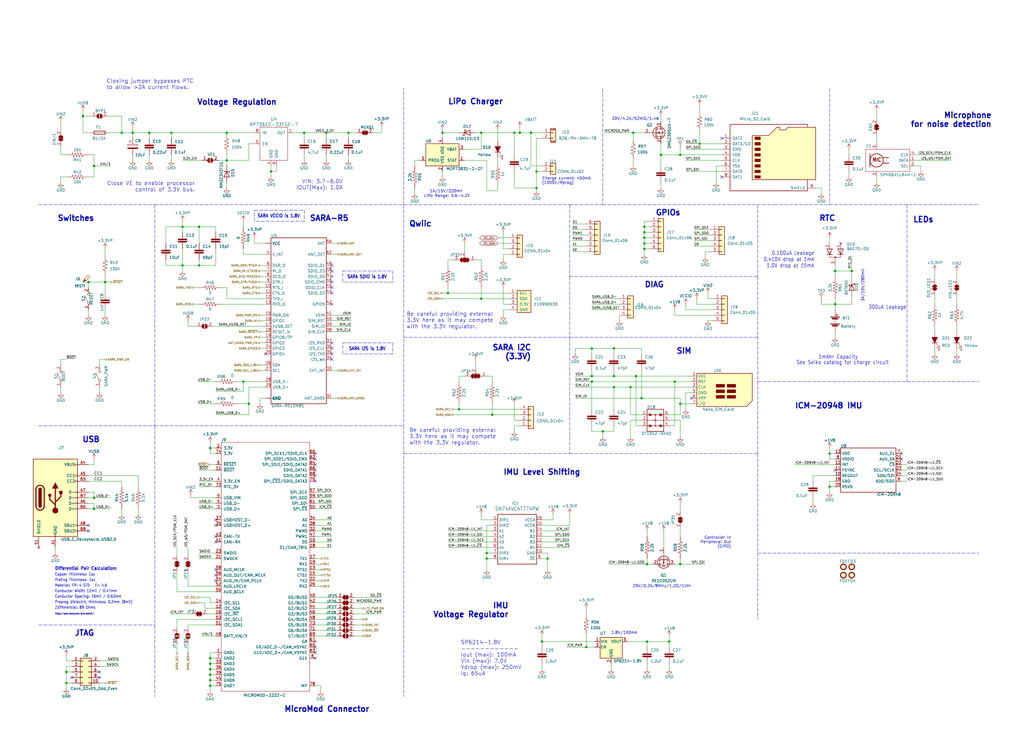
<source format=kicad_sch>
(kicad_sch (version 20211123) (generator eeschema)
  (paper "User" 470.306 339.852)
  (lib_symbols
    (symbol "Battery_Management:MCP73831-2-OT" (pin_names (offset 1.016))
      (property "Reference" "U" (at -7.62 6.35 0))
      (property "Value" "MCP73831-2-OT" (at 1.27 6.35 0))
      (symbol "MCP73831-2-OT_1_1"
        (pin output line (at 10.16 -2.54 180) (length 2.54) (name "STAT") (number "1"))
        (pin power_in line (at 0 -7.62 90) (length 2.54) (name "VSS") (number "2"))
        (pin power_out line (at 10.16 2.54 180) (length 2.54) (name "VBAT") (number "3"))
        (pin power_in line (at 0 7.62 270) (length 2.54) (name "VDD") (number "4"))
        (pin input line (at -10.16 -2.54 0) (length 2.54) (name "PROG") (number "5"))
      )
    )
    (symbol "Connector:Micro_SD_Card" (pin_names (offset 1.016))
      (property "Reference" "J" (at -16.51 15.24 0))
      (property "Value" "Micro_SD_Card" (at 16.51 15.24 0))
      (symbol "Micro_SD_Card_1_1"
        (pin bidirectional line (at -22.86 7.62 0) (length 3.81) (name "DAT2") (number "1"))
        (pin bidirectional line (at -22.86 5.08 0) (length 3.81) (name "DAT3/CD") (number "2"))
        (pin input line (at -22.86 2.54 0) (length 3.81) (name "CMD") (number "3"))
        (pin power_in line (at -22.86 0 0) (length 3.81) (name "VDD") (number "4"))
        (pin input line (at -22.86 -2.54 0) (length 3.81) (name "CLK") (number "5"))
        (pin power_in line (at -22.86 -5.08 0) (length 3.81) (name "VSS") (number "6"))
        (pin bidirectional line (at -22.86 -7.62 0) (length 3.81) (name "DAT0") (number "7"))
        (pin bidirectional line (at -22.86 -10.16 0) (length 3.81) (name "DAT1") (number "8"))
        (pin passive line (at 20.32 -15.24 180) (length 3.81) (name "SHIELD") (number "9"))
      )
    )
    (symbol "Connector:SIM_Card"
      (property "Reference" "J" (at -2.54 12.7 0))
      (property "Value" "SIM_Card" (at -1.27 10.16 0))
      (symbol "SIM_Card_1_1"
        (pin power_in line (at -12.7 7.62 0) (length 2.54) (name "VCC") (number "1"))
        (pin input line (at -12.7 5.08 0) (length 2.54) (name "RST") (number "2"))
        (pin input line (at -12.7 2.54 0) (length 2.54) (name "CLK") (number "3"))
        (pin power_in line (at -12.7 0 0) (length 2.54) (name "GND") (number "5"))
        (pin input line (at -12.7 -2.54 0) (length 2.54) (name "VPP") (number "6"))
        (pin bidirectional line (at -12.7 -5.08 0) (length 2.54) (name "I/O") (number "7"))
      )
    )
    (symbol "Connector:TestPoint_Alt" (pin_numbers hide) (pin_names (offset 0.762) hide)
      (property "Reference" "TP" (at 0 6.858 0))
      (property "Value" "TestPoint_Alt" (at 0 5.08 0))
      (symbol "TestPoint_Alt_1_1"
        (pin passive line (at 0 0 90) (length 2.54) (name "1") (number "1"))
      )
    )
    (symbol "Connector:TestPoint_Probe" (pin_numbers hide) (pin_names (offset 0.762) hide)
      (property "Reference" "TP" (at 1.651 5.842 0))
      (property "Value" "TestPoint_Probe" (at 1.651 4.064 0))
      (symbol "TestPoint_Probe_1_1"
        (pin passive line (at 0 0 90) (length 0) (name "1") (number "1"))
      )
    )
    (symbol "Connector:USB_C_Receptacle_USB2.0" (pin_names (offset 1.016))
      (property "Reference" "J" (at -10.16 19.05 0))
      (property "Value" "USB_C_Receptacle_USB2.0" (at 19.05 19.05 0))
      (symbol "USB_C_Receptacle_USB2.0_1_1"
        (pin passive line (at 0 -22.86 90) (length 5.08) (name "GND") (number "A1"))
        (pin passive line (at 0 -22.86 90) (length 5.08) hide (name "GND") (number "A12"))
        (pin passive line (at 15.24 15.24 180) (length 5.08) (name "VBUS") (number "A4"))
        (pin bidirectional line (at 15.24 10.16 180) (length 5.08) (name "CC1") (number "A5"))
        (pin bidirectional line (at 15.24 -2.54 180) (length 5.08) (name "D+") (number "A6"))
        (pin bidirectional line (at 15.24 2.54 180) (length 5.08) (name "D-") (number "A7"))
        (pin bidirectional line (at 15.24 -12.7 180) (length 5.08) (name "SBU1") (number "A8"))
        (pin passive line (at 15.24 15.24 180) (length 5.08) hide (name "VBUS") (number "A9"))
        (pin passive line (at 0 -22.86 90) (length 5.08) hide (name "GND") (number "B1"))
        (pin passive line (at 0 -22.86 90) (length 5.08) hide (name "GND") (number "B12"))
        (pin passive line (at 15.24 15.24 180) (length 5.08) hide (name "VBUS") (number "B4"))
        (pin bidirectional line (at 15.24 7.62 180) (length 5.08) (name "CC2") (number "B5"))
        (pin bidirectional line (at 15.24 -5.08 180) (length 5.08) (name "D+") (number "B6"))
        (pin bidirectional line (at 15.24 0 180) (length 5.08) (name "D-") (number "B7"))
        (pin bidirectional line (at 15.24 -15.24 180) (length 5.08) (name "SBU2") (number "B8"))
        (pin passive line (at 15.24 15.24 180) (length 5.08) hide (name "VBUS") (number "B9"))
        (pin passive line (at -7.62 -22.86 90) (length 5.08) (name "SHIELD") (number "S1"))
      )
    )
    (symbol "Connector_Generic:Conn_01x02" (pin_names (offset 1.016) hide)
      (property "Reference" "J" (at 0 2.54 0))
      (property "Value" "Conn_01x02" (at 0 -5.08 0))
      (symbol "Conn_01x02_1_1"
        (pin passive line (at -5.08 0 0) (length 3.81) (name "Pin_1") (number "1"))
        (pin passive line (at -5.08 -2.54 0) (length 3.81) (name "Pin_2") (number "2"))
      )
    )
    (symbol "Connector_Generic:Conn_01x04" (pin_names (offset 1.016) hide)
      (property "Reference" "J" (at 0 5.08 0))
      (property "Value" "Conn_01x04" (at 0 -7.62 0))
      (symbol "Conn_01x04_1_1"
        (pin passive line (at -5.08 2.54 0) (length 3.81) (name "Pin_1") (number "1"))
        (pin passive line (at -5.08 0 0) (length 3.81) (name "Pin_2") (number "2"))
        (pin passive line (at -5.08 -2.54 0) (length 3.81) (name "Pin_3") (number "3"))
        (pin passive line (at -5.08 -5.08 0) (length 3.81) (name "Pin_4") (number "4"))
      )
    )
    (symbol "Connector_Generic:Conn_01x05" (pin_names (offset 1.016) hide)
      (property "Reference" "J" (at 0 7.62 0))
      (property "Value" "Conn_01x05" (at 0 -7.62 0))
      (symbol "Conn_01x05_1_1"
        (pin passive line (at -5.08 5.08 0) (length 3.81) (name "Pin_1") (number "1"))
        (pin passive line (at -5.08 2.54 0) (length 3.81) (name "Pin_2") (number "2"))
        (pin passive line (at -5.08 0 0) (length 3.81) (name "Pin_3") (number "3"))
        (pin passive line (at -5.08 -2.54 0) (length 3.81) (name "Pin_4") (number "4"))
        (pin passive line (at -5.08 -5.08 0) (length 3.81) (name "Pin_5") (number "5"))
      )
    )
    (symbol "Connector_Generic:Conn_01x06" (pin_names (offset 1.016) hide)
      (property "Reference" "J" (at 0 7.62 0))
      (property "Value" "Conn_01x06" (at 0 -10.16 0))
      (symbol "Conn_01x06_1_1"
        (pin passive line (at -5.08 5.08 0) (length 3.81) (name "Pin_1") (number "1"))
        (pin passive line (at -5.08 2.54 0) (length 3.81) (name "Pin_2") (number "2"))
        (pin passive line (at -5.08 0 0) (length 3.81) (name "Pin_3") (number "3"))
        (pin passive line (at -5.08 -2.54 0) (length 3.81) (name "Pin_4") (number "4"))
        (pin passive line (at -5.08 -5.08 0) (length 3.81) (name "Pin_5") (number "5"))
        (pin passive line (at -5.08 -7.62 0) (length 3.81) (name "Pin_6") (number "6"))
      )
    )
    (symbol "Connector_Generic:Conn_02x05_Odd_Even" (pin_names (offset 1.016) hide)
      (property "Reference" "J" (at 1.27 7.62 0))
      (property "Value" "Conn_02x05_Odd_Even" (at 1.27 -7.62 0))
      (symbol "Conn_02x05_Odd_Even_1_1"
        (pin passive line (at -5.08 5.08 0) (length 3.81) (name "Pin_1") (number "1"))
        (pin passive line (at 7.62 -5.08 180) (length 3.81) (name "Pin_10") (number "10"))
        (pin passive line (at 7.62 5.08 180) (length 3.81) (name "Pin_2") (number "2"))
        (pin passive line (at -5.08 2.54 0) (length 3.81) (name "Pin_3") (number "3"))
        (pin passive line (at 7.62 2.54 180) (length 3.81) (name "Pin_4") (number "4"))
        (pin passive line (at -5.08 0 0) (length 3.81) (name "Pin_5") (number "5"))
        (pin passive line (at 7.62 0 180) (length 3.81) (name "Pin_6") (number "6"))
        (pin passive line (at -5.08 -2.54 0) (length 3.81) (name "Pin_7") (number "7"))
        (pin passive line (at 7.62 -2.54 180) (length 3.81) (name "Pin_8") (number "8"))
        (pin passive line (at -5.08 -5.08 0) (length 3.81) (name "Pin_9") (number "9"))
      )
    )
    (symbol "DASADSTL:110990030" (pin_names (offset 1.016))
      (property "Reference" "J" (at 0 5.08 0))
      (property "Value" "110990030" (at 0 -7.62 0))
      (symbol "110990030_1_1"
        (pin passive line (at -5.08 2.54 0) (length 3.81) (name "SCL") (number "1"))
        (pin passive line (at -5.08 0 0) (length 3.81) (name "SDA") (number "2"))
        (pin passive line (at -5.08 -2.54 0) (length 3.81) (name "3.3V") (number "3"))
        (pin passive line (at -5.08 -5.08 0) (length 3.81) (name "GND") (number "4"))
      )
    )
    (symbol "DASADSTL:AP7361C-33FGE-7" (pin_names (offset 1.016))
      (property "Reference" "U" (at -7.62 7.874 0))
      (property "Value" "AP7361C-33FGE-7" (at 5.08 -8.89 0))
      (symbol "AP7361C-33FGE-7_0_0"
        (pin power_out line (at 7.62 5.08 180) (length 2.54) (name "OUT") (number "1"))
        (pin no_connect line (at 7.62 2.54 180) (length 2.54) hide (name "NC") (number "2"))
        (pin no_connect line (at 7.62 0 180) (length 2.54) hide (name "NC") (number "3"))
        (pin power_out line (at -2.54 -10.16 90) (length 2.54) (name "GND") (number "4"))
        (pin input line (at -10.16 0 0) (length 2.54) (name "EN") (number "5"))
        (pin no_connect line (at 7.62 -2.54 180) (length 2.54) hide (name "NC") (number "6"))
        (pin no_connect line (at 7.62 -5.08 180) (length 2.54) hide (name "NC") (number "7"))
        (pin power_in line (at -10.16 5.08 0) (length 2.54) (name "IN") (number "8"))
        (pin power_out line (at 0 -10.16 90) (length 2.54) (name "GND") (number "9"))
      )
    )
    (symbol "DASADSTL:Conn_01x02_MountingPin2" (pin_names (offset 1.016) hide)
      (property "Reference" "J" (at 3.175 0 0))
      (property "Value" "Conn_01x02_MountingPin2" (at 2.54 -2.54 0))
      (symbol "Conn_01x02_MountingPin2_1_1"
        (text "Mounting" (at 0 -4.191 0) (effects (font (size 0.381 0.381))))
        (text "Mounting" (at 0 1.651 0) (effects (font (size 0.381 0.381))))
        (pin passive line (at -5.08 0 0) (length 3.81) (name "Pin_1") (number "1"))
        (pin passive line (at -5.08 -2.54 0) (length 3.81) (name "Pin_2") (number "2"))
        (pin passive line (at 0 5.08 270) (length 3.048) hide (name "MountPin") (number "MP1"))
        (pin passive line (at 0 -7.62 90) (length 3.048) hide (name "MountPin") (number "MP2"))
      )
    )
    (symbol "DASADSTL:DT1042-04SO"
      (property "Reference" "D" (at -2.54 5.334 0))
      (property "Value" "DT1042-04SO" (at -2.54 -5.334 0))
      (symbol "DT1042-04SO_1_0"
        (pin bidirectional line (at -5.08 2.54 0) (length 2.54) (name "1") (number "1"))
        (pin bidirectional line (at -5.08 0 0) (length 2.54) (name "2") (number "2"))
        (pin bidirectional line (at -5.08 -2.54 0) (length 2.54) (name "3") (number "3"))
        (pin bidirectional line (at 7.62 -2.54 180) (length 2.54) (name "4") (number "4"))
        (pin bidirectional line (at 7.62 0 180) (length 2.54) (name "5") (number "5"))
        (pin bidirectional line (at 7.62 2.54 180) (length 2.54) (name "6") (number "6"))
      )
    )
    (symbol "DASADSTL:ICM-20948"
      (property "Reference" "U" (at -12.7 10.414 0))
      (property "Value" "ICM-20948" (at 4.445 -10.795 0))
      (symbol "ICM-20948_1_0"
        (pin no_connect line (at -5.715 12.7 270) (length 2.54) hide (name "NC1") (number "1"))
        (pin bidirectional line (at -15.24 -2.54 0) (length 2.54) (name "REGOUT") (number "10"))
        (pin bidirectional line (at -15.24 0 0) (length 2.54) (name "FSYNC") (number "11"))
        (pin bidirectional line (at -15.24 2.54 0) (length 2.54) (name "INT") (number "12"))
        (pin bidirectional line (at -15.24 7.62 0) (length 2.54) (name "VDD") (number "13"))
        (pin no_connect line (at -5.715 -12.7 90) (length 2.54) hide (name "NC14") (number "14"))
        (pin no_connect line (at -3.81 -12.7 90) (length 2.54) hide (name "NC15") (number "15"))
        (pin no_connect line (at -1.905 -12.7 90) (length 2.54) hide (name "NC16") (number "16"))
        (pin no_connect line (at 0 -12.7 90) (length 2.54) hide (name "NC17") (number "17"))
        (pin bidirectional line (at -15.24 -5.08 0) (length 2.54) (name "GND") (number "18"))
        (pin no_connect line (at 1.905 -12.7 90) (length 2.54) hide (name "RSVD") (number "19"))
        (pin no_connect line (at -3.81 12.7 270) (length 2.54) hide (name "NC2") (number "2"))
        (pin free line (at -15.24 -7.62 0) (length 2.54) (name "RSVD") (number "20"))
        (pin bidirectional line (at 15.24 5.08 180) (length 2.54) (name "AUX_DA") (number "21"))
        (pin bidirectional line (at 15.24 2.54 180) (length 2.54) (name "~{CS}") (number "22"))
        (pin bidirectional line (at 15.24 0 180) (length 2.54) (name "SCL/SCLK") (number "23"))
        (pin bidirectional line (at 15.24 -2.54 180) (length 2.54) (name "SDA/SDI") (number "24"))
        (pin no_connect line (at -1.905 12.7 270) (length 2.54) hide (name "NC3") (number "3"))
        (pin no_connect line (at 0 12.7 270) (length 2.54) hide (name "NC4") (number "4"))
        (pin no_connect line (at 1.905 12.7 270) (length 2.54) hide (name "NC5") (number "5"))
        (pin no_connect line (at 3.81 12.7 270) (length 2.54) hide (name "NC6") (number "6"))
        (pin bidirectional line (at 15.24 7.62 180) (length 2.54) (name "AUX_CL") (number "7"))
        (pin bidirectional line (at -15.24 5.08 0) (length 2.54) (name "VDDIO") (number "8"))
        (pin bidirectional line (at 15.24 -5.08 180) (length 2.54) (name "AD0/SDO") (number "9"))
      )
    )
    (symbol "DASADSTL:MICROMOD-2222-C" (pin_names (offset 1.016))
      (property "Reference" "J" (at -19.05 59.69 0))
      (property "Value" "MICROMOD-2222-C" (at 0 -58.42 0))
      (symbol "MICROMOD-2222-C_0_0"
        (pin no_connect line (at 22.86 -43.18 180) (length 2.54) hide (name "MP1") (number "76"))
        (pin no_connect line (at 22.86 -45.72 180) (length 2.54) hide (name "MP2") (number "77"))
        (pin unspecified line (at 22.86 -53.34 180) (length 2.54) (name "MP") (number "78"))
      )
      (symbol "MICROMOD-2222-C_1_0"
        (pin power_in line (at -22.86 -38.1 0) (length 2.54) (name "GND1") (number "1"))
        (pin bidirectional line (at 22.86 12.7 180) (length 2.54) (name "D0") (number "10"))
        (pin bidirectional line (at -22.86 45.72 0) (length 2.54) (name "~{BOOT}") (number "11"))
        (pin bidirectional line (at -22.86 -17.78 0) (length 2.54) (name "I2C_SDA") (number "12"))
        (pin bidirectional line (at 22.86 0 180) (length 2.54) (name "RTS1") (number "13"))
        (pin bidirectional line (at -22.86 -15.24 0) (length 2.54) (name "I2C_SCL") (number "14"))
        (pin bidirectional line (at 22.86 -2.54 180) (length 2.54) (name "CTS1") (number "15"))
        (pin bidirectional line (at -22.86 -20.32 0) (length 2.54) (name "I2C_~{INT}") (number "16"))
        (pin bidirectional line (at 22.86 5.08 180) (length 2.54) (name "TX1") (number "17"))
        (pin bidirectional line (at 22.86 10.16 180) (length 2.54) (name "D1/CAM_TRIG") (number "18"))
        (pin bidirectional line (at 22.86 2.54 180) (length 2.54) (name "RX1") (number "19"))
        (pin power_in line (at -22.86 55.88 0) (length 2.54) (name "3.3V") (number "2"))
        (pin bidirectional line (at 22.86 -7.62 180) (length 2.54) (name "RX2") (number "20"))
        (pin bidirectional line (at -22.86 5.08 0) (length 2.54) (name "SWDCK") (number "21"))
        (pin bidirectional line (at 22.86 -5.08 180) (length 2.54) (name "TX2") (number "22"))
        (pin bidirectional line (at -22.86 7.62 0) (length 2.54) (name "SWDIO") (number "23"))
        (pin bidirectional line (at -22.86 27.94 0) (length 2.54) (name "USB_D+") (number "3"))
        (pin bidirectional line (at 22.86 17.78 180) (length 2.54) (name "PWM0") (number "32"))
        (pin power_in line (at -22.86 -43.18 0) (length 2.54) (name "GND3") (number "33"))
        (pin bidirectional line (at 22.86 22.86 180) (length 2.54) (name "A0") (number "34"))
        (pin bidirectional line (at -22.86 20.32 0) (length 2.54) (name "USBHOST_D+") (number "35"))
        (pin power_in line (at -22.86 -45.72 0) (length 2.54) (name "GND4") (number "36"))
        (pin bidirectional line (at -22.86 22.86 0) (length 2.54) (name "USBHOST_D-") (number "37"))
        (pin bidirectional line (at 22.86 20.32 180) (length 2.54) (name "A1") (number "38"))
        (pin power_in line (at -22.86 -48.26 0) (length 2.54) (name "GND5") (number "39"))
        (pin bidirectional line (at -22.86 40.64 0) (length 2.54) (name "3.3V_EN") (number "4"))
        (pin bidirectional line (at 22.86 -12.7 180) (length 2.54) (name "G0/BUS0") (number "40"))
        (pin bidirectional line (at -22.86 12.7 0) (length 2.54) (name "CAN-RX") (number "41"))
        (pin bidirectional line (at 22.86 -15.24 180) (length 2.54) (name "G1/BUS1") (number "42"))
        (pin bidirectional line (at -22.86 15.24 0) (length 2.54) (name "CAN-TX") (number "43"))
        (pin bidirectional line (at 22.86 -17.78 180) (length 2.54) (name "G2/BUS2") (number "44"))
        (pin power_in line (at -22.86 -50.8 0) (length 2.54) (name "GND6") (number "45"))
        (pin bidirectional line (at 22.86 -20.32 180) (length 2.54) (name "G3/BUS3") (number "46"))
        (pin bidirectional line (at 22.86 15.24 180) (length 2.54) (name "PWM1") (number "47"))
        (pin bidirectional line (at 22.86 -22.86 180) (length 2.54) (name "G4/BUS4") (number "48"))
        (pin bidirectional line (at -22.86 -30.48 0) (length 2.54) (name "BATT_VIN/3") (number "49"))
        (pin bidirectional line (at -22.86 30.48 0) (length 2.54) (name "USB_D-") (number "5"))
        (pin bidirectional line (at -22.86 -10.16 0) (length 2.54) (name "AUD_BCLK") (number "50"))
        (pin bidirectional line (at -22.86 -25.4 0) (length 2.54) (name "I2C_SDA1") (number "51"))
        (pin bidirectional line (at -22.86 -7.62 0) (length 2.54) (name "AUD_LRCLK") (number "52"))
        (pin bidirectional line (at -22.86 -22.86 0) (length 2.54) (name "I2C_SCL1") (number "53"))
        (pin bidirectional line (at -22.86 -5.08 0) (length 2.54) (name "AUD_IN/CAM_PCLK") (number "54"))
        (pin bidirectional line (at 22.86 27.94 180) (length 2.54) (name "SPI_~{CS}") (number "55"))
        (pin bidirectional line (at -22.86 -2.54 0) (length 2.54) (name "AUD_OUT/CAM_MCLK") (number "56"))
        (pin bidirectional line (at 22.86 35.56 180) (length 2.54) (name "SPI_SCK") (number "57"))
        (pin bidirectional line (at -22.86 0 0) (length 2.54) (name "AUD_MCLK") (number "58"))
        (pin bidirectional line (at 22.86 33.02 180) (length 2.54) (name "SPI_SDO") (number "59"))
        (pin bidirectional line (at -22.86 48.26 0) (length 2.54) (name "~{RESET}") (number "6"))
        (pin bidirectional line (at 22.86 53.34 180) (length 2.54) (name "SPI_SCK1/SDIO_CLK") (number "60"))
        (pin bidirectional line (at 22.86 30.48 180) (length 2.54) (name "SPI_SDI") (number "61"))
        (pin bidirectional line (at 22.86 50.8 180) (length 2.54) (name "SPI_SDO1/SDIO_CMD") (number "62"))
        (pin bidirectional line (at 22.86 -38.1 180) (length 2.54) (name "G10/ADC_D+/CAM_VSYNC") (number "63"))
        (pin bidirectional line (at 22.86 48.26 180) (length 2.54) (name "SPI_SDI1/SDIO_DATA0") (number "64"))
        (pin bidirectional line (at 22.86 -35.56 180) (length 2.54) (name "G9/ADC_D-/CAM_HSYNC") (number "65"))
        (pin bidirectional line (at 22.86 45.72 180) (length 2.54) (name "SDIO_DATA1") (number "66"))
        (pin bidirectional line (at 22.86 -33.02 180) (length 2.54) (name "G8") (number "67"))
        (pin bidirectional line (at 22.86 43.18 180) (length 2.54) (name "SDIO_DATA2") (number "68"))
        (pin bidirectional line (at 22.86 -30.48 180) (length 2.54) (name "G7/BUS7") (number "69"))
        (pin power_in line (at -22.86 -40.64 0) (length 2.54) (name "GND2") (number "7"))
        (pin bidirectional line (at 22.86 40.64 180) (length 2.54) (name "SPI_~{CS1}/SDIO_DATA3") (number "70"))
        (pin bidirectional line (at 22.86 -27.94 180) (length 2.54) (name "G6/BUS6") (number "71"))
        (pin bidirectional line (at -22.86 38.1 0) (length 2.54) (name "RTC_3V") (number "72"))
        (pin bidirectional line (at 22.86 -25.4 180) (length 2.54) (name "G5/BUS5") (number "73"))
        (pin power_in line (at -22.86 53.34 0) (length 2.54) (name "3.3V") (number "74"))
        (pin power_in line (at -22.86 -53.34 0) (length 2.54) (name "GND7") (number "75"))
        (pin bidirectional line (at 22.86 -40.64 180) (length 2.54) (name "G11") (number "8"))
        (pin bidirectional line (at -22.86 33.02 0) (length 2.54) (name "USB_VIN") (number "9"))
      )
    )
    (symbol "DASADSTL:SARA-R510M8S"
      (property "Reference" "U" (at -12.7 35.814 0))
      (property "Value" "SARA-R510M8S" (at -12.7 -40.894 0))
      (symbol "SARA-R510M8S_1_0"
        (pin power_in line (at -15.24 -38.1 0) (length 2.54) (name "GND") (number "1"))
        (pin input line (at -15.24 12.7 0) (length 2.54) (name "RTS_I") (number "10"))
        (pin output line (at -15.24 10.16 0) (length 2.54) (name "CTS_O") (number "11"))
        (pin input line (at -15.24 7.62 0) (length 2.54) (name "TXD_I") (number "12"))
        (pin output line (at -15.24 5.08 0) (length 2.54) (name "RXD_O") (number "13"))
        (pin power_in line (at -15.24 -38.1 0) (length 2.54) (name "GND") (number "14"))
        (pin input line (at -15.24 0 0) (length 2.54) (name "PWR_ON") (number "15"))
        (pin bidirectional line (at -15.24 -2.54 0) (length 2.54) (name "GPIO1") (number "16"))
        (pin input line (at -15.24 -5.08 0) (length 2.54) (name "VUSB_DET") (number "17"))
        (pin input line (at -15.24 -7.62 0) (length 2.54) (name "RESET_N") (number "18"))
        (pin bidirectional line (at -15.24 -10.16 0) (length 2.54) (name "GPIO6/TP") (number "19"))
        (pin no_connect line (at -15.24 30.48 0) (length 2.54) hide (name "RSVD") (number "2"))
        (pin power_in line (at -15.24 -38.1 0) (length 2.54) (name "GND") (number "20"))
        (pin power_in line (at -15.24 -38.1 0) (length 2.54) (name "GND") (number "21"))
        (pin power_in line (at -15.24 -38.1 0) (length 2.54) (name "GND") (number "22"))
        (pin bidirectional line (at -15.24 -12.7 0) (length 2.54) (name "GPIO2") (number "23"))
        (pin bidirectional line (at -15.24 -15.24 0) (length 2.54) (name "GPIO3") (number "24"))
        (pin bidirectional line (at -15.24 -17.78 0) (length 2.54) (name "GPIO4") (number "25"))
        (pin bidirectional line (at -15.24 -22.86 0) (length 2.54) (name "SDA") (number "26"))
        (pin bidirectional line (at -15.24 -25.4 0) (length 2.54) (name "SCL") (number "27"))
        (pin bidirectional line (at -15.24 -30.48 0) (length 2.54) (name "USB_D-") (number "28"))
        (pin bidirectional line (at -15.24 -33.02 0) (length 2.54) (name "USB_D+") (number "29"))
        (pin power_in line (at -15.24 -38.1 0) (length 2.54) (name "GND") (number "3"))
        (pin power_in line (at -15.24 -38.1 0) (length 2.54) (name "GND") (number "30"))
        (pin input line (at 15.24 -38.1 180) (length 2.54) (name "ANT_GNSS") (number "31"))
        (pin power_in line (at -15.24 -38.1 0) (length 2.54) (name "GND") (number "32"))
        (pin input line (at 15.24 -25.4 180) (length 2.54) (name "EXT_INT") (number "33"))
        (pin output line (at 15.24 -20.32 180) (length 2.54) (name "I2S_WA") (number "34"))
        (pin output line (at 15.24 -17.78 180) (length 2.54) (name "I2S_TXD") (number "35"))
        (pin output line (at 15.24 -15.24 180) (length 2.54) (name "I2S_CLK") (number "36"))
        (pin input line (at 15.24 -12.7 180) (length 2.54) (name "I2S_RXD") (number "37"))
        (pin output line (at 15.24 -7.62 180) (length 2.54) (name "SIM_CLK") (number "38"))
        (pin bidirectional line (at 15.24 -5.08 180) (length 2.54) (name "SIM_IO") (number "39"))
        (pin output line (at -15.24 27.94 0) (length 2.54) (name "V_INT") (number "4"))
        (pin output line (at 15.24 -2.54 180) (length 2.54) (name "SIM_RST") (number "40"))
        (pin output line (at 15.24 0 180) (length 2.54) (name "VSIM") (number "41"))
        (pin bidirectional line (at 15.24 5.08 180) (length 2.54) (name "GPIO5") (number "42"))
        (pin power_in line (at -15.24 -38.1 0) (length 2.54) (name "GND") (number "43"))
        (pin bidirectional line (at 15.24 10.16 180) (length 2.54) (name "SDIO_D2") (number "44"))
        (pin output line (at 15.24 12.7 180) (length 2.54) (name "SDIO_CLK") (number "45"))
        (pin bidirectional line (at 15.24 15.24 180) (length 2.54) (name "SDIO_CMD") (number "46"))
        (pin bidirectional line (at 15.24 17.78 180) (length 2.54) (name "SDIO_D0") (number "47"))
        (pin bidirectional line (at 15.24 20.32 180) (length 2.54) (name "SDIO_D3") (number "48"))
        (pin bidirectional line (at 15.24 22.86 180) (length 2.54) (name "SDIO_D1") (number "49"))
        (pin power_in line (at -15.24 -38.1 0) (length 2.54) (name "GND") (number "5"))
        (pin power_in line (at -15.24 -38.1 0) (length 2.54) (name "GND") (number "50"))
        (pin power_in line (at -15.24 33.02 0) (length 2.54) (name "VCC") (number "51"))
        (pin power_in line (at -15.24 33.02 0) (length 2.54) (name "VCC") (number "52"))
        (pin power_in line (at -15.24 33.02 0) (length 2.54) (name "VCC") (number "53"))
        (pin power_in line (at -15.24 -38.1 0) (length 2.54) (name "GND") (number "54"))
        (pin power_in line (at -15.24 -38.1 0) (length 2.54) (name "GND") (number "55"))
        (pin bidirectional line (at 15.24 33.02 180) (length 2.54) (name "ANT") (number "56"))
        (pin power_in line (at -15.24 -38.1 0) (length 2.54) (name "GND") (number "57"))
        (pin power_in line (at -15.24 -38.1 0) (length 2.54) (name "GND") (number "58"))
        (pin power_in line (at -15.24 -38.1 0) (length 2.54) (name "GND") (number "59"))
        (pin output line (at -15.24 22.86 0) (length 2.54) (name "DSR_O") (number "6"))
        (pin power_in line (at -15.24 -38.1 0) (length 2.54) (name "GND") (number "60"))
        (pin power_in line (at -15.24 -38.1 0) (length 2.54) (name "GND") (number "61"))
        (pin input line (at 15.24 27.94 180) (length 2.54) (name "ANT_DET") (number "62"))
        (pin power_in line (at -15.24 -38.1 0) (length 2.54) (name "GND") (number "63"))
        (pin power_in line (at -15.24 -38.1 0) (length 2.54) (name "GND") (number "64"))
        (pin power_in line (at -15.24 -38.1 0) (length 2.54) (name "GND") (number "65"))
        (pin power_in line (at -15.24 -38.1 0) (length 2.54) (name "GND") (number "66"))
        (pin power_in line (at -15.24 -38.1 0) (length 2.54) (name "GND") (number "67"))
        (pin power_in line (at -15.24 -38.1 0) (length 2.54) (name "GND") (number "68"))
        (pin power_in line (at -15.24 -38.1 0) (length 2.54) (name "GND") (number "69"))
        (pin output line (at -15.24 20.32 0) (length 2.54) (name "RI_O") (number "7"))
        (pin power_in line (at -15.24 -38.1 0) (length 2.54) (name "GND") (number "70"))
        (pin power_in line (at -15.24 -38.1 0) (length 2.54) (name "GND") (number "71"))
        (pin power_in line (at -15.24 -38.1 0) (length 2.54) (name "GND") (number "72"))
        (pin power_in line (at -15.24 -38.1 0) (length 2.54) (name "GND") (number "73"))
        (pin power_in line (at -15.24 -38.1 0) (length 2.54) (name "GND") (number "74"))
        (pin power_in line (at -15.24 -38.1 0) (length 2.54) (name "GND") (number "75"))
        (pin power_in line (at -15.24 -38.1 0) (length 2.54) (name "GND") (number "76"))
        (pin power_in line (at -15.24 -38.1 0) (length 2.54) (name "GND") (number "77"))
        (pin power_in line (at -15.24 -38.1 0) (length 2.54) (name "GND") (number "78"))
        (pin power_in line (at -15.24 -38.1 0) (length 2.54) (name "GND") (number "79"))
        (pin output line (at -15.24 17.78 0) (length 2.54) (name "DCD_O") (number "8"))
        (pin power_in line (at -15.24 -38.1 0) (length 2.54) (name "GND") (number "80"))
        (pin power_in line (at -15.24 -38.1 0) (length 2.54) (name "GND") (number "81"))
        (pin power_in line (at -15.24 -38.1 0) (length 2.54) (name "GND") (number "82"))
        (pin power_in line (at -15.24 -38.1 0) (length 2.54) (name "GND") (number "83"))
        (pin power_in line (at -15.24 -38.1 0) (length 2.54) (name "GND") (number "84"))
        (pin power_in line (at -15.24 -38.1 0) (length 2.54) (name "GND") (number "85"))
        (pin power_in line (at -15.24 -38.1 0) (length 2.54) (name "GND") (number "86"))
        (pin power_in line (at -15.24 -38.1 0) (length 2.54) (name "GND") (number "87"))
        (pin power_in line (at -15.24 -38.1 0) (length 2.54) (name "GND") (number "88"))
        (pin power_in line (at -15.24 -38.1 0) (length 2.54) (name "GND") (number "89"))
        (pin input line (at -15.24 15.24 0) (length 2.54) (name "DTR_I") (number "9"))
        (pin power_in line (at -15.24 -38.1 0) (length 2.54) (name "GND") (number "90"))
        (pin power_in line (at -15.24 -38.1 0) (length 2.54) (name "GND") (number "91"))
        (pin power_in line (at -15.24 -38.1 0) (length 2.54) (name "GND") (number "92"))
        (pin power_in line (at -15.24 -38.1 0) (length 2.54) (name "GND") (number "93"))
        (pin power_in line (at -15.24 -38.1 0) (length 2.54) (name "GND") (number "94"))
        (pin power_in line (at -15.24 -38.1 0) (length 2.54) (name "GND") (number "95"))
        (pin power_in line (at -15.24 -38.1 0) (length 2.54) (name "GND") (number "96"))
      )
    )
    (symbol "DASADSTL:SN74AVC4T774PW"
      (property "Reference" "IC" (at 1.27 15.24 0))
      (property "Value" "SN74AVC4T774PW" (at 1.27 12.7 0))
      (symbol "SN74AVC4T774PW_1_0"
        (pin input line (at -10.16 7.62 0) (length 2.54) (name "DIR1") (number "1"))
        (pin power_in line (at 12.7 -7.62 180) (length 2.54) (name "GND") (number "10"))
        (pin bidirectional line (at 12.7 -5.08 180) (length 2.54) (name "B4") (number "11"))
        (pin bidirectional line (at 12.7 -2.54 180) (length 2.54) (name "B3") (number "12"))
        (pin bidirectional line (at 12.7 0 180) (length 2.54) (name "B2") (number "13"))
        (pin bidirectional line (at 12.7 2.54 180) (length 2.54) (name "B1") (number "14"))
        (pin power_in line (at 12.7 5.08 180) (length 2.54) (name "VCCB") (number "15"))
        (pin power_in line (at 12.7 7.62 180) (length 2.54) (name "VCCA") (number "16"))
        (pin input line (at -10.16 5.08 0) (length 2.54) (name "DIR2") (number "2"))
        (pin bidirectional line (at -10.16 2.54 0) (length 2.54) (name "A1") (number "3"))
        (pin bidirectional line (at -10.16 0 0) (length 2.54) (name "A2") (number "4"))
        (pin bidirectional line (at -10.16 -2.54 0) (length 2.54) (name "A3") (number "5"))
        (pin bidirectional line (at -10.16 -5.08 0) (length 2.54) (name "A4") (number "6"))
        (pin input line (at -10.16 -7.62 0) (length 2.54) (name "DIR3") (number "7"))
        (pin input line (at -10.16 -10.16 0) (length 2.54) (name "DIR4") (number "8"))
        (pin input line (at 12.7 -10.16 180) (length 2.54) (name "~{OE}") (number "9"))
      )
    )
    (symbol "DASADSTL:SPH0641LM4H-1"
      (property "Reference" "E" (at -9.525 6.35 0))
      (property "Value" "SPH0641LM4H-1" (at 7.62 -6.35 0))
      (symbol "SPH0641LM4H-1_1_0"
        (text "MIC" (at -7.112 -0.762 0) (effects (font (size 1.778 1.5113) (thickness 0.3023) bold) (justify left bottom)))
        (pin output line (at 12.7 0 180) (length 2.54) (name "DATA") (number "1"))
        (pin input line (at 12.7 -2.54 180) (length 2.54) (name "SEL") (number "2"))
        (pin power_in line (at -5.08 -7.62 90) (length 2.54) (name "") (number "3"))
        (pin input line (at 12.7 2.54 180) (length 2.54) (name "CLK") (number "4"))
        (pin power_in line (at -5.08 7.62 270) (length 2.54) (name "") (number "5"))
      )
    )
    (symbol "DASADSTL:VBATT" (power) (pin_names (offset 0))
      (property "Value" "VBATT" (at 0 3.81 0))
      (symbol "VBATT_1_1"
        (pin power_in line (at 0 0 90) (length 0) hide (name "VBATT") (number "1"))
      )
    )
    (symbol "DASADSTL:VCCIO" (power) (pin_names (offset 0))
      (property "Value" "VCCIO" (at 0 3.81 0))
      (symbol "VCCIO_1_1"
        (pin power_in line (at 0 0 90) (length 0) hide (name "VCCIO") (number "1"))
      )
    )
    (symbol "DASADSTL:VIN2" (power) (pin_names (offset 0))
      (property "Value" "VIN2" (at 0 3.81 0))
      (symbol "VIN2_1_1"
        (pin power_in line (at 0 0 90) (length 0) hide (name "VIN2") (number "1"))
      )
    )
    (symbol "DASADSTL:VUSB" (power) (pin_names (offset 0))
      (property "Value" "VUSB" (at 0 3.556 0))
      (symbol "VUSB_1_1"
        (pin power_in line (at 0 0 90) (length 0) hide (name "VUSB") (number "1"))
      )
    )
    (symbol "Device:Battery" (pin_numbers hide) (pin_names (offset 0) hide)
      (property "Reference" "BT" (at 2.54 2.54 0))
      (property "Value" "Battery" (at 2.54 0 0))
      (symbol "Battery_1_1"
        (pin passive line (at 0 5.08 270) (length 2.54) (name "+") (number "1"))
        (pin passive line (at 0 -5.08 90) (length 2.54) (name "-") (number "2"))
      )
    )
    (symbol "Device:C_Polarized" (pin_numbers hide) (pin_names (offset 0.254))
      (property "Reference" "C" (at 0.635 2.54 0))
      (property "Value" "C_Polarized" (at 0.635 -2.54 0))
      (symbol "C_Polarized_1_1"
        (pin passive line (at 0 3.81 270) (length 2.794) (name "~") (number "1"))
        (pin passive line (at 0 -3.81 90) (length 2.794) (name "~") (number "2"))
      )
    )
    (symbol "Device:D_Dual_CommonCathode_AAK_Parallel" (pin_names (offset 0.762) hide)
      (property "Reference" "D" (at 0 5.08 0))
      (property "Value" "D_Dual_CommonCathode_AAK_Parallel" (at 0 -5.08 0))
      (symbol "D_Dual_CommonCathode_AAK_Parallel_0_1"
        (pin passive line (at -5.08 2.54 0) (length 2.54) (name "K") (number "1"))
        (pin passive line (at -5.08 -2.54 0) (length 2.54) (name "K") (number "2"))
        (pin passive line (at 5.08 0 180) (length 2.54) (name "A") (number "3"))
      )
    )
    (symbol "Device:Fuse" (pin_numbers hide) (pin_names (offset 0))
      (property "Reference" "F" (at 2.032 0 90))
      (property "Value" "Fuse" (at -1.905 0 90))
      (symbol "Fuse_1_1"
        (pin passive line (at 0 3.81 270) (length 1.27) (name "~") (number "1"))
        (pin passive line (at 0 -3.81 90) (length 1.27) (name "~") (number "2"))
      )
    )
    (symbol "Device:LED_Filled" (pin_numbers hide) (pin_names (offset 1.016) hide)
      (property "Reference" "D" (at 0 2.54 0))
      (property "Value" "LED_Filled" (at 0 -2.54 0))
      (symbol "LED_Filled_1_1"
        (pin passive line (at -3.81 0 0) (length 2.54) (name "K") (number "1"))
        (pin passive line (at 3.81 0 180) (length 2.54) (name "A") (number "2"))
      )
    )
    (symbol "Device:R_US" (pin_numbers hide) (pin_names (offset 0))
      (property "Reference" "R" (at 2.54 0 90))
      (property "Value" "R_US" (at -2.54 0 90))
      (symbol "R_US_1_1"
        (pin passive line (at 0 3.81 270) (length 1.27) (name "~") (number "1"))
        (pin passive line (at 0 -3.81 90) (length 1.27) (name "~") (number "2"))
      )
    )
    (symbol "Diode:BAT60A" (pin_numbers hide) (pin_names (offset 1.016) hide)
      (property "Reference" "D" (at 0 2.54 0))
      (property "Value" "BAT60A" (at 0 -2.54 0))
      (symbol "BAT60A_1_1"
        (pin passive line (at -3.81 0 0) (length 2.54) (name "K") (number "1"))
        (pin passive line (at 3.81 0 180) (length 2.54) (name "A") (number "2"))
      )
    )
    (symbol "Diode:MBR0520" (pin_numbers hide) (pin_names (offset 1.016) hide)
      (property "Reference" "D" (at 0 2.54 0))
      (property "Value" "MBR0520" (at 0 -2.54 0))
      (symbol "MBR0520_1_1"
        (pin passive line (at -3.81 0 0) (length 2.54) (name "K") (number "1"))
        (pin passive line (at 3.81 0 180) (length 2.54) (name "A") (number "2"))
      )
    )
    (symbol "Diode:MM3Zxx" (pin_numbers hide) (pin_names (offset 1.016) hide)
      (property "Reference" "D" (at 0 2.54 0))
      (property "Value" "MM3Zxx" (at 0 -2.54 0))
      (symbol "MM3Zxx_1_1"
        (pin passive line (at -3.81 0 0) (length 2.54) (name "K") (number "1"))
        (pin passive line (at 3.81 0 180) (length 2.54) (name "A") (number "2"))
      )
    )
    (symbol "Jumper:SolderJumper_2_Bridged" (pin_names (offset 0) hide)
      (property "Reference" "JP" (at 0 2.032 0))
      (property "Value" "SolderJumper_2_Bridged" (at 0 -2.54 0))
      (symbol "SolderJumper_2_Bridged_1_1"
        (pin passive line (at -3.81 0 0) (length 2.54) (name "A") (number "1"))
        (pin passive line (at 3.81 0 180) (length 2.54) (name "B") (number "2"))
      )
    )
    (symbol "Jumper:SolderJumper_2_Open" (pin_names (offset 0) hide)
      (property "Reference" "JP" (at 0 2.032 0))
      (property "Value" "SolderJumper_2_Open" (at 0 -2.54 0))
      (symbol "SolderJumper_2_Open_1_1"
        (pin passive line (at -3.81 0 0) (length 2.54) (name "A") (number "1"))
        (pin passive line (at 3.81 0 180) (length 2.54) (name "B") (number "2"))
      )
    )
    (symbol "Jumper:SolderJumper_3_Bridged123" (pin_names (offset 0) hide)
      (property "Reference" "JP" (at -2.54 -2.54 0))
      (property "Value" "SolderJumper_3_Bridged123" (at 0 2.794 0))
      (symbol "SolderJumper_3_Bridged123_1_1"
        (pin passive line (at -5.08 0 0) (length 2.54) (name "A") (number "1"))
        (pin input line (at 0 -3.81 90) (length 2.54) (name "C") (number "2"))
        (pin passive line (at 5.08 0 180) (length 2.54) (name "B") (number "3"))
      )
    )
    (symbol "Mechanical:Fiducial"
      (property "Reference" "FID" (at 0 5.08 0))
      (property "Value" "Fiducial" (at 0 3.175 0))
    )
    (symbol "MicroMod_Asset_Tracker-eagle-import:0.1UF-0603-25V-(+80{slash}-20%)"
      (property "Reference" "C" (at 1.524 2.921 0))
      (property "Value" "0.1UF-0603-25V-(+80{slash}-20%)" (at 1.524 -2.159 0))
      (symbol "0.1UF-0603-25V-(+80{slash}-20%)_1_0"
        (pin passive line (at 0 5.08 270) (length 2.54) (name "1") (number "1"))
        (pin passive line (at 0 -2.54 90) (length 2.54) (name "2") (number "2"))
      )
    )
    (symbol "MicroMod_Asset_Tracker-eagle-import:0.1UF-0603-25V-5%"
      (property "Reference" "C" (at 1.524 2.921 0))
      (property "Value" "0.1UF-0603-25V-5%" (at 1.524 -2.159 0))
      (symbol "0.1UF-0603-25V-5%_1_0"
        (pin passive line (at 0 5.08 270) (length 2.54) (name "1") (number "1"))
        (pin passive line (at 0 -2.54 90) (length 2.54) (name "2") (number "2"))
      )
    )
    (symbol "MicroMod_Asset_Tracker-eagle-import:0.22UF-0603-25V-10%"
      (property "Reference" "C" (at 1.524 2.921 0))
      (property "Value" "0.22UF-0603-25V-10%" (at 1.524 -2.159 0))
      (symbol "0.22UF-0603-25V-10%_1_0"
        (pin passive line (at 0 5.08 270) (length 2.54) (name "1") (number "1"))
        (pin passive line (at 0 -2.54 90) (length 2.54) (name "2") (number "2"))
      )
    )
    (symbol "MicroMod_Asset_Tracker-eagle-import:0OHM-0603-1{slash}10W"
      (property "Reference" "R" (at 0 1.524 0))
      (property "Value" "0OHM-0603-1{slash}10W" (at 0 -1.524 0))
      (symbol "0OHM-0603-1{slash}10W_1_0"
        (pin passive line (at -5.08 0 0) (length 2.54) (name "1") (number "1"))
        (pin passive line (at 5.08 0 180) (length 2.54) (name "2") (number "2"))
      )
    )
    (symbol "MicroMod_Asset_Tracker-eagle-import:1.0NF{slash}1000PF-0603-50V-10%"
      (property "Reference" "C" (at 1.524 2.921 0))
      (property "Value" "1.0NF{slash}1000PF-0603-50V-10%" (at 1.524 -2.159 0))
      (symbol "1.0NF{slash}1000PF-0603-50V-10%_1_0"
        (pin passive line (at 0 5.08 270) (length 2.54) (name "1") (number "1"))
        (pin passive line (at 0 -2.54 90) (length 2.54) (name "2") (number "2"))
      )
    )
    (symbol "MicroMod_Asset_Tracker-eagle-import:1.0UF-0603-16V-10%-X7R"
      (property "Reference" "C" (at 1.524 2.921 0))
      (property "Value" "1.0UF-0603-16V-10%-X7R" (at 1.524 -2.159 0))
      (symbol "1.0UF-0603-16V-10%-X7R_1_0"
        (pin passive line (at 0 5.08 270) (length 2.54) (name "1") (number "1"))
        (pin passive line (at 0 -2.54 90) (length 2.54) (name "2") (number "2"))
      )
    )
    (symbol "MicroMod_Asset_Tracker-eagle-import:10KOHM-0603-1{slash}10W-1%"
      (property "Reference" "R" (at 0 1.524 0))
      (property "Value" "10KOHM-0603-1{slash}10W-1%" (at 0 -1.524 0))
      (symbol "10KOHM-0603-1{slash}10W-1%_1_0"
        (pin passive line (at -5.08 0 0) (length 2.54) (name "1") (number "1"))
        (pin passive line (at 5.08 0 180) (length 2.54) (name "2") (number "2"))
      )
    )
    (symbol "MicroMod_Asset_Tracker-eagle-import:10UF-0603-6.3V-20%"
      (property "Reference" "C" (at 1.524 2.921 0))
      (property "Value" "10UF-0603-6.3V-20%" (at 1.524 -2.159 0))
      (symbol "10UF-0603-6.3V-20%_1_0"
        (pin passive line (at 0 5.08 270) (length 2.54) (name "1") (number "1"))
        (pin passive line (at 0 -2.54 90) (length 2.54) (name "2") (number "2"))
      )
    )
    (symbol "MicroMod_Asset_Tracker-eagle-import:15PF-0603-50V-5%"
      (property "Reference" "C" (at 1.524 2.921 0))
      (property "Value" "15PF-0603-50V-5%" (at 1.524 -2.159 0))
      (symbol "15PF-0603-50V-5%_1_0"
        (pin passive line (at 0 5.08 270) (length 2.54) (name "1") (number "1"))
        (pin passive line (at 0 -2.54 90) (length 2.54) (name "2") (number "2"))
      )
    )
    (symbol "MicroMod_Asset_Tracker-eagle-import:1KOHM-0603-1{slash}10W-1%"
      (property "Reference" "R" (at 0 1.524 0))
      (property "Value" "1KOHM-0603-1{slash}10W-1%" (at 0 -1.524 0))
      (symbol "1KOHM-0603-1{slash}10W-1%_1_0"
        (pin passive line (at -5.08 0 0) (length 2.54) (name "1") (number "1"))
        (pin passive line (at 5.08 0 180) (length 2.54) (name "2") (number "2"))
      )
    )
    (symbol "MicroMod_Asset_Tracker-eagle-import:2.2KOHM-0603-1{slash}10W-1%"
      (property "Reference" "R" (at 0 1.524 0))
      (property "Value" "2.2KOHM-0603-1{slash}10W-1%" (at 0 -1.524 0))
      (symbol "2.2KOHM-0603-1{slash}10W-1%_1_0"
        (pin passive line (at -5.08 0 0) (length 2.54) (name "1") (number "1"))
        (pin passive line (at 5.08 0 180) (length 2.54) (name "2") (number "2"))
      )
    )
    (symbol "MicroMod_Asset_Tracker-eagle-import:20KOHM-0603-1{slash}10W-1%"
      (property "Reference" "R" (at 0 1.524 0))
      (property "Value" "20KOHM-0603-1{slash}10W-1%" (at 0 -1.524 0))
      (symbol "20KOHM-0603-1{slash}10W-1%_1_0"
        (pin passive line (at -5.08 0 0) (length 2.54) (name "1") (number "1"))
        (pin passive line (at 5.08 0 180) (length 2.54) (name "2") (number "2"))
      )
    )
    (symbol "MicroMod_Asset_Tracker-eagle-import:3.3KOHM-0603-1{slash}10W-1%"
      (property "Reference" "R" (at 0 1.524 0))
      (property "Value" "3.3KOHM-0603-1{slash}10W-1%" (at 0 -1.524 0))
      (symbol "3.3KOHM-0603-1{slash}10W-1%_1_0"
        (pin passive line (at -5.08 0 0) (length 2.54) (name "1") (number "1"))
        (pin passive line (at 5.08 0 180) (length 2.54) (name "2") (number "2"))
      )
    )
    (symbol "MicroMod_Asset_Tracker-eagle-import:4.7KOHM-0603-1{slash}10W-1%"
      (property "Reference" "R" (at 0 1.524 0))
      (property "Value" "4.7KOHM-0603-1{slash}10W-1%" (at 0 -1.524 0))
      (symbol "4.7KOHM-0603-1{slash}10W-1%_1_0"
        (pin passive line (at -5.08 0 0) (length 2.54) (name "1") (number "1"))
        (pin passive line (at 5.08 0 180) (length 2.54) (name "2") (number "2"))
      )
    )
    (symbol "MicroMod_Asset_Tracker-eagle-import:4.7UF-0603-35V-(20%)"
      (property "Reference" "C" (at 1.524 2.921 0))
      (property "Value" "4.7UF-0603-35V-(20%)" (at 1.524 -2.159 0))
      (symbol "4.7UF-0603-35V-(20%)_1_0"
        (pin passive line (at 0 5.08 270) (length 2.54) (name "1") (number "1"))
        (pin passive line (at 0 -2.54 90) (length 2.54) (name "2") (number "2"))
      )
    )
    (symbol "MicroMod_Asset_Tracker-eagle-import:4.7UF-0603-6.3V-(10%)"
      (property "Reference" "C" (at 1.524 2.921 0))
      (property "Value" "4.7UF-0603-6.3V-(10%)" (at 1.524 -2.159 0))
      (symbol "4.7UF-0603-6.3V-(10%)_1_0"
        (pin passive line (at 0 5.08 270) (length 2.54) (name "1") (number "1"))
        (pin passive line (at 0 -2.54 90) (length 2.54) (name "2") (number "2"))
      )
    )
    (symbol "MicroMod_Asset_Tracker-eagle-import:47PF-0603-50V-5%"
      (property "Reference" "C" (at 1.524 2.921 0))
      (property "Value" "47PF-0603-50V-5%" (at 1.524 -2.159 0))
      (symbol "47PF-0603-50V-5%_1_0"
        (pin passive line (at 0 5.08 270) (length 2.54) (name "1") (number "1"))
        (pin passive line (at 0 -2.54 90) (length 2.54) (name "2") (number "2"))
      )
    )
    (symbol "MicroMod_Asset_Tracker-eagle-import:5.1KOHM5.1KOHM-0603-1{slash}10W-1%"
      (property "Reference" "R" (at 0 1.524 0))
      (property "Value" "5.1KOHM5.1KOHM-0603-1{slash}10W-1%" (at 0 -1.524 0))
      (symbol "5.1KOHM5.1KOHM-0603-1{slash}10W-1%_1_0"
        (pin passive line (at -5.08 0 0) (length 2.54) (name "1") (number "1"))
        (pin passive line (at 5.08 0 180) (length 2.54) (name "2") (number "2"))
      )
    )
    (symbol "MicroMod_Asset_Tracker-eagle-import:68PF-0603-50V-5%"
      (property "Reference" "C" (at 1.524 2.921 0))
      (property "Value" "68PF-0603-50V-5%" (at 1.524 -2.159 0))
      (symbol "68PF-0603-50V-5%_1_0"
        (pin passive line (at 0 5.08 270) (length 2.54) (name "1") (number "1"))
        (pin passive line (at 0 -2.54 90) (length 2.54) (name "2") (number "2"))
      )
    )
    (symbol "Regulator_Linear:AP2112K-3.3" (pin_names (offset 0.254))
      (property "Reference" "U" (at -5.08 5.715 0))
      (property "Value" "AP2112K-3.3" (at 0 5.715 0))
      (symbol "AP2112K-3.3_1_1"
        (pin power_in line (at -7.62 2.54 0) (length 2.54) (name "VIN") (number "1"))
        (pin power_in line (at 0 -7.62 90) (length 2.54) (name "GND") (number "2"))
        (pin input line (at -7.62 0 0) (length 2.54) (name "EN") (number "3"))
        (pin no_connect line (at 5.08 0 180) (length 2.54) hide (name "NC") (number "4"))
        (pin power_out line (at 7.62 2.54 180) (length 2.54) (name "VOUT") (number "5"))
      )
    )
    (symbol "Switch:SW_SPST" (pin_names (offset 0) hide)
      (property "Reference" "SW" (at 0 3.175 0))
      (property "Value" "SW_SPST" (at 0 -2.54 0))
      (symbol "SW_SPST_1_1"
        (pin passive line (at -5.08 0 0) (length 2.54) (name "A") (number "1"))
        (pin passive line (at 5.08 0 180) (length 2.54) (name "B") (number "2"))
      )
    )
    (symbol "Transistor_FET:2N7002" (pin_names hide)
      (property "Reference" "Q" (at 5.08 1.905 0))
      (property "Value" "2N7002" (at 5.08 0 0))
      (symbol "2N7002_1_1"
        (pin input line (at -5.08 0 0) (length 2.54) (name "G") (number "1"))
        (pin passive line (at 2.54 -5.08 90) (length 2.54) (name "S") (number "2"))
        (pin passive line (at 2.54 5.08 270) (length 2.54) (name "D") (number "3"))
      )
    )
    (symbol "Transistor_FET:DMG2302U" (pin_names hide)
      (property "Reference" "Q" (at 5.08 1.905 0))
      (property "Value" "DMG2302U" (at 5.08 0 0))
      (symbol "DMG2302U_1_1"
        (pin input line (at -5.08 0 0) (length 2.54) (name "G") (number "1"))
        (pin passive line (at 2.54 -5.08 90) (length 2.54) (name "S") (number "2"))
        (pin passive line (at 2.54 5.08 270) (length 2.54) (name "D") (number "3"))
      )
    )
    (symbol "power:+1V8" (power) (pin_names (offset 0))
      (property "Value" "+1V8" (at 0 3.556 0))
      (symbol "+1V8_1_1"
        (pin power_in line (at 0 0 90) (length 0) hide (name "+1V8") (number "1"))
      )
    )
    (symbol "power:+3.3VP" (power) (pin_names (offset 0))
      (property "Value" "+3.3VP" (at 0 2.54 0))
      (symbol "+3.3VP_0_0"
        (pin power_in line (at 0 0 90) (length 0) hide (name "+3.3VP") (number "1"))
      )
    )
    (symbol "power:GND" (power) (pin_names (offset 0))
      (property "Value" "GND" (at 0 -3.81 0))
      (symbol "GND_1_1"
        (pin power_in line (at 0 0 270) (length 0) hide (name "GND") (number "1"))
      )
    )
  )
  (junction (at 295.91 109.22))
  (junction (at 381 223.52))
  (junction (at 295.91 114.3))
  (junction (at 96.52 314.96))
  (junction (at 91.44 104.14))
  (junction (at 83.82 104.14))
  (junction (at 312.42 185.42))
  (junction (at 111.76 175.26))
  (junction (at 295.91 106.68))
  (junction (at 43.18 228.6))
  (junction (at 160.02 60.96))
  (junction (at 48.26 129.54))
  (junction (at 30.48 313.69))
  (junction (at 271.78 172.72))
  (junction (at 43.18 76.2))
  (junction (at 243.84 60.96))
  (junction (at 78.74 60.96))
  (junction (at 312.42 71.12))
  (junction (at 297.18 294.64))
  (junction (at 276.86 198.12))
  (junction (at 391.16 124.46))
  (junction (at 226.06 190.5))
  (junction (at 246.38 78.74))
  (junction (at 104.14 73.66))
  (junction (at 292.1 172.72))
  (junction (at 383.54 124.46))
  (junction (at 248.92 294.64))
  (junction (at 290.83 60.96))
  (junction (at 55.88 60.96))
  (junction (at 104.14 60.96))
  (junction (at 38.1 53.34))
  (junction (at 309.88 175.26))
  (junction (at 210.82 187.96))
  (junction (at 281.94 160.02))
  (junction (at 40.64 129.54))
  (junction (at 289.56 177.8))
  (junction (at 269.24 297.18))
  (junction (at 281.94 177.8))
  (junction (at 297.18 259.08))
  (junction (at 220.98 60.96))
  (junction (at 30.48 308.61))
  (junction (at 295.91 111.76))
  (junction (at 281.94 172.72))
  (junction (at 295.91 104.14))
  (junction (at 149.86 60.96))
  (junction (at 96.52 302.26))
  (junction (at 114.3 185.42))
  (junction (at 68.58 60.96))
  (junction (at 381 208.28))
  (junction (at 205.74 134.62))
  (junction (at 96.52 307.34))
  (junction (at 60.96 60.96))
  (junction (at 271.78 175.26))
  (junction (at 236.22 60.96))
  (junction (at 307.34 294.64))
  (junction (at 312.42 259.08))
  (junction (at 383.54 139.7))
  (junction (at 96.52 304.8))
  (junction (at 139.7 60.96))
  (junction (at 271.78 160.02))
  (junction (at 238.76 60.96))
  (junction (at 321.31 66.04))
  (junction (at 203.2 60.96))
  (junction (at 83.82 121.92))
  (junction (at 223.52 254))
  (junction (at 43.18 233.68))
  (junction (at 294.64 182.88))
  (junction (at 96.52 205.74))
  (junction (at 303.53 71.12))
  (junction (at 124.46 78.74))
  (junction (at 251.46 256.54))
  (junction (at 96.52 309.88))
  (junction (at 96.52 312.42))
  (junction (at 91.44 121.92))
  (junction (at 220.98 137.16))
  (junction (at 246.38 86.36))
  (junction (at 223.52 256.54))
  (no_connect (at 152.4 157.48))
  (no_connect (at 152.4 160.02))
  (no_connect (at 152.4 162.56))
  (no_connect (at 152.4 165.1))
  (no_connect (at 33.02 311.15))
  (no_connect (at 45.72 308.61))
  (no_connect (at 45.72 311.15))
  (no_connect (at 121.92 162.56))
  (no_connect (at 152.4 121.92))
  (no_connect (at 152.4 124.46))
  (no_connect (at 152.4 127))
  (no_connect (at 152.4 129.54))
  (no_connect (at 152.4 132.08))
  (no_connect (at 152.4 134.62))
  (no_connect (at 152.4 139.7))
  (no_connect (at 383.54 215.9))
  (no_connect (at 414.02 208.28))
  (no_connect (at 414.02 210.82))
  (no_connect (at 17.78 251.46))
  (no_connect (at 331.47 63.5))
  (no_connect (at 331.47 81.28))
  (no_connect (at 317.5 182.88))
  (no_connect (at 386.08 111.76))
  (no_connect (at 40.64 241.3))
  (no_connect (at 40.64 243.84))
  (no_connect (at 99.06 238.76))
  (no_connect (at 99.06 241.3))
  (no_connect (at 99.06 246.38))
  (no_connect (at 99.06 248.92))
  (no_connect (at 99.06 261.62))
  (no_connect (at 99.06 264.16))
  (no_connect (at 99.06 266.7))
  (no_connect (at 144.78 208.28))
  (no_connect (at 144.78 210.82))
  (no_connect (at 144.78 213.36))
  (no_connect (at 144.78 215.9))
  (no_connect (at 144.78 218.44))
  (no_connect (at 144.78 220.98))
  (no_connect (at 144.78 294.64))
  (no_connect (at 144.78 297.18))
  (no_connect (at 144.78 299.72))
  (no_connect (at 144.78 302.26))
  (wire (pts (xy 83.82 114.3) (xy 83.82 121.92)))
  (wire (pts (xy 95.25 281.94) (xy 99.06 281.94)))
  (wire (pts (xy 144.78 284.48) (xy 154.94 284.48)))
  (wire (pts (xy 289.56 177.8) (xy 317.5 177.8)))
  (polyline (pts (xy 180.34 124.46) (xy 180.34 129.54)))
  (wire (pts (xy 99.06 302.26) (xy 96.52 302.26)))
  (wire (pts (xy 383.54 137.16) (xy 383.54 139.7)))
  (wire (pts (xy 144.78 276.86) (xy 154.94 276.86)))
  (wire (pts (xy 220.98 60.96) (xy 220.98 68.58)))
  (wire (pts (xy 314.96 68.58) (xy 331.47 68.58)))
  (wire (pts (xy 93.98 279.4) (xy 93.98 276.86)))
  (wire (pts (xy 162.56 292.1) (xy 166.37 292.1)))
  (wire (pts (xy 139.7 63.5) (xy 139.7 60.96)))
  (wire (pts (xy 389.89 81.28) (xy 389.89 78.74)))
  (wire (pts (xy 381 220.98) (xy 383.54 220.98)))
  (wire (pts (xy 236.22 195.58) (xy 236.22 198.12)))
  (wire (pts (xy 402.59 81.28) (xy 402.59 83.82)))
  (wire (pts (xy 383.54 121.92) (xy 383.54 124.46)))
  (wire (pts (xy 40.64 220.98) (xy 55.88 220.98)))
  (polyline (pts (xy 71.12 195.58) (xy 185.42 195.58)))
  (wire (pts (xy 99.06 220.98) (xy 91.44 220.98)))
  (wire (pts (xy 251.46 256.54) (xy 251.46 261.62)))
  (wire (pts (xy 210.82 185.42) (xy 210.82 187.96)))
  (wire (pts (xy 233.68 142.24) (xy 231.14 142.24)))
  (wire (pts (xy 373.38 218.44) (xy 373.38 220.98)))
  (wire (pts (xy 248.92 294.64) (xy 273.05 294.64)))
  (wire (pts (xy 284.48 137.16) (xy 271.78 137.16)))
  (polyline (pts (xy 355.6 93.98) (xy 449.58 93.98)))
  (wire (pts (xy 297.18 256.54) (xy 297.18 259.08)))
  (wire (pts (xy 294.64 182.88) (xy 264.16 182.88)))
  (wire (pts (xy 30.48 306.07) (xy 30.48 308.61)))
  (wire (pts (xy 30.48 308.61) (xy 30.48 313.69)))
  (wire (pts (xy 33.02 306.07) (xy 30.48 306.07)))
  (wire (pts (xy 160.02 60.96) (xy 163.83 60.96)))
  (wire (pts (xy 281.94 162.56) (xy 281.94 160.02)))
  (wire (pts (xy 233.68 114.3) (xy 231.14 114.3)))
  (polyline (pts (xy 116.84 96.52) (xy 139.7 96.52)))
  (wire (pts (xy 81.28 262.89) (xy 81.28 271.78)))
  (wire (pts (xy 99.06 271.78) (xy 81.28 271.78)))
  (wire (pts (xy 298.45 114.3) (xy 295.91 114.3)))
  (wire (pts (xy 144.78 259.08) (xy 147.32 259.08)))
  (wire (pts (xy 402.59 62.23) (xy 402.59 66.04)))
  (wire (pts (xy 100.33 73.66) (xy 104.14 73.66)))
  (wire (pts (xy 43.18 76.2) (xy 43.18 81.28)))
  (wire (pts (xy 205.74 119.38) (xy 208.28 119.38)))
  (wire (pts (xy 83.82 101.6) (xy 83.82 104.14)))
  (wire (pts (xy 218.44 165.1) (xy 218.44 168.91)))
  (wire (pts (xy 383.54 218.44) (xy 373.38 218.44)))
  (wire (pts (xy 226.06 246.38) (xy 205.74 246.38)))
  (wire (pts (xy 238.76 58.42) (xy 238.76 60.96)))
  (wire (pts (xy 246.38 78.74) (xy 248.92 78.74)))
  (wire (pts (xy 99.06 269.24) (xy 86.36 269.24)))
  (wire (pts (xy 121.92 157.48) (xy 119.38 157.48)))
  (wire (pts (xy 236.22 71.12) (xy 236.22 60.96)))
  (wire (pts (xy 297.18 294.64) (xy 307.34 294.64)))
  (wire (pts (xy 236.22 60.96) (xy 220.98 60.96)))
  (wire (pts (xy 264.16 160.02) (xy 271.78 160.02)))
  (wire (pts (xy 294.64 170.18) (xy 294.64 182.88)))
  (wire (pts (xy 121.92 175.26) (xy 111.76 175.26)))
  (wire (pts (xy 38.1 60.96) (xy 41.91 60.96)))
  (wire (pts (xy 48.26 134.62) (xy 48.26 129.54)))
  (wire (pts (xy 83.82 73.66) (xy 92.71 73.66)))
  (wire (pts (xy 121.92 116.84) (xy 111.76 116.84)))
  (wire (pts (xy 144.78 243.84) (xy 152.4 243.84)))
  (wire (pts (xy 312.42 182.88) (xy 312.42 185.42)))
  (wire (pts (xy 312.42 185.42) (xy 312.42 190.5)))
  (wire (pts (xy 226.06 241.3) (xy 223.52 241.3)))
  (wire (pts (xy 236.22 193.04) (xy 236.22 185.42)))
  (wire (pts (xy 210.82 172.72) (xy 213.36 172.72)))
  (polyline (pts (xy 276.86 93.98) (xy 355.6 93.98)))
  (wire (pts (xy 144.78 274.32) (xy 154.94 274.32)))
  (polyline (pts (xy 185.42 93.98) (xy 261.62 93.98)))
  (polyline (pts (xy 17.78 195.58) (xy 71.12 195.58)))
  (wire (pts (xy 271.78 175.26) (xy 271.78 187.96)))
  (wire (pts (xy 373.38 228.6) (xy 373.38 231.14)))
  (wire (pts (xy 104.14 132.08) (xy 104.14 137.16)))
  (wire (pts (xy 162.56 284.48) (xy 166.37 284.48)))
  (wire (pts (xy 223.52 256.54) (xy 223.52 261.62)))
  (wire (pts (xy 422.91 76.2) (xy 422.91 78.74)))
  (wire (pts (xy 144.78 287.02) (xy 154.94 287.02)))
  (wire (pts (xy 309.88 144.78) (xy 309.88 142.24)))
  (wire (pts (xy 271.78 160.02) (xy 271.78 162.56)))
  (wire (pts (xy 96.52 274.32) (xy 91.44 274.32)))
  (wire (pts (xy 90.805 185.42) (xy 99.06 185.42)))
  (wire (pts (xy 205.74 248.92) (xy 226.06 248.92)))
  (wire (pts (xy 365.125 213.36) (xy 383.54 213.36)))
  (wire (pts (xy 63.5 236.22) (xy 63.5 233.68)))
  (wire (pts (xy 78.74 63.5) (xy 78.74 60.96)))
  (polyline (pts (xy 71.12 195.58) (xy 71.12 218.44)))
  (wire (pts (xy 231.14 114.3) (xy 231.14 106.68)))
  (wire (pts (xy 111.76 175.26) (xy 111.76 179.705)))
  (wire (pts (xy 152.4 147.32) (xy 161.29 147.32)))
  (wire (pts (xy 96.52 314.96) (xy 99.06 314.96)))
  (wire (pts (xy 414.02 213.36) (xy 416.56 213.36)))
  (wire (pts (xy 149.86 60.96) (xy 149.86 63.5)))
  (wire (pts (xy 294.64 162.56) (xy 294.64 160.02)))
  (wire (pts (xy 91.44 256.54) (xy 99.06 256.54)))
  (wire (pts (xy 295.91 114.3) (xy 295.91 116.84)))
  (wire (pts (xy 327.66 139.7) (xy 320.04 139.7)))
  (wire (pts (xy 109.22 175.26) (xy 111.76 175.26)))
  (wire (pts (xy 104.14 137.16) (xy 121.92 137.16)))
  (wire (pts (xy 383.54 124.46) (xy 391.16 124.46)))
  (wire (pts (xy 228.6 87.63) (xy 228.6 85.09)))
  (wire (pts (xy 27.94 67.31) (xy 27.94 71.12)))
  (wire (pts (xy 292.1 172.72) (xy 281.94 172.72)))
  (wire (pts (xy 96.52 309.88) (xy 99.06 309.88)))
  (wire (pts (xy 321.31 48.26) (xy 321.31 52.07)))
  (wire (pts (xy 223.52 254) (xy 223.52 256.54)))
  (wire (pts (xy 391.16 124.46) (xy 391.16 128.27)))
  (wire (pts (xy 248.92 238.76) (xy 254 238.76)))
  (wire (pts (xy 83.82 121.92) (xy 83.82 124.46)))
  (wire (pts (xy 78.74 60.96) (xy 104.14 60.96)))
  (wire (pts (xy 104.14 60.96) (xy 116.84 60.96)))
  (wire (pts (xy 162.56 281.94) (xy 175.26 281.94)))
  (wire (pts (xy 284.48 139.7) (xy 271.78 139.7)))
  (wire (pts (xy 38.1 53.34) (xy 41.91 53.34)))
  (wire (pts (xy 162.56 289.56) (xy 166.37 289.56)))
  (wire (pts (xy 269.24 115.57) (xy 262.89 115.57)))
  (polyline (pts (xy 180.34 129.54) (xy 157.48 129.54)))
  (wire (pts (xy 284.48 144.78) (xy 284.48 147.32)))
  (wire (pts (xy 295.91 111.76) (xy 295.91 114.3)))
  (wire (pts (xy 68.58 60.96) (xy 60.96 60.96)))
  (wire (pts (xy 96.52 205.74) (xy 99.06 205.74)))
  (wire (pts (xy 99.06 104.14) (xy 91.44 104.14)))
  (wire (pts (xy 99.06 292.1) (xy 92.71 292.1)))
  (wire (pts (xy 269.24 113.03) (xy 262.89 113.03)))
  (wire (pts (xy 294.64 190.5) (xy 289.56 190.5)))
  (wire (pts (xy 91.44 121.92) (xy 83.82 121.92)))
  (wire (pts (xy 144.78 228.6) (xy 152.4 228.6)))
  (wire (pts (xy 271.78 175.26) (xy 309.88 175.26)))
  (wire (pts (xy 30.48 313.69) (xy 33.02 313.69)))
  (wire (pts (xy 99.06 208.28) (xy 96.52 208.28)))
  (wire (pts (xy 236.22 78.74) (xy 236.22 86.36)))
  (wire (pts (xy 213.36 111.76) (xy 213.36 115.57)))
  (wire (pts (xy 25.4 251.46) (xy 25.4 254)))
  (wire (pts (xy 288.29 294.64) (xy 297.18 294.64)))
  (wire (pts (xy 320.04 139.7) (xy 320.04 137.16)))
  (wire (pts (xy 226.06 256.54) (xy 223.52 256.54)))
  (wire (pts (xy 60.96 58.42) (xy 60.96 60.96)))
  (wire (pts (xy 271.78 170.18) (xy 271.78 172.72)))
  (wire (pts (xy 326.39 107.95) (xy 318.77 107.95)))
  (wire (pts (xy 152.4 149.86) (xy 161.29 149.86)))
  (wire (pts (xy 243.84 60.96) (xy 243.84 76.2)))
  (wire (pts (xy 248.92 76.2) (xy 243.84 76.2)))
  (wire (pts (xy 292.1 172.72) (xy 317.5 172.72)))
  (wire (pts (xy 99.06 121.92) (xy 91.44 121.92)))
  (wire (pts (xy 289.56 177.8) (xy 289.56 190.5)))
  (wire (pts (xy 233.68 137.16) (xy 220.98 137.16)))
  (wire (pts (xy 416.56 215.9) (xy 414.02 215.9)))
  (wire (pts (xy 81.28 284.48) (xy 81.28 288.29)))
  (wire (pts (xy 389.89 71.12) (xy 389.89 68.58)))
  (polyline (pts (xy 261.62 127) (xy 261.62 154.94)))
  (wire (pts (xy 49.53 60.96) (xy 55.88 60.96)))
  (wire (pts (xy 86.36 287.02) (xy 86.36 288.29)))
  (wire (pts (xy 68.58 73.66) (xy 68.58 71.12)))
  (wire (pts (xy 271.78 172.72) (xy 264.16 172.72)))
  (wire (pts (xy 104.14 73.66) (xy 114.3 73.66)))
  (wire (pts (xy 203.2 78.74) (xy 203.2 81.28)))
  (wire (pts (xy 121.92 139.7) (xy 101.6 139.7)))
  (wire (pts (xy 271.78 175.26) (xy 264.16 175.26)))
  (wire (pts (xy 429.26 124.46) (xy 429.26 128.27)))
  (wire (pts (xy 314.96 180.34) (xy 317.5 180.34)))
  (wire (pts (xy 314.96 187.96) (xy 314.96 180.34)))
  (wire (pts (xy 303.53 53.34) (xy 303.53 55.88)))
  (wire (pts (xy 226.06 254) (xy 223.52 254)))
  (wire (pts (xy 213.36 73.66) (xy 223.52 73.66)))
  (wire (pts (xy 223.52 87.63) (xy 223.52 73.66)))
  (wire (pts (xy 228.6 87.63) (xy 223.52 87.63)))
  (wire (pts (xy 144.78 261.62) (xy 147.32 261.62)))
  (polyline (pts (xy 347.98 254) (xy 347.98 284.48)))
  (wire (pts (xy 121.92 121.92) (xy 119.38 121.92)))
  (wire (pts (xy 144.78 264.16) (xy 147.32 264.16)))
  (wire (pts (xy 248.92 246.38) (xy 261.62 246.38)))
  (wire (pts (xy 149.86 60.96) (xy 160.02 60.96)))
  (polyline (pts (xy 185.42 195.58) (xy 185.42 320.04)))
  (wire (pts (xy 226.06 238.76) (xy 220.98 238.76)))
  (wire (pts (xy 226.06 243.84) (xy 205.74 243.84)))
  (wire (pts (xy 144.78 233.68) (xy 152.4 233.68)))
  (wire (pts (xy 27.94 167.64) (xy 27.94 165.1)))
  (wire (pts (xy 280.67 304.8) (xy 280.67 307.34)))
  (wire (pts (xy 269.24 107.95) (xy 262.89 107.95)))
  (wire (pts (xy 269.24 279.4) (xy 269.24 283.21)))
  (polyline (pts (xy 347.98 208.28) (xy 347.98 254)))
  (wire (pts (xy 99.06 215.9) (xy 91.44 215.9)))
  (wire (pts (xy 429.26 152.4) (xy 429.26 149.86)))
  (wire (pts (xy 96.52 208.28) (xy 96.52 205.74)))
  (wire (pts (xy 312.42 71.12) (xy 331.47 71.12)))
  (wire (pts (xy 99.06 276.86) (xy 96.52 276.86)))
  (wire (pts (xy 91.44 111.76) (xy 91.44 104.14)))
  (wire (pts (xy 134.62 60.96) (xy 139.7 60.96)))
  (wire (pts (xy 81.28 284.48) (xy 99.06 284.48)))
  (wire (pts (xy 76.2 119.38) (xy 76.2 121.92)))
  (wire (pts (xy 160.02 60.96) (xy 160.02 63.5)))
  (wire (pts (xy 251.46 254) (xy 251.46 256.54)))
  (wire (pts (xy 99.06 287.02) (xy 86.36 287.02)))
  (wire (pts (xy 114.3 66.04) (xy 114.3 73.66)))
  (wire (pts (xy 116.84 66.04) (xy 114.3 66.04)))
  (polyline (pts (xy 261.62 154.94) (xy 261.62 208.28)))
  (wire (pts (xy 86.36 262.89) (xy 86.36 269.24)))
  (wire (pts (xy 264.16 177.8) (xy 281.94 177.8)))
  (wire (pts (xy 101.6 132.08) (xy 104.14 132.08)))
  (wire (pts (xy 96.52 203.2) (xy 96.52 205.74)))
  (polyline (pts (xy 261.62 127) (xy 347.98 127)))
  (polyline (pts (xy 347.98 93.98) (xy 347.98 127)))
  (wire (pts (xy 416.56 220.98) (xy 414.02 220.98)))
  (wire (pts (xy 439.42 152.4) (xy 439.42 149.86)))
  (wire (pts (xy 303.53 71.12) (xy 303.53 66.04)))
  (wire (pts (xy 383.54 139.7) (xy 383.54 142.24)))
  (polyline (pts (xy 71.12 218.44) (xy 71.12 287.02)))
  (wire (pts (xy 289.56 193.04) (xy 289.56 200.66)))
  (wire (pts (xy 271.78 195.58) (xy 271.78 198.12)))
  (wire (pts (xy 307.34 193.04) (xy 312.42 193.04)))
  (wire (pts (xy 91.44 132.08) (xy 88.9 132.08)))
  (wire (pts (xy 27.94 180.34) (xy 27.94 177.8)))
  (wire (pts (xy 121.92 154.94) (xy 119.38 154.94)))
  (wire (pts (xy 381 109.22) (xy 381 111.76)))
  (wire (pts (xy 295.91 101.6) (xy 295.91 104.14)))
  (wire (pts (xy 30.48 308.61) (xy 33.02 308.61)))
  (polyline (pts (xy 416.56 175.26) (xy 449.58 175.26)))
  (wire (pts (xy 420.37 73.66) (xy 436.88 73.66)))
  (wire (pts (xy 233.68 139.7) (xy 231.14 139.7)))
  (wire (pts (xy 43.18 228.6) (xy 50.8 228.6)))
  (wire (pts (xy 76.2 104.14) (xy 83.82 104.14)))
  (wire (pts (xy 220.98 132.08) (xy 220.98 137.16)))
  (wire (pts (xy 99.06 279.4) (xy 93.98 279.4)))
  (wire (pts (xy 104.14 60.96) (xy 104.14 62.23)))
  (wire (pts (xy 96.52 302.26) (xy 96.52 304.8)))
  (wire (pts (xy 96.52 304.8) (xy 96.52 307.34)))
  (wire (pts (xy 96.52 307.34) (xy 96.52 309.88)))
  (wire (pts (xy 96.52 309.88) (xy 96.52 312.42)))
  (wire (pts (xy 96.52 312.42) (xy 96.52 314.96)))
  (wire (pts (xy 96.52 314.96) (xy 96.52 317.5)))
  (wire (pts (xy 269.24 105.41) (xy 262.89 105.41)))
  (wire (pts (xy 40.64 213.36) (xy 43.18 213.36)))
  (wire (pts (xy 43.18 213.36) (xy 43.18 210.82)))
  (wire (pts (xy 312.42 256.54) (xy 312.42 259.08)))
  (wire (pts (xy 309.88 259.08) (xy 312.42 259.08)))
  (polyline (pts (xy 347.98 254) (xy 449.58 254)))
  (wire (pts (xy 281.94 160.02) (xy 271.78 160.02)))
  (wire (pts (xy 233.68 134.62) (xy 205.74 134.62)))
  (wire (pts (xy 295.91 109.22) (xy 295.91 111.76)))
  (wire (pts (xy 226.06 172.72) (xy 226.06 175.26)))
  (wire (pts (xy 111.76 104.14) (xy 111.76 101.6)))
  (polyline (pts (xy 347.98 127) (xy 347.98 208.28)))
  (wire (pts (xy 38.1 50.8) (xy 38.1 53.34)))
  (wire (pts (xy 321.31 59.69) (xy 321.31 66.04)))
  (wire (pts (xy 152.4 116.84) (xy 154.94 116.84)))
  (wire (pts (xy 314.96 142.24) (xy 314.96 139.7)))
  (wire (pts (xy 314.96 78.74) (xy 331.47 78.74)))
  (polyline (pts (xy 116.84 101.6) (xy 116.84 96.52)))
  (wire (pts (xy 83.82 106.68) (xy 83.82 104.14)))
  (wire (pts (xy 246.38 63.5) (xy 246.38 78.74)))
  (wire (pts (xy 269.24 102.87) (xy 262.89 102.87)))
  (wire (pts (xy 220.98 119.38) (xy 220.98 121.92)))
  (wire (pts (xy 30.48 81.28) (xy 27.94 81.28)))
  (polyline (pts (xy 180.34 157.48) (xy 180.34 162.56)))
  (wire (pts (xy 226.06 251.46) (xy 205.74 251.46)))
  (wire (pts (xy 246.38 86.36) (xy 236.22 86.36)))
  (wire (pts (xy 152.4 144.78) (xy 161.29 144.78)))
  (wire (pts (xy 312.42 182.88) (xy 294.64 182.88)))
  (wire (pts (xy 96.52 312.42) (xy 99.06 312.42)))
  (wire (pts (xy 81.28 295.91) (xy 81.28 299.72)))
  (wire (pts (xy 327.66 142.24) (xy 314.96 142.24)))
  (wire (pts (xy 294.64 160.02) (xy 281.94 160.02)))
  (wire (pts (xy 78.74 60.96) (xy 68.58 60.96)))
  (wire (pts (xy 114.3 185.42) (xy 114.3 190.5)))
  (wire (pts (xy 121.92 177.8) (xy 114.3 177.8)))
  (wire (pts (xy 248.92 254) (xy 251.46 254)))
  (wire (pts (xy 213.36 68.58) (xy 220.98 68.58)))
  (wire (pts (xy 121.92 147.32) (xy 119.38 147.32)))
  (wire (pts (xy 223.52 172.72) (xy 226.06 172.72)))
  (wire (pts (xy 307.34 304.8) (xy 307.34 307.34)))
  (wire (pts (xy 297.18 259.08) (xy 299.72 259.08)))
  (wire (pts (xy 416.56 218.44) (xy 414.02 218.44)))
  (wire (pts (xy 420.37 71.12) (xy 436.88 71.12)))
  (wire (pts (xy 38.1 53.34) (xy 38.1 60.96)))
  (wire (pts (xy 228.6 59.69) (xy 228.6 64.77)))
  (wire (pts (xy 116.84 111.76) (xy 116.84 109.22)))
  (wire (pts (xy 289.56 177.8) (xy 281.94 177.8)))
  (wire (pts (xy 144.78 226.06) (xy 152.4 226.06)))
  (wire (pts (xy 228.6 72.39) (xy 228.6 74.93)))
  (wire (pts (xy 162.56 274.32) (xy 175.26 274.32)))
  (wire (pts (xy 96.52 299.72) (xy 96.52 302.26)))
  (wire (pts (xy 121.92 111.76) (xy 116.84 111.76)))
  (wire (pts (xy 309.88 175.26) (xy 317.5 175.26)))
  (wire (pts (xy 121.92 129.54) (xy 119.38 129.54)))
  (wire (pts (xy 297.18 304.8) (xy 297.18 307.34)))
  (wire (pts (xy 312.42 231.14) (xy 312.42 234.95)))
  (wire (pts (xy 312.42 185.42) (xy 317.5 185.42)))
  (wire (pts (xy 144.78 292.1) (xy 154.94 292.1)))
  (polyline (pts (xy 185.42 93.98) (xy 185.42 195.58)))
  (wire (pts (xy 238.76 60.96) (xy 236.22 60.96)))
  (polyline (pts (xy 139.7 101.6) (xy 116.84 101.6)))
  (wire (pts (xy 231.14 116.84) (xy 231.14 119.38)))
  (wire (pts (xy 144.78 289.56) (xy 154.94 289.56)))
  (wire (pts (xy 377.19 138.43) (xy 377.19 139.7)))
  (wire (pts (xy 429.26 135.89) (xy 429.26 139.7)))
  (wire (pts (xy 439.42 162.56) (xy 439.42 160.02)))
  (wire (pts (xy 96.52 304.8) (xy 99.06 304.8)))
  (wire (pts (xy 121.92 152.4) (xy 119.38 152.4)))
  (wire (pts (xy 281.94 198.12) (xy 276.86 198.12)))
  (wire (pts (xy 111.76 116.84) (xy 111.76 114.3)))
  (wire (pts (xy 323.85 115.57) (xy 323.85 118.11)))
  (wire (pts (xy 55.88 236.22) (xy 55.88 233.68)))
  (wire (pts (xy 45.72 303.53) (xy 54.61 303.53)))
  (wire (pts (xy 223.52 241.3) (xy 223.52 254)))
  (wire (pts (xy 290.83 60.96) (xy 277.495 60.96)))
  (wire (pts (xy 40.64 132.08) (xy 40.64 129.54)))
  (wire (pts (xy 124.46 76.2) (xy 124.46 78.74)))
  (wire (pts (xy 190.5 73.66) (xy 190.5 76.2)))
  (wire (pts (xy 193.04 73.66) (xy 190.5 73.66)))
  (wire (pts (xy 304.8 251.46) (xy 304.8 243.84)))
  (wire (pts (xy 391.16 135.89) (xy 391.16 139.7)))
  (wire (pts (xy 402.59 50.8) (xy 402.59 54.61)))
  (wire (pts (xy 218.44 60.96) (xy 220.98 60.96)))
  (wire (pts (xy 40.64 218.44) (xy 63.5 218.44)))
  (wire (pts (xy 210.82 175.26) (xy 210.82 172.72)))
  (wire (pts (xy 205.74 134.62) (xy 203.2 134.62)))
  (wire (pts (xy 307.34 294.64) (xy 307.34 292.1)))
  (wire (pts (xy 377.19 139.7) (xy 383.54 139.7)))
  (wire (pts (xy 325.12 137.16) (xy 325.12 134.62)))
  (wire (pts (xy 152.4 182.88) (xy 154.94 182.88)))
  (wire (pts (xy 99.06 223.52) (xy 91.44 223.52)))
  (wire (pts (xy 326.39 105.41) (xy 318.77 105.41)))
  (wire (pts (xy 295.91 104.14) (xy 295.91 106.68)))
  (wire (pts (xy 96.52 307.34) (xy 99.06 307.34)))
  (wire (pts (xy 45.72 167.64) (xy 45.72 165.1)))
  (wire (pts (xy 144.78 281.94) (xy 154.94 281.94)))
  (wire (pts (xy 281.94 172.72) (xy 271.78 172.72)))
  (wire (pts (xy 383.54 139.7) (xy 391.16 139.7)))
  (wire (pts (xy 30.48 313.69) (xy 30.48 316.23)))
  (wire (pts (xy 162.56 279.4) (xy 166.37 279.4)))
  (wire (pts (xy 326.39 113.03) (xy 318.77 113.03)))
  (polyline (pts (xy 157.48 157.48) (xy 180.34 157.48)))
  (wire (pts (xy 190.5 86.36) (xy 190.5 88.9)))
  (wire (pts (xy 391.16 124.46) (xy 391.16 117.475)))
  (wire (pts (xy 144.78 269.24) (xy 147.32 269.24)))
  (wire (pts (xy 55.88 220.98) (xy 55.88 223.52)))
  (wire (pts (xy 87.63 227.33) (xy 87.63 228.6)))
  (wire (pts (xy 99.06 228.6) (xy 87.63 228.6)))
  (polyline (pts (xy 17.78 287.02) (xy 71.12 287.02)))
  (polyline (pts (xy 261.62 154.94) (xy 347.98 154.94)))
  (wire (pts (xy 303.53 86.36) (xy 303.53 83.82)))
  (wire (pts (xy 269.24 297.18) (xy 273.05 297.18)))
  (wire (pts (xy 91.44 139.7) (xy 88.9 139.7)))
  (wire (pts (xy 290.83 60.96) (xy 290.83 64.77)))
  (wire (pts (xy 307.34 297.18) (xy 307.34 294.64)))
  (wire (pts (xy 383.54 124.46) (xy 383.54 127)))
  (wire (pts (xy 298.45 104.14) (xy 295.91 104.14)))
  (wire (pts (xy 83.82 104.14) (xy 91.44 104.14)))
  (wire (pts (xy 144.78 314.96) (xy 147.32 314.96)))
  (wire (pts (xy 147.32 314.96) (xy 147.32 317.5)))
  (wire (pts (xy 307.34 195.58) (xy 309.88 195.58)))
  (wire (pts (xy 294.64 193.04) (xy 289.56 193.04)))
  (wire (pts (xy 144.78 241.3) (xy 152.4 241.3)))
  (wire (pts (xy 248.92 256.54) (xy 251.46 256.54)))
  (wire (pts (xy 81.28 251.46) (xy 81.28 255.27)))
  (wire (pts (xy 96.52 299.72) (xy 99.06 299.72)))
  (wire (pts (xy 55.88 60.96) (xy 60.96 60.96)))
  (wire (pts (xy 233.68 111.76) (xy 228.6 111.76)))
  (wire (pts (xy 205.74 132.08) (xy 205.74 134.62)))
  (wire (pts (xy 383.54 210.82) (xy 381 210.82)))
  (wire (pts (xy 327.66 137.16) (xy 325.12 137.16)))
  (wire (pts (xy 203.2 60.96) (xy 210.82 60.96)))
  (wire (pts (xy 238.76 195.58) (xy 236.22 195.58)))
  (wire (pts (xy 144.78 279.4) (xy 154.94 279.4)))
  (wire (pts (xy 76.2 121.92) (xy 83.82 121.92)))
  (wire (pts (xy 121.92 170.18) (xy 119.38 170.18)))
  (wire (pts (xy 327.66 147.32) (xy 325.12 147.32)))
  (wire (pts (xy 45.72 313.69) (xy 48.26 313.69)))
  (wire (pts (xy 246.38 78.74) (xy 246.38 86.36)))
  (wire (pts (xy 238.76 193.04) (xy 236.22 193.04)))
  (wire (pts (xy 269.24 110.49) (xy 262.89 110.49)))
  (polyline (pts (xy 71.12 287.02) (xy 71.12 320.04)))
  (wire (pts (xy 96.52 276.86) (xy 96.52 274.32)))
  (wire (pts (xy 147.32 266.7) (xy 144.78 266.7)))
  (polyline (pts (xy 381 40.64) (xy 381 93.98)))
  (wire (pts (xy 139.7 73.66) (xy 139.7 71.12)))
  (wire (pts (xy 439.42 124.46) (xy 439.42 128.27)))
  (wire (pts (xy 203.2 60.96) (xy 203.2 63.5)))
  (wire (pts (xy 261.62 241.3) (xy 261.62 236.22)))
  (wire (pts (xy 260.35 297.18) (xy 269.24 297.18)))
  (wire (pts (xy 91.44 119.38) (xy 91.44 121.92)))
  (wire (pts (xy 248.92 294.64) (xy 248.92 297.18)))
  (polyline (pts (xy 185.42 154.94) (xy 261.62 154.94)))
  (wire (pts (xy 139.7 60.96) (xy 149.86 60.96)))
  (wire (pts (xy 43.18 76.2) (xy 50.8 76.2)))
  (wire (pts (xy 238.76 187.96) (xy 210.82 187.96)))
  (wire (pts (xy 381 223.52) (xy 381 220.98)))
  (wire (pts (xy 381 226.06) (xy 381 223.52)))
  (wire (pts (xy 78.74 73.66) (xy 78.74 71.12)))
  (wire (pts (xy 276.86 198.12) (xy 276.86 200.66)))
  (wire (pts (xy 99.06 106.68) (xy 99.06 104.14)))
  (polyline (pts (xy 71.12 93.98) (xy 71.12 195.58)))
  (wire (pts (xy 269.24 290.83) (xy 269.24 297.18)))
  (wire (pts (xy 86.36 149.86) (xy 86.36 147.32)))
  (wire (pts (xy 279.4 259.08) (xy 297.18 259.08)))
  (wire (pts (xy 226.06 185.42) (xy 226.06 190.5)))
  (wire (pts (xy 49.53 53.34) (xy 55.88 53.34)))
  (polyline (pts (xy 416.56 93.98) (xy 416.56 175.26)))
  (wire (pts (xy 381 210.82) (xy 381 208.28)))
  (wire (pts (xy 254 238.76) (xy 254 236.22)))
  (wire (pts (xy 327.66 144.78) (xy 309.88 144.78)))
  (wire (pts (xy 40.64 231.14) (xy 43.18 231.14)))
  (wire (pts (xy 40.64 233.68) (xy 43.18 233.68)))
  (wire (pts (xy 43.18 231.14) (xy 43.18 233.68)))
  (polyline (pts (xy 261.62 93.98) (xy 261.62 127)))
  (wire (pts (xy 295.91 60.96) (xy 290.83 60.96)))
  (wire (pts (xy 233.68 109.22) (xy 228.6 109.22)))
  (wire (pts (xy 152.4 170.18) (xy 154.94 170.18)))
  (polyline (pts (xy 157.48 129.54) (xy 157.48 124.46)))
  (wire (pts (xy 43.18 71.12) (xy 43.18 76.2)))
  (wire (pts (xy 86.36 251.46) (xy 86.36 255.27)))
  (wire (pts (xy 321.31 66.04) (xy 331.47 66.04)))
  (wire (pts (xy 429.26 162.56) (xy 429.26 160.02)))
  (wire (pts (xy 60.96 73.66) (xy 60.96 71.12)))
  (wire (pts (xy 162.56 276.86) (xy 175.26 276.86)))
  (wire (pts (xy 383.54 208.28) (xy 381 208.28)))
  (wire (pts (xy 326.39 115.57) (xy 323.85 115.57)))
  (wire (pts (xy 27.94 71.12) (xy 30.48 71.12)))
  (wire (pts (xy 226.06 190.5) (xy 208.28 190.5)))
  (wire (pts (xy 264.16 162.56) (xy 264.16 160.02)))
  (wire (pts (xy 104.14 76.2) (xy 104.14 73.66)))
  (wire (pts (xy 238.76 60.96) (xy 243.84 60.96)))
  (wire (pts (xy 243.84 60.96) (xy 248.92 60.96)))
  (polyline (pts (xy 17.78 93.98) (xy 71.12 93.98)))
  (wire (pts (xy 144.78 248.92) (xy 152.4 248.92)))
  (wire (pts (xy 99.06 213.36) (xy 96.52 213.36)))
  (wire (pts (xy 231.14 142.24) (xy 231.14 144.78)))
  (wire (pts (xy 121.92 144.78) (xy 119.38 144.78)))
  (wire (pts (xy 231.14 139.7) (xy 231.14 132.08)))
  (wire (pts (xy 205.74 121.92) (xy 205.74 119.38)))
  (wire (pts (xy 40.64 142.24) (xy 40.64 144.78)))
  (wire (pts (xy 171.45 60.96) (xy 175.26 60.96)))
  (wire (pts (xy 104.14 69.85) (xy 104.14 73.66)))
  (wire (pts (xy 124.46 78.74) (xy 124.46 81.28)))
  (wire (pts (xy 127 76.2) (xy 127 78.74)))
  (wire (pts (xy 127 78.74) (xy 124.46 78.74)))
  (wire (pts (xy 40.64 71.12) (xy 43.18 71.12)))
  (wire (pts (xy 281.94 177.8) (xy 281.94 187.96)))
  (wire (pts (xy 238.76 190.5) (xy 226.06 190.5)))
  (wire (pts (xy 109.22 185.42) (xy 114.3 185.42)))
  (wire (pts (xy 27.94 81.28) (xy 27.94 83.82)))
  (wire (pts (xy 420.37 76.2) (xy 422.91 76.2)))
  (wire (pts (xy 121.92 132.08) (xy 119.38 132.08)))
  (wire (pts (xy 248.92 307.34) (xy 248.92 304.8)))
  (wire (pts (xy 27.94 55.88) (xy 27.94 59.69)))
  (wire (pts (xy 303.53 71.12) (xy 312.42 71.12)))
  (wire (pts (xy 121.92 182.88) (xy 119.38 182.88)))
  (wire (pts (xy 220.98 238.76) (xy 220.98 236.22)))
  (wire (pts (xy 312.42 259.08) (xy 323.85 259.08)))
  (wire (pts (xy 119.38 182.88) (xy 119.38 185.42)))
  (wire (pts (xy 298.45 106.68) (xy 295.91 106.68)))
  (wire (pts (xy 38.1 129.54) (xy 40.64 129.54)))
  (wire (pts (xy 220.98 137.16) (xy 203.2 137.16)))
  (wire (pts (xy 383.54 152.4) (xy 383.54 154.94)))
  (wire (pts (xy 78.105 281.94) (xy 87.63 281.94)))
  (wire (pts (xy 298.45 111.76) (xy 295.91 111.76)))
  (wire (pts (xy 314.96 73.66) (xy 331.47 73.66)))
  (wire (pts (xy 93.98 276.86) (xy 91.44 276.86)))
  (wire (pts (xy 111.76 179.705) (xy 99.06 179.705)))
  (wire (pts (xy 281.94 195.58) (xy 281.94 198.12)))
  (wire (pts (xy 309.88 175.26) (xy 309.88 195.58)))
  (wire (pts (xy 99.06 233.68) (xy 91.44 233.68)))
  (wire (pts (xy 312.42 68.58) (xy 312.42 71.12)))
  (wire (pts (xy 99.06 114.3) (xy 99.06 121.92)))
  (wire (pts (xy 43.18 81.28) (xy 40.64 81.28)))
  (wire (pts (xy 248.92 292.1) (xy 248.92 294.64)))
  (wire (pts (xy 281.94 170.18) (xy 281.94 172.72)))
  (wire (pts (xy 374.65 86.36) (xy 377.19 86.36)))
  (wire (pts (xy 377.19 86.36) (xy 377.19 88.9)))
  (wire (pts (xy 297.18 297.18) (xy 297.18 294.64)))
  (polyline (pts (xy 157.48 162.56) (xy 157.48 157.48)))
  (wire (pts (xy 30.48 300.99) (xy 30.48 303.53)))
  (wire (pts (xy 33.02 303.53) (xy 30.48 303.53)))
  (wire (pts (xy 27.94 165.1) (xy 30.48 165.1)))
  (wire (pts (xy 233.68 116.84) (xy 231.14 116.84)))
  (wire (pts (xy 149.86 73.66) (xy 149.86 71.12)))
  (wire (pts (xy 248.92 251.46) (xy 261.62 251.46)))
  (wire (pts (xy 297.18 246.38) (xy 297.18 243.84)))
  (wire (pts (xy 152.4 152.4) (xy 161.29 152.4)))
  (wire (pts (xy 121.92 124.46) (xy 119.38 124.46)))
  (wire (pts (xy 104.14 83.82) (xy 104.14 86.36)))
  (wire (pts (xy 303.53 76.2) (xy 303.53 71.12)))
  (polyline (pts (xy 261.62 93.98) (xy 276.86 93.98)))
  (polyline (pts (xy 157.48 124.46) (xy 180.34 124.46)))
  (wire (pts (xy 114.3 190.5) (xy 99.06 190.5)))
  (polyline (pts (xy 185.42 93.98) (xy 185.42 40.64)))
  (wire (pts (xy 144.78 231.14) (xy 152.4 231.14)))
  (polyline (pts (xy 139.7 96.52) (xy 139.7 101.6)))
  (wire (pts (xy 298.45 101.6) (xy 295.91 101.6)))
  (wire (pts (xy 294.64 195.58) (xy 292.1 195.58)))
  (wire (pts (xy 45.72 180.34) (xy 45.72 177.8)))
  (wire (pts (xy 50.8 129.54) (xy 48.26 129.54)))
  (wire (pts (xy 86.36 295.91) (xy 86.36 299.72)))
  (wire (pts (xy 295.91 106.68) (xy 295.91 109.22)))
  (wire (pts (xy 439.42 135.89) (xy 439.42 139.7)))
  (wire (pts (xy 290.83 72.39) (xy 290.83 76.2)))
  (wire (pts (xy 144.78 238.76) (xy 152.4 238.76)))
  (wire (pts (xy 307.34 190.5) (xy 312.42 190.5)))
  (wire (pts (xy 292.1 172.72) (xy 292.1 195.58)))
  (wire (pts (xy 162.56 287.02) (xy 166.37 287.02)))
  (wire (pts (xy 248.92 248.92) (xy 261.62 248.92)))
  (wire (pts (xy 45.72 165.1) (xy 48.26 165.1)))
  (wire (pts (xy 152.4 111.76) (xy 154.94 111.76)))
  (wire (pts (xy 248.92 243.84) (xy 261.62 243.84)))
  (wire (pts (xy 121.92 160.02) (xy 119.38 160.02)))
  (wire (pts (xy 114.3 177.8) (xy 114.3 185.42)))
  (wire (pts (xy 48.26 129.54) (xy 40.64 129.54)))
  (polyline (pts (xy 71.12 93.98) (xy 185.42 93.98)))
  (wire (pts (xy 298.45 109.22) (xy 295.91 109.22)))
  (polyline (pts (xy 347.98 175.26) (xy 416.56 175.26)))
  (wire (pts (xy 76.2 111.76) (xy 76.2 104.14)))
  (wire (pts (xy 144.78 246.38) (xy 152.4 246.38)))
  (wire (pts (xy 381 208.28) (xy 381 205.74)))
  (wire (pts (xy 40.64 226.06) (xy 43.18 226.06)))
  (wire (pts (xy 43.18 226.06) (xy 43.18 228.6)))
  (wire (pts (xy 43.18 228.6) (xy 40.64 228.6)))
  (polyline (pts (xy 261.62 208.28) (xy 347.98 208.28)))
  (wire (pts (xy 121.92 167.64) (xy 119.38 167.64)))
  (wire (pts (xy 144.78 251.46) (xy 152.4 251.46)))
  (wire (pts (xy 160.02 73.66) (xy 160.02 71.12)))
  (wire (pts (xy 45.72 306.07) (xy 54.61 306.07)))
  (wire (pts (xy 97.79 149.86) (xy 121.92 149.86)))
  (wire (pts (xy 312.42 193.04) (xy 312.42 200.66)))
  (wire (pts (xy 175.26 60.96) (xy 175.26 58.42)))
  (wire (pts (xy 144.78 256.54) (xy 147.32 256.54)))
  (wire (pts (xy 90.805 175.26) (xy 99.06 175.26)))
  (polyline (pts (xy 276.86 40.64) (xy 276.86 93.98)))
  (wire (pts (xy 68.58 60.96) (xy 68.58 63.5)))
  (wire (pts (xy 91.44 254) (xy 99.06 254)))
  (wire (pts (xy 210.82 187.96) (xy 208.28 187.96)))
  (wire (pts (xy 328.93 76.2) (xy 328.93 83.82)))
  (wire (pts (xy 331.47 76.2) (xy 328.93 76.2)))
  (polyline (pts (xy 180.34 162.56) (xy 157.48 162.56)))
  (wire (pts (xy 121.92 134.62) (xy 119.38 134.62)))
  (wire (pts (xy 55.88 53.34) (xy 55.88 60.96)))
  (wire (pts (xy 246.38 86.36) (xy 246.38 87.63)))
  (wire (pts (xy 48.26 114.3) (xy 48.26 118.11)))
  (wire (pts (xy 86.36 149.86) (xy 90.17 149.86)))
  (wire (pts (xy 314.96 66.04) (xy 321.31 66.04)))
  (wire (pts (xy 381 223.52) (xy 383.54 223.52)))
  (wire (pts (xy 312.42 242.57) (xy 312.42 246.38)))
  (wire (pts (xy 48.26 125.73) (xy 48.26 129.54)))
  (wire (pts (xy 48.26 142.24) (xy 48.26 144.78)))
  (wire (pts (xy 284.48 142.24) (xy 271.78 142.24)))
  (polyline (pts (xy 185.42 208.28) (xy 261.62 208.28)))
  (wire (pts (xy 99.06 231.14) (xy 91.44 231.14)))
  (wire (pts (xy 248.92 241.3) (xy 261.62 241.3)))
  (wire (pts (xy 43.18 233.68) (xy 50.8 233.68)))
  (wire (pts (xy 218.44 119.38) (xy 220.98 119.38)))
  (wire (pts (xy 60.96 63.5) (xy 60.96 60.96)))
  (wire (pts (xy 248.92 63.5) (xy 246.38 63.5)))
  (wire (pts (xy 121.92 127) (xy 119.38 127)))
  (wire (pts (xy 326.39 110.49) (xy 318.77 110.49)))
  (wire (pts (xy 271.78 198.12) (xy 276.86 198.12)))
  (wire (pts (xy 203.2 59.69) (xy 203.2 60.96)))
  (wire (pts (xy 63.5 218.44) (xy 63.5 223.52)))
  (text "" (at 154.94 111.76 180) (effects (font (size 2.54 2.159)) (justify left bottom)))
  (text "Zdifferential: 89 Ohms" (at 25.146 279.908 180) (effects (font (size 1.27 1.0795)) (justify left bottom)))
  (text "Voltage Regulation" (at 127.254 48.514 180) (effects (font (size 2.54 2.54) (thickness 0.508) bold) (justify right bottom)))
  (text "1.8V/100mA" (at 280.67 291.465 0) (effects (font (size 1.27 1.27)) (justify left bottom)))
  (text "SARA-R5" (at 160.274 101.854 180) (effects (font (size 2.54 2.54) (thickness 0.508) bold) (justify right bottom)))
  (text "Conductor Spacing: 16mil / 0.63mm" (at 25.146 274.828 180) (effects (font (size 1.27 1.0795)) (justify left bottom)))
  (text "VIN: 3.7-6.0V\nIOUT(Max): 1.0A" (at 157.48 87.376 180) (effects (font (size 1.778 1.778)) (justify right bottom)))
  (text "Material: FR-4 STD   Er: 4.6" (at 25.146 269.748 180) (effects (font (size 1.27 1.0795)) (justify left bottom)))
  (text "USB" (at 45.974 203.454 180) (effects (font (size 2.54 2.54) (thickness 0.508) bold) (justify right bottom)))
  (text "Conductor Width: 12mil / 0.47mm" (at 25.146 272.288 180) (effects (font (size 1.27 1.0795)) (justify left bottom)))
  (text "SP6214-1.8V\n------------\nIout (max): 100mA\nVin (max): 7.0V\nVdrop (max): 250mV\nIq: 65uA" (at 211.582 294.132 0) (effects (font (size 1.778 1.778)) (justify left top)))
  (text "Qwiic" (at 198.374 104.394 180) (effects (font (size 2.54 2.54) (thickness 0.508) bold) (justify right bottom)))
  (text "Closing jumper bypasses PTC\nto allow >2A current flows." (at 48.895 41.275 0) (effects (font (size 1.778 1.778)) (justify left bottom)))
  (text "SARA VCCIO is 1.8V" (at 137.795 100.203 180) (effects (font (size 1.524 1.2954) (thickness 0.2591) bold) (justify right bottom)))
  (text "IMU\nVoltage Regulator" (at 233.68 283.845 180) (effects (font (size 2.54 2.54) (thickness 0.508) bold) (justify right bottom)))
  (text "LEDs" (at 428.879 102.489 180) (effects (font (size 2.54 2.54) (thickness 0.508) bold) (justify right bottom)))
  (text "Microphone\nfor noise detection" (at 455.549 58.674 180) (effects (font (size 2.54 2.54) (thickness 0.508) bold) (justify right bottom)))
  (text "3A/10V/280mV" (at 397.002 138.684 90) (effects (font (size 1.27 1.27)) (justify left bottom)))
  (text "Differential Pair Calculation:" (at 25.146 262.128 180) (effects (font (size 1.524 1.2954) (thickness 0.2591) bold) (justify left bottom)))
  (text "Controller In\nPeripheral Out\n(CIPO)" (at 335.788 251.841 180) (effects (font (size 1.27 1.27)) (justify right bottom)))
  (text "SIM" (at 317.754 162.814 180) (effects (font (size 2.54 2.54) (thickness 0.508) bold) (justify right bottom)))
  (text "SARA I2S is 1.8V" (at 177.165 161.163 180) (effects (font (size 1.524 1.2954) (thickness 0.2591) bold) (justify right bottom)))
  (text "Copper Thickness: 1oz" (at 25.146 264.668 180) (effects (font (size 1.27 1.0795)) (justify left bottom)))
  (text "SARA SDIO is 1.8V" (at 177.8 128.143 180) (effects (font (size 1.524 1.2954) (thickness 0.2591) bold) (justify right bottom)))
  (text "Switches" (at 43.434 101.854 180) (effects (font (size 2.54 2.54) (thickness 0.508) bold) (justify right bottom)))
  (text "Be careful providing external\n3.3V here as it may compete\nwith the 3.3V regulator." (at 187.96 204.47 0) (effects (font (size 1.778 1.778)) (justify left bottom)))
  (text "Plating Thickness: 1oz" (at 25.146 267.208 180) (effects (font (size 1.27 1.0795)) (justify left bottom)))
  (text "Close VE to enable processor\ncontrol of 3.3V bus." (at 89.535 88.265 180) (effects (font (size 1.778 1.778)) (justify right bottom)))
  (text "" (at 154.94 182.88 180) (effects (font (size 2.54 2.159)) (justify left bottom)))
  (text "Prepreg dielectric thickness: 0.2mm (8mil)" (at 25.146 277.368 180) (effects (font (size 1.27 1.0795)) (justify left bottom)))
  (text "ICM-20948 IMU" (at 396.24 187.96 180) (effects (font (size 2.54 2.54) (thickness 0.508) bold) (justify right bottom)))
  (text "IMU Level Shifting" (at 266.7 218.44 180) (effects (font (size 2.54 2.54) (thickness 0.508) bold) (justify right bottom)))
  (text "LiPo Range: 3.6-4.2V" (at 215.9 90.805 180) (effects (font (size 1.27 1.27)) (justify right bottom)))
  (text "300uA Leakage" (at 398.78 142.24 180) (effects (font (size 1.778 1.5113)) (justify left bottom)))
  (text "20V/4.2A/52mΩ/1.4W" (at 280.924 55.372 0) (effects (font (size 1.27 1.27)) (justify left bottom)))
  (text "0.100uA Leakage\n0.410V drop at 1mA\n1.0V drop at 15mA" (at 374.015 123.19 0) (effects (font (size 1.778 1.5113)) (justify right bottom)))
  (text "1A/15V/220mV" (at 197.358 88.646 0) (effects (font (size 1.27 1.27)) (justify left bottom)))
  (text "https://saturnpcb.com/pcb_toolkit/" (at 25.146 282.448 180) (effects (font (size 0.762 0.6477)) (justify left bottom)))
  (text "RTC" (at 383.794 101.854 180) (effects (font (size 2.54 2.54) (thickness 0.508) bold) (justify right bottom)))
  (text "See Seiko catalog for charge circuit" (at 365.76 167.64 180) (effects (font (size 1.778 1.5113)) (justify left bottom)))
  (text "DIAG" (at 305.054 132.334 180) (effects (font (size 2.54 2.54) (thickness 0.508) bold) (justify right bottom)))
  (text "Be careful providing external\n3.3V here as it may compete\nwith the 3.3V regulator." (at 186.69 151.13 0) (effects (font (size 1.778 1.778)) (justify left bottom)))
  (text "1mAhr Capacity" (at 375.92 165.1 180) (effects (font (size 1.778 1.5113)) (justify left bottom)))
  (text "MicroMod Connector" (at 169.799 327.279 180) (effects (font (size 2.54 2.54) (thickness 0.508) bold) (justify right bottom)))
  (text "GPIOs" (at 312.674 99.314 180) (effects (font (size 2.54 2.54) (thickness 0.508) bold) (justify right bottom)))
  (text "20V/0.2A/8MHz/1.2Ω/1Vth" (at 290.576 270.002 0) (effects (font (size 1.27 1.27)) (justify left bottom)))
  (text "LiPo Charger" (at 231.14 48.26 180) (effects (font (size 2.54 2.54) (thickness 0.508) bold) (justify right bottom)))
  (text "" (at 283.21 83.82 180) (effects (font (size 2.54 2.159)) (justify right bottom)))
  (text "JTAG" (at 43.434 292.354 180) (effects (font (size 2.54 2.54) (thickness 0.508) bold) (justify right bottom)))
  (text "SARA I2C\n(3.3V)" (at 244.094 165.354 180) (effects (font (size 2.54 2.54) (thickness 0.508) bold) (justify right bottom)))
  (text "Charge current: 450mA\n(1000V/Rprog)" (at 248.92 81.28 180) (effects (font (size 1.27 1.27)) (justify left top)))
  (label "VSIM" (at 264.16 172.72 0) (effects (font (size 1.0795 1.0795))))
  (label "ICM-20948-LV_SDO" (at 279.4 259.08 0) (effects (font (size 1.0795 1.0795))))
  (label "USB_D-" (at 90.805 175.26 0) (effects (font (size 1.0795 1.0795))))
  (label "USB_D-" (at 91.44 231.14 0) (effects (font (size 1.0795 1.0795))))
  (label "SWDCK" (at 91.44 256.54 0) (effects (font (size 1.0795 1.0795))))
  (label "D0" (at 262.89 105.41 0) (effects (font (size 1.0795 1.0795))))
  (label "SPI_SDI" (at 314.96 78.74 0) (effects (font (size 1.0795 1.0795))))
  (label "SARA_VUSB_DET" (at 271.78 142.24 0) (effects (font (size 1.0795 1.0795))))
  (label "I2S_WS/PDM_DAT" (at 436.88 73.66 180) (effects (font (size 1.0795 1.0795))))
  (label "SPI_SCK" (at 314.96 73.66 0) (effects (font (size 1.0795 1.0795))))
  (label "D1" (at 262.89 102.87 0) (effects (font (size 1.0795 1.0795))))
  (label "ICM-20948-LV_SCK" (at 205.74 248.92 0) (effects (font (size 1.0795 1.0795))))
  (label "SWDCK" (at 54.61 306.07 180) (effects (font (size 1.0795 1.0795))))
  (label "USB_D+" (at 90.805 185.42 0) (effects (font (size 1.0795 1.0795))))
  (label "SD_~{CS}" (at 175.26 274.32 180) (effects (font (size 1.0795 1.0795))))
  (label "ICM_PWR" (at 260.35 297.18 0) (effects (font (size 1.0795 1.0795))))
  (label "ICM-20948-LV_INT" (at 205.74 243.84 0) (effects (font (size 1.0795 1.0795))))
  (label "ICM_INT" (at 261.62 243.84 180) (effects (font (size 1.0795 1.0795))))
  (label "VSIM" (at 161.29 144.78 180) (effects (font (size 1.0795 1.0795))))
  (label "VREG_3.3V" (at 144.78 60.96 0) (effects (font (size 1.0795 1.0795))))
  (label "PWM0" (at 152.4 243.84 180) (effects (font (size 1.0795 1.0795))))
  (label "SPI_SDO" (at 152.4 228.6 180) (effects (font (size 1.0795 1.0795))))
  (label "SIM_IO" (at 161.29 149.86 180) (effects (font (size 1.0795 1.0795))))
  (label "A1" (at 152.4 241.3 180) (effects (font (size 1.0795 1.0795))))
  (label "SPI_SDO" (at 261.62 246.38 180) (effects (font (size 1.0795 1.0795))))
  (label "ICM-20948-LV_SDI" (at 205.74 246.38 0) (effects (font (size 1.0795 1.0795))))
  (label "MICROSD_PWR" (at 277.495 60.96 0) (effects (font (size 1.0795 1.0795))))
  (label "SPI_SCK" (at 261.62 248.92 180) (effects (font (size 1.0795 1.0795))))
  (label "ICM_INT" (at 78.105 281.94 0) (effects (font (size 1.0795 1.0795))))
  (label "D1" (at 152.4 251.46 180) (effects (font (size 1.0795 1.0795))))
  (label "RTC_3V" (at 91.44 223.52 0) (effects (font (size 1.0795 1.0795))))
  (label "ICM-20948-LV_SDO" (at 416.56 220.98 0) (effects (font (size 1.0795 1.0795))))
  (label "CC2" (at 43.18 220.98 0))
  (label "SARA_USB_D+" (at 271.78 139.7 0) (effects (font (size 1.0795 1.0795))))
  (label "I2S_SCK/PDM_CLK" (at 81.28 251.46 90) (effects (font (size 1.0795 1.0795))))
  (label "SARA_USB_D+" (at 99.06 190.5 0) (effects (font (size 1.0795 1.0795))))
  (label "D0" (at 152.4 248.92 180) (effects (font (size 1.0795 1.0795))))
  (label "SPI_SDI" (at 318.77 110.49 0) (effects (font (size 1.0795 1.0795))))
  (label "SARA_VUSB_DET" (at 100.33 149.86 0) (effects (font (size 1.0795 1.0795))))
  (label "I2S_SCK/PDM_CLK" (at 436.88 71.12 180) (effects (font (size 1.0795 1.0795))))
  (label "~{BOOT}" (at 91.44 215.9 0) (effects (font (size 1.0795 1.0795))))
  (label "SWDIO" (at 91.44 254 0) (effects (font (size 1.0795 1.0795))))
  (label "USB_D+" (at 91.44 233.68 0) (effects (font (size 1.0795 1.0795))))
  (label "PWM1" (at 262.89 107.95 0) (effects (font (size 1.0795 1.0795))))
  (label "A0" (at 152.4 238.76 180) (effects (font (size 1.0795 1.0795))))
  (label "SIM_CLK" (at 264.16 177.8 0) (effects (font (size 1.0795 1.0795))))
  (label "ICM_~{CS}" (at 261.62 251.46 180) (effects (font (size 1.0795 1.0795))))
  (label "D0" (at 318.77 113.03 0) (effects (font (size 1.0795 1.0795))))
  (label "3.3V_EN" (at 91.44 220.98 0) (effects (font (size 1.0795 1.0795))))
  (label "I2S_WS/PDM_DAT" (at 86.36 251.46 90) (effects (font (size 1.0795 1.0795))))
  (label "VIN/3" (at 50.8 76.2 180) (effects (font (size 1.0795 1.0795))))
  (label "USB_D-" (at 50.8 228.6 180) (effects (font (size 1.0795 1.0795))))
  (label "SIM_CLK" (at 161.29 152.4 180) (effects (font (size 1.0795 1.0795))))
  (label "ICM_~{CS}" (at 152.4 233.68 180) (effects (font (size 1.0795 1.0795))))
  (label "SPI_SCK" (at 152.4 226.06 180) (effects (font (size 1.0795 1.0795))))
  (label "PWM1" (at 152.4 246.38 180) (effects (font (size 1.0795 1.0795))))
  (label "ICM-20948-LV_INT" (at 365.125 213.36 0) (effects (font (size 1.0795 1.0795))))
  (label "ICM-20948-LV_SCK" (at 416.56 215.9 0) (effects (font (size 1.0795 1.0795))))
  (label "SPI_SDI" (at 323.85 259.08 180) (effects (font (size 1.0795 1.0795))))
  (label "SPI_SCK" (at 318.77 105.41 0) (effects (font (size 1.0795 1.0795))))
  (label "MICROSD_PWR" (at 175.26 276.86 180) (effects (font (size 1.0795 1.0795))))
  (label "SD_~{CS}" (at 314.96 66.04 0) (effects (font (size 1.0795 1.0795))))
  (label "USB_D+" (at 50.8 233.68 180) (effects (font (size 1.0795 1.0795))))
  (label "ICM-20948-LV_~{CS}" (at 205.74 251.46 0) (effects (font (size 1.0795 1.0795))))
  (label "VIN/3" (at 92.71 292.1 0) (effects (font (size 1.0795 1.0795))))
  (label "PWM0" (at 262.89 110.49 0) (effects (font (size 1.0795 1.0795))))
  (label "SPI_SDO" (at 318.77 107.95 0) (effects (font (size 1.0795 1.0795))))
  (label "SPI_SDI" (at 152.4 231.14 180) (effects (font (size 1.0795 1.0795))))
  (label "SARA_USB_D-" (at 99.06 179.705 0) (effects (font (size 1.0795 1.0795))))
  (label "ICM_PWR" (at 175.26 281.94 180) (effects (font (size 1.0795 1.0795))))
  (label "SPI_SDO" (at 314.96 68.58 0) (effects (font (size 1.0795 1.0795))))
  (label "RTC_3V" (at 391.16 117.475 270) (effects (font (size 1.0795 1.0795))))
  (label "SIM_RST" (at 264.16 175.26 0) (effects (font (size 1.0795 1.0795))))
  (label "ICM-20948-LV_~{CS}" (at 416.56 213.36 0) (effects (font (size 1.0795 1.0795))))
  (label "SARA_USB_D-" (at 271.78 137.16 0) (effects (font (size 1.0795 1.0795))))
  (label "SIM_IO" (at 264.16 182.88 0) (effects (font (size 1.0795 1.0795))))
  (label "SIM_RST" (at 161.29 147.32 180) (effects (font (size 1.0795 1.0795))))
  (label "CC1" (at 43.18 218.44 0))
  (label "ICM-20948-LV_SDI" (at 416.56 218.44 0) (effects (font (size 1.0795 1.0795))))
  (label "~{BOOT}" (at 30.48 165.1 0) (effects (font (size 1.0795 1.0795))))
  (label "A1" (at 262.89 113.03 0) (effects (font (size 1.0795 1.0795))))
  (label "SWDIO" (at 54.61 303.53 180) (effects (font (size 1.0795 1.0795))))
  (label "3.3V_EN" (at 83.82 73.66 0) (effects (font (size 1.0795 1.0795))))
  (label "A0" (at 262.89 115.57 0) (effects (font (size 1.0795 1.0795))))
  (global_label "I2C_SDA" (shape bidirectional) (at 228.6 111.76 180) (effects (font (size 0.9525 0.9525))) (property "Intersheet References" "${INTERSHEET_REFS}" (at 457.2 223.52 0)))
  (global_label "I2C_SCL" (shape bidirectional) (at 228.6 109.22 180) (effects (font (size 0.9525 0.9525))) (property "Intersheet References" "${INTERSHEET_REFS}" (at 457.2 218.44 0)))
  (hierarchical_label "I2C_SCL" (shape bidirectional) (at 203.2 134.62 180) (effects (font (size 0.9525 0.9525))))
  (hierarchical_label "SARA_~{RESET}" (shape bidirectional) (at 119.38 152.4 180) (effects (font (size 0.9525 0.9525))))
  (hierarchical_label "ANT_GNSS_PWR_EN" (shape bidirectional) (at 119.38 157.48 180) (effects (font (size 0.9525 0.9525))))
  (hierarchical_label "RTS1" (shape bidirectional) (at 147.32 261.62 0) (effects (font (size 0.9525 0.9525))))
  (hierarchical_label "SARA_ANT_GNSS" (shape bidirectional) (at 154.94 182.88 0) (effects (font (size 0.9525 0.9525))))
  (hierarchical_label "LTE_PWR_ON" (shape bidirectional) (at 166.37 279.4 0) (effects (font (size 0.9525 0.9525))))
  (hierarchical_label "I2C_SDA" (shape bidirectional) (at 203.2 137.16 180) (effects (font (size 0.9525 0.9525))))
  (hierarchical_label "SARA_GPIO3" (shape bidirectional) (at 119.38 160.02 180) (effects (font (size 0.9525 0.9525))))
  (hierarchical_label "SARA_INT" (shape bidirectional) (at 166.37 287.02 0) (effects (font (size 0.9525 0.9525))))
  (hierarchical_label "SARA_EXT_INT" (shape bidirectional) (at 154.94 170.18 0) (effects (font (size 0.9525 0.9525))))
  (hierarchical_label "~{RESET}" (shape bidirectional) (at 50.8 129.54 0) (effects (font (size 0.9525 0.9525))))
  (hierarchical_label "DSR" (shape bidirectional) (at 166.37 292.1 0) (effects (font (size 0.9525 0.9525))))
  (hierarchical_label "SARA_NI" (shape bidirectional) (at 119.38 147.32 180) (effects (font (size 0.9525 0.9525))))
  (hierarchical_label "SARA_SDA" (shape bidirectional) (at 208.28 190.5 180) (effects (font (size 0.9525 0.9525))))
  (hierarchical_label "SARA_SCL" (shape bidirectional) (at 81.28 299.72 270) (effects (font (size 0.9525 0.9525))))
  (hierarchical_label "DCD" (shape bidirectional) (at 147.32 269.24 0) (effects (font (size 0.9525 0.9525))))
  (hierarchical_label "SARA_PWR_ON" (shape bidirectional) (at 48.26 165.1 0) (effects (font (size 0.9525 0.9525))))
  (hierarchical_label "SARA_DTR{slash}TXD2I" (shape bidirectional) (at 119.38 129.54 180) (effects (font (size 0.9525 0.9525))))
  (hierarchical_label "~{RESET}" (shape bidirectional) (at 48.26 313.69 0) (effects (font (size 0.9525 0.9525))))
  (hierarchical_label "SARA_CTS" (shape bidirectional) (at 119.38 134.62 180) (effects (font (size 0.9525 0.9525))))
  (hierarchical_label "SARA_TXD" (shape bidirectional) (at 88.9 132.08 180) (effects (font (size 0.9525 0.9525))))
  (hierarchical_label "SARA_SCL_1.8V" (shape bidirectional) (at 119.38 170.18 180) (effects (font (size 0.9525 0.9525))))
  (hierarchical_label "SARA_PWR_ON" (shape bidirectional) (at 119.38 144.78 180) (effects (font (size 0.9525 0.9525))))
  (hierarchical_label "SARA_DCD{slash}RXD2O" (shape bidirectional) (at 119.38 127 180) (effects (font (size 0.9525 0.9525))))
  (hierarchical_label "SARA_RTS" (shape bidirectional) (at 119.38 132.08 180) (effects (font (size 0.9525 0.9525))))
  (hierarchical_label "SARA_~{ON}" (shape bidirectional) (at 166.37 289.56 0) (effects (font (size 0.9525 0.9525))))
  (hierarchical_label "I2C_SDA" (shape bidirectional) (at 91.44 276.86 180) (effects (font (size 0.9525 0.9525))))
  (hierarchical_label "SARA_ANT" (shape bidirectional) (at 154.94 111.76 0) (effects (font (size 0.9525 0.9525))))
  (hierarchical_label "RX1" (shape bidirectional) (at 147.32 259.08 0) (effects (font (size 0.9525 0.9525))))
  (hierarchical_label "SARA_ANT_DET" (shape bidirectional) (at 154.94 116.84 0) (effects (font (size 0.9525 0.9525))))
  (hierarchical_label "RI" (shape bidirectional) (at 166.37 284.48 0) (effects (font (size 0.9525 0.9525))))
  (hierarchical_label "SARA_DSR{slash}RTS2I" (shape bidirectional) (at 119.38 121.92 180) (effects (font (size 0.9525 0.9525))))
  (hierarchical_label "~{RESET}" (shape bidirectional) (at 96.52 213.36 180) (effects (font (size 0.9525 0.9525))))
  (hierarchical_label "I2C_SCL" (shape bidirectional) (at 91.44 274.32 180) (effects (font (size 0.9525 0.9525))))
  (hierarchical_label "SARA_RI{slash}CTS2O" (shape bidirectional) (at 119.38 124.46 180) (effects (font (size 0.9525 0.9525))))
  (hierarchical_label "SARA_RXD" (shape bidirectional) (at 88.9 139.7 180) (effects (font (size 0.9525 0.9525))))
  (hierarchical_label "TX1" (shape bidirectional) (at 147.32 256.54 0) (effects (font (size 0.9525 0.9525))))
  (hierarchical_label "SARA_SDA_1.8V" (shape bidirectional) (at 119.38 167.64 180) (effects (font (size 0.9525 0.9525))))
  (hierarchical_label "DTR" (shape bidirectional) (at 147.32 266.7 0) (effects (font (size 0.9525 0.9525))))
  (hierarchical_label "SARA_TP" (shape bidirectional) (at 119.38 154.94 180) (effects (font (size 0.9525 0.9525))))
  (hierarchical_label "SARA_SCL" (shape bidirectional) (at 208.28 187.96 180) (effects (font (size 0.9525 0.9525))))
  (hierarchical_label "SARA_SDA" (shape bidirectional) (at 86.36 299.72 270) (effects (font (size 0.9525 0.9525))))
  (hierarchical_label "CTS1" (shape bidirectional) (at 147.32 264.16 0) (effects (font (size 0.9525 0.9525))))
  (symbol (lib_id "Device:R_US") (at 269.24 287.02 180) (unit 1)
    (property "Reference" "R56" (at 273.304 284.988 0) (effects (justify bottom)))
    (property "Value" "100k" (at 273.558 289.052 0) (effects (justify top)))
    (property "Footprint" "Resistor_SMD:R_0603_1608Metric_Pad0.98x0.95mm_HandSolder" (effects hide))
  )
  (symbol (lib_id "power:+3.3VP") (at 213.36 111.76 0) (unit 1)
    (property "Reference" "#SUPPLY0115" (effects hide))
    (property "Value" "+3.3VP" (at 213.36 108.204 0))
  )
  (symbol (lib_id "power:GND") (at 147.32 317.5 0) (unit 1)
    (property "Reference" "#GND0138" (effects hide))
    (property "Value" "GND" (at 147.32 320.294 0) (effects (justify top)))
  )
  (symbol (lib_id "Connector:TestPoint_Alt") (at 377.19 138.43 0) (unit 1)
    (property "Reference" "TP2" (at 375.412 134.366 0) (effects (justify left bottom)))
    (property "Value" "TEST-POINT3" (effects hide))
    (property "Footprint" "TestPoint:TestPoint_THTPad_1.0x1.0mm_Drill0.5mm" (effects hide))
  )
  (symbol (lib_id "power:GND") (at 223.52 261.62 0) (unit 1)
    (property "Reference" "#GND0122" (effects hide))
    (property "Value" "GND" (at 223.52 264.414 0) (effects (justify top)))
  )
  (symbol (lib_id "MicroMod_Asset_Tracker-eagle-import:0OHM-0603-1{slash}10W") (at 104.14 175.26 0) (unit 1)
    (property "Reference" "R98" (at 101.6 173.736 0) (effects (justify bottom)))
    (property "Value" "0" (at 106.68 171.704 0) (effects (justify top)))
    (property "Footprint" "Resistor_SMD:R_0603_1608Metric_Pad0.98x0.95mm_HandSolder" (effects hide))
  )
  (symbol (lib_id "MicroMod_Asset_Tracker-eagle-import:2.2KOHM-0603-1{slash}10W-1%") (at 220.98 127 90) (unit 1)
    (property "Reference" "R53" (at 219.456 127 0) (effects (justify bottom)))
    (property "Value" "2.2k" (at 222.504 127 0) (effects (justify top)))
    (property "Footprint" "Resistor_SMD:R_0603_1608Metric_Pad0.98x0.95mm_HandSolder" (effects hide))
  )
  (symbol (lib_id "MicroMod_Asset_Tracker-eagle-import:0.22UF-0603-25V-10%") (at 149.86 68.58 0) (unit 1)
    (property "Reference" "C17" (at 151.384 65.659 0) (effects (justify left bottom)))
    (property "Value" "0.22uF" (at 151.384 70.739 0) (effects (justify left bottom)))
    (property "Footprint" "Capacitor_SMD:C_0603_1608Metric_Pad1.08x0.95mm_HandSolder" (effects hide))
  )
  (symbol (lib_id "power:GND") (at 231.14 144.78 0) (unit 1)
    (property "Reference" "#GND0113" (effects hide))
    (property "Value" "GND" (at 231.14 147.574 0) (effects (justify top)))
  )
  (symbol (lib_id "power:GND") (at 119.38 185.42 0) (unit 1)
    (property "Reference" "#GND0110" (effects hide))
    (property "Value" "GND" (at 119.38 188.214 0) (effects (justify top)))
  )
  (symbol (lib_id "MicroMod_Asset_Tracker-eagle-import:0.1UF-0603-25V-5%") (at 83.82 111.76 0) (unit 1)
    (property "Reference" "C13" (at 85.344 108.839 0) (effects (justify left bottom)))
    (property "Value" "0.1uF" (at 85.344 113.919 0) (effects (justify left bottom)))
    (property "Footprint" "Capacitor_SMD:C_0603_1608Metric_Pad1.08x0.95mm_HandSolder" (effects hide))
  )
  (symbol (lib_id "Device:R_US") (at 104.14 66.04 180) (unit 1)
    (property "Reference" "R48" (at 108.458 64.008 0) (effects (justify bottom)))
    (property "Value" "100k" (at 108.712 68.326 0) (effects (justify top)))
    (property "Footprint" "Resistor_SMD:R_0603_1608Metric_Pad0.98x0.95mm_HandSolder" (effects hide))
  )
  (symbol (lib_id "MicroMod_Asset_Tracker-eagle-import:10KOHM-0603-1{slash}10W-1%") (at 35.56 81.28 0) (unit 1)
    (property "Reference" "R42" (at 35.56 79.756 0) (effects (justify bottom)))
    (property "Value" "10k" (at 35.56 82.804 0) (effects (justify top)))
    (property "Footprint" "Resistor_SMD:R_0603_1608Metric_Pad0.98x0.95mm_HandSolder" (effects hide))
  )
  (symbol (lib_id "power:+3.3VP") (at 83.82 101.6 0) (unit 1)
    (property "Reference" "#SUPPLY0107" (effects hide))
    (property "Value" "+3.3VP" (at 83.82 97.79 0))
  )
  (symbol (lib_id "Jumper:SolderJumper_2_Open") (at 158.75 281.94 0) (unit 1)
    (property "Reference" "JP28" (at 149.606 282.067 0) (effects (justify left bottom)))
    (property "Value" "DNF" (effects hide))
    (property "Footprint" "Jumper:SolderJumper-2_P1.3mm_Open_RoundedPad1.0x1.5mm" (effects hide))
  )
  (symbol (lib_id "power:GND") (at 83.82 124.46 0) (unit 1)
    (property "Reference" "#GND0107" (effects hide))
    (property "Value" "GND" (at 83.82 127.254 0) (effects (justify top)))
  )
  (symbol (lib_id "Regulator_Linear:AP2112K-3.3") (at 280.67 297.18 0) (unit 1)
    (property "Reference" "U7" (at 276.86 290.83 0))
    (property "Value" "SP6214-1.8V" (at 288.29 303.53 0))
    (property "Footprint" "Package_TO_SOT_SMD:SOT-353_SC-70-5_Handsoldering" (effects hide))
    (property "Datasheet" "https://www.maxlinear.com/document?id=654&languageid=1033&type=Datasheet&partnumber=SP6213" (effects hide))
  )
  (symbol (lib_id "power:GND") (at 78.74 73.66 0) (unit 1)
    (property "Reference" "#GND0145" (effects hide))
    (property "Value" "GND" (at 78.74 76.454 0) (effects (justify top)))
  )
  (symbol (lib_id "MicroMod_Asset_Tracker-eagle-import:0.22UF-0603-25V-10%") (at 68.58 68.58 0) (unit 1)
    (property "Reference" "C10" (at 70.104 65.659 0) (effects (justify left bottom)))
    (property "Value" "0.22uF" (at 70.104 70.739 0) (effects (justify left bottom)))
    (property "Footprint" "Capacitor_SMD:C_0603_1608Metric_Pad1.08x0.95mm_HandSolder" (effects hide))
  )
  (symbol (lib_id "power:GND") (at 422.91 78.74 0) (unit 1)
    (property "Reference" "#GND0135" (effects hide))
    (property "Value" "GND" (at 422.91 81.534 0) (effects (justify top)))
  )
  (symbol (lib_id "power:GND") (at 190.5 88.9 0) (unit 1)
    (property "Reference" "#GND0153" (effects hide))
    (property "Value" "GND" (at 190.5 91.694 0) (effects (justify top)))
  )
  (symbol (lib_id "Jumper:SolderJumper_2_Bridged") (at 402.59 58.42 90) (unit 1)
    (property "Reference" "EN1" (at 400.558 60.198 0) (effects (justify left bottom)))
    (property "Value" "JUMPER-SMT_2_NC_TRACE_SILK" (effects hide))
    (property "Footprint" "Jumper:SolderJumper-2_P1.3mm_Bridged_RoundedPad1.0x1.5mm" (effects hide))
  )
  (symbol (lib_id "DASADSTL:MICROMOD-2222-C") (at 121.92 261.62 0) (unit 1)
    (property "Reference" "J9" (at 101.6 202.692 0) (effects (justify left bottom)))
    (property "Value" "MICROMOD-2222-C" (at 111.76 320.04 0) (effects (justify left bottom)))
    (property "Footprint" "DASADSTL:2199230-4" (effects hide))
  )
  (symbol (lib_id "power:GND") (at 251.46 261.62 0) (unit 1)
    (property "Reference" "#GND0121" (effects hide))
    (property "Value" "GND" (at 251.46 264.414 0) (effects (justify top)))
  )
  (symbol (lib_id "Mechanical:Fiducial") (at 391.16 260.35 0) (unit 1) (in_bom no)
    (property "Reference" "FD3" (at 391.16 257.81 0))
    (property "Value" "DNF" (effects hide))
    (property "Footprint" "Fiducial:Fiducial_0.75mm_Mask1.5mm" (effects hide))
  )
  (symbol (lib_id "power:GND") (at 236.22 198.12 0) (unit 1)
    (property "Reference" "#GND0111" (effects hide))
    (property "Value" "GND" (at 236.22 200.914 0) (effects (justify top)))
  )
  (symbol (lib_id "power:GND") (at 383.54 154.94 0) (unit 1)
    (property "Reference" "#GND0133" (effects hide))
    (property "Value" "GND" (at 383.54 157.734 0) (effects (justify top)))
  )
  (symbol (lib_id "Connector_Generic:Conn_01x05") (at 332.74 142.24 0) (unit 1)
    (property "Reference" "J19" (at 335.28 140.9699 0) (effects (justify left)))
    (property "Value" "Conn_01x05" (at 335.28 143.5099 0) (effects (justify left)))
    (property "Footprint" "Connector_PinHeader_2.54mm:PinHeader_1x05_P2.54mm_Vertical" (effects hide))
  )
  (symbol (lib_id "MicroMod_Asset_Tracker-eagle-import:2.2KOHM-0603-1{slash}10W-1%") (at 205.74 127 90) (unit 1)
    (property "Reference" "R51" (at 204.216 127 0) (effects (justify bottom)))
    (property "Value" "2.2k" (at 207.264 127 0) (effects (justify top)))
    (property "Footprint" "Resistor_SMD:R_0603_1608Metric_Pad0.98x0.95mm_HandSolder" (effects hide))
  )
  (symbol (lib_id "power:GND") (at 203.2 81.28 0) (unit 1)
    (property "Reference" "#GND0154" (effects hide))
    (property "Value" "GND" (at 203.2 84.074 0) (effects (justify top)))
  )
  (symbol (lib_id "Diode:MM3Zxx") (at 104.14 80.01 270) (unit 1)
    (property "Reference" "D15" (at 106.172 77.47 0) (effects (justify left bottom)))
    (property "Value" "MM3Z3V3T1G" (at 102.362 74.168 0) (effects (justify left top)))
    (property "Footprint" "Diode_SMD:D_SOD-123F" (effects hide))
    (property "Datasheet" "https://diotec.com/tl_files/diotec/files/pdf/datasheets/mm3z2v4.pdf" (effects hide))
  )
  (symbol (lib_id "power:+3.3VP") (at 312.42 231.14 0) (unit 1)
    (property "Reference" "#SUPPLY0122" (effects hide))
    (property "Value" "+3.3VP" (at 312.42 227.33 0))
  )
  (symbol (lib_id "power:+3.3VP") (at 231.14 106.68 0) (unit 1)
    (property "Reference" "#SUPPLY0102" (effects hide))
    (property "Value" "+3.3VP" (at 231.14 103.124 0))
  )
  (symbol (lib_id "MicroMod_Asset_Tracker-eagle-import:2.2KOHM-0603-1{slash}10W-1%") (at 297.18 251.46 90) (unit 1)
    (property "Reference" "R58" (at 295.656 251.46 0) (effects (justify bottom)))
    (property "Value" "2.2k" (at 298.704 251.46 0) (effects (justify top)))
    (property "Footprint" "Resistor_SMD:R_0603_1608Metric_Pad0.98x0.95mm_HandSolder" (effects hide))
  )
  (symbol (lib_id "Device:D_Dual_CommonCathode_AAK_Parallel") (at 383.54 116.84 270) (unit 1)
    (property "Reference" "D19" (at 392.684 111.506 90) (effects (justify right top)))
    (property "Value" "BAS70-05" (at 399.034 113.538 90) (effects (justify right top)))
    (property "Footprint" "Package_TO_SOT_SMD:SOT-23_Handsoldering" (effects hide))
  )
  (symbol (lib_id "MicroMod_Asset_Tracker-eagle-import:68PF-0603-50V-5%") (at 91.44 116.84 0) (unit 1)
    (property "Reference" "C14" (at 92.964 113.919 0) (effects (justify left bottom)))
    (property "Value" "68pF" (at 92.964 118.999 0) (effects (justify left bottom)))
    (property "Footprint" "Capacitor_SMD:C_0603_1608Metric_Pad1.08x0.95mm_HandSolder" (effects hide))
  )
  (symbol (lib_id "MicroMod_Asset_Tracker-eagle-import:47PF-0603-50V-5%") (at 281.94 193.04 0) (unit 1)
    (property "Reference" "C24" (at 283.464 190.119 0) (effects (justify left bottom)))
    (property "Value" "47pF" (at 283.464 195.199 0) (effects (justify left bottom)))
    (property "Footprint" "Capacitor_SMD:C_0603_1608Metric_Pad1.08x0.95mm_HandSolder" (effects hide))
  )
  (symbol (lib_id "Jumper:SolderJumper_3_Bridged123") (at 213.36 119.38 180) (unit 1)
    (property "Reference" "JP33" (at 211.328 116.332 0) (effects (justify left bottom)))
    (property "Value" "DNF" (effects hide))
    (property "Footprint" "DASADSTL:SolderJumper-3_P1.3mm_Bridged123_RoundedPad1.0x1.5mm" (effects hide))
  )
  (symbol (lib_id "MicroMod_Asset_Tracker-eagle-import:0OHM-0603-1{slash}10W") (at 96.52 139.7 0) (unit 1)
    (property "Reference" "R47" (at 96.52 138.176 0) (effects (justify bottom)))
    (property "Value" "0" (at 96.52 141.224 0) (effects (justify top)))
    (property "Footprint" "Resistor_SMD:R_0603_1608Metric_Pad0.98x0.95mm_HandSolder" (effects hide))
  )
  (symbol (lib_id "power:GND") (at 290.83 76.2 0) (unit 1)
    (property "Reference" "#GND0103" (effects hide))
    (property "Value" "GND" (at 290.83 78.994 0) (effects (justify top)))
  )
  (symbol (lib_id "power:+3.3VP") (at 48.26 114.3 0) (unit 1)
    (property "Reference" "#SUPPLY0106" (effects hide))
    (property "Value" "+3.3VP" (at 48.26 110.49 0))
  )
  (symbol (lib_id "power:+3.3VP") (at 30.48 300.99 0) (unit 1)
    (property "Reference" "#SUPPLY0138" (effects hide))
    (property "Value" "+3.3VP" (at 30.48 297.18 0))
  )
  (symbol (lib_id "power:+1V8") (at 297.18 243.84 0) (unit 1)
    (property "Reference" "#SUPPLY0124" (effects hide))
    (property "Value" "+1V8" (at 297.18 241.046 0) (effects (justify bottom)))
  )
  (symbol (lib_id "power:GND") (at 30.48 316.23 0) (unit 1)
    (property "Reference" "#GND0142" (effects hide))
    (property "Value" "GND" (at 30.48 319.024 0) (effects (justify top)))
  )
  (symbol (lib_id "Jumper:SolderJumper_2_Open") (at 158.75 287.02 0) (unit 1)
    (property "Reference" "JP30" (at 149.606 287.147 0) (effects (justify left bottom)))
    (property "Value" "DNF" (effects hide))
    (property "Footprint" "Jumper:SolderJumper-2_P1.3mm_Open_RoundedPad1.0x1.5mm" (effects hide))
  )
  (symbol (lib_id "Connector_Generic:Conn_01x06") (at 303.53 106.68 0) (unit 1)
    (property "Reference" "J17" (at 306.07 106.6799 0) (effects (justify left)))
    (property "Value" "Conn_01x06" (at 306.07 109.2199 0) (effects (justify left)))
    (property "Footprint" "Connector_PinHeader_2.54mm:PinHeader_1x06_P2.54mm_Vertical" (effects hide))
  )
  (symbol (lib_id "Jumper:SolderJumper_2_Bridged") (at 91.44 281.94 0) (unit 1)
    (property "Reference" "JP21" (at 85.598 281.559 0) (effects (justify left bottom)))
    (property "Value" "DNF" (effects hide))
    (property "Footprint" "Jumper:SolderJumper-2_P1.3mm_Bridged_RoundedPad1.0x1.5mm" (effects hide))
  )
  (symbol (lib_id "Jumper:SolderJumper_2_Bridged") (at 429.26 132.08 90) (unit 1)
    (property "Reference" "3V3_LED1" (at 427.228 136.906 0) (effects (justify left bottom)))
    (property "Value" "JUMPER-SMT_2_NC_TRACE_SILK" (effects hide))
    (property "Footprint" "Jumper:SolderJumper-2_P1.3mm_Bridged_RoundedPad1.0x1.5mm" (effects hide))
  )
  (symbol (lib_id "MicroMod_Asset_Tracker-eagle-import:5.1KOHM5.1KOHM-0603-1{slash}10W-1%") (at 63.5 228.6 90) (unit 1)
    (property "Reference" "R45" (at 61.976 228.6 0) (effects (justify bottom)))
    (property "Value" "5.1k" (at 65.024 228.6 0) (effects (justify top)))
    (property "Footprint" "Resistor_SMD:R_0603_1608Metric_Pad0.98x0.95mm_HandSolder" (effects hide))
  )
  (symbol (lib_id "power:GND") (at 373.38 231.14 0) (unit 1)
    (property "Reference" "#GND0125" (effects hide))
    (property "Value" "GND" (at 373.38 233.934 0) (effects (justify top)))
  )
  (symbol (lib_id "MicroMod_Asset_Tracker-eagle-import:2.2KOHM-0603-1{slash}10W-1%") (at 210.82 180.34 90) (unit 1)
    (property "Reference" "R52" (at 209.296 180.34 0) (effects (justify bottom)))
    (property "Value" "2.2k" (at 212.344 180.34 0) (effects (justify top)))
    (property "Footprint" "Resistor_SMD:R_0603_1608Metric_Pad0.98x0.95mm_HandSolder" (effects hide))
  )
  (symbol (lib_id "DASADSTL:VCCIO") (at 111.76 101.6 0) (unit 1)
    (property "Reference" "#SUPPLY0109" (effects hide))
    (property "Value" "VCCIO" (at 111.76 97.79 0))
  )
  (symbol (lib_id "MicroMod_Asset_Tracker-eagle-import:2.2KOHM-0603-1{slash}10W-1%") (at 312.42 251.46 90) (unit 1)
    (property "Reference" "R59" (at 310.896 251.46 0) (effects (justify bottom)))
    (property "Value" "2.2k" (at 313.944 251.46 0) (effects (justify top)))
    (property "Footprint" "Resistor_SMD:R_0603_1608Metric_Pad0.98x0.95mm_HandSolder" (effects hide))
  )
  (symbol (lib_id "Jumper:SolderJumper_2_Bridged") (at 312.42 238.76 90) (unit 1)
    (property "Reference" "JP35" (at 309.88 241.3 0) (effects (justify left bottom)))
    (property "Value" "DNF" (effects hide))
    (property "Footprint" "Jumper:SolderJumper-2_P1.3mm_Bridged_RoundedPad1.0x1.5mm" (effects hide))
  )
  (symbol (lib_id "Connector_Generic:Conn_01x04") (at 238.76 114.3 0) (mirror x) (unit 1)
    (property "Reference" "J10" (at 241.3 112.014 0) (effects (justify left bottom)))
    (property "Value" "CONN_01x04" (at 240.665 115.951 0) (effects (justify left top)))
    (property "Footprint" "Connector_PinHeader_2.54mm:PinHeader_1x04_P2.54mm_Vertical" (effects hide))
  )
  (symbol (lib_id "DASADSTL:SN74AVC4T774PW") (at 236.22 246.38 0) (unit 1)
    (property "Reference" "IC1" (at 234.95 231.14 0) (effects (justify left)))
    (property "Value" "SN74AVC4T774PW" (at 237.49 233.68 0) (effects (font (size 1.778 1.5113))))
    (property "Footprint" "Package_SO:TSSOP-16_4.4x5mm_P0.65mm" (effects hide))
    (property "Datasheet" "https://www.ti.com/lit/gpn/sn74avc4t774" (effects hide))
  )
  (symbol (lib_id "Connector_Generic:Conn_01x06") (at 274.32 110.49 0) (mirror x) (unit 1)
    (property "Reference" "J15" (at 278.638 107.95 0))
    (property "Value" "Conn_01x06" (at 282.448 110.49 0))
    (property "Footprint" "Connector_PinHeader_2.54mm:PinHeader_1x06_P2.54mm_Vertical" (effects hide))
  )
  (symbol (lib_id "power:GND") (at 429.26 162.56 0) (unit 1)
    (property "Reference" "#GND0131" (effects hide))
    (property "Value" "GND" (at 429.26 165.354 0) (effects (justify top)))
  )
  (symbol (lib_id "DASADSTL:VIN2") (at 228.6 59.69 0) (mirror y) (unit 1)
    (property "Reference" "#SUPPLY0167" (effects hide))
    (property "Value" "VIN2" (at 228.6 56.896 0) (effects (justify bottom)))
  )
  (symbol (lib_id "Device:R_US") (at 48.26 121.92 180) (unit 1)
    (property "Reference" "R43" (at 52.324 119.888 0) (effects (justify bottom)))
    (property "Value" "100k" (at 52.832 124.206 0) (effects (justify top)))
    (property "Footprint" "Resistor_SMD:R_0603_1608Metric_Pad0.98x0.95mm_HandSolder" (effects hide))
  )
  (symbol (lib_id "MicroMod_Asset_Tracker-eagle-import:47PF-0603-50V-5%") (at 271.78 193.04 0) (unit 1)
    (property "Reference" "C22" (at 273.304 190.119 0) (effects (justify left bottom)))
    (property "Value" "47pF" (at 273.304 195.199 0) (effects (justify left bottom)))
    (property "Footprint" "Capacitor_SMD:C_0603_1608Metric_Pad1.08x0.95mm_HandSolder" (effects hide))
  )
  (symbol (lib_id "MicroMod_Asset_Tracker-eagle-import:0.1UF-0603-25V-(+80{slash}-20%)") (at 303.53 81.28 0) (unit 1)
    (property "Reference" "C28" (at 305.054 78.359 0) (effects (justify left bottom)))
    (property "Value" "0.1uF" (at 305.054 83.439 0) (effects (justify left bottom)))
    (property "Footprint" "Capacitor_SMD:C_0603_1608Metric_Pad1.08x0.95mm_HandSolder" (effects hide))
  )
  (symbol (lib_id "power:GND") (at 280.67 307.34 0) (unit 1)
    (property "Reference" "#GND0123" (effects hide))
    (property "Value" "GND" (at 280.67 310.134 0) (effects (justify top)))
  )
  (symbol (lib_id "power:GND") (at 48.26 144.78 0) (unit 1)
    (property "Reference" "#GND0105" (effects hide))
    (property "Value" "GND" (at 48.26 147.574 0) (effects (justify top)))
  )
  (symbol (lib_id "DASADSTL:VBATT") (at 238.76 58.42 0) (unit 1)
    (property "Reference" "#SUPPLY0101" (effects hide))
    (property "Value" "VBATT" (at 243.84 55.626 0) (effects (justify bottom)))
  )
  (symbol (lib_id "power:GND") (at 389.89 81.28 0) (unit 1)
    (property "Reference" "#GND0136" (effects hide))
    (property "Value" "GND" (at 389.89 84.074 0) (effects (justify top)))
  )
  (symbol (lib_id "MicroMod_Asset_Tracker-eagle-import:10UF-0603-6.3V-20%") (at 76.2 116.84 0) (unit 1)
    (property "Reference" "C11" (at 77.724 113.919 0) (effects (justify left bottom)))
    (property "Value" "10uF" (at 77.724 118.999 0) (effects (justify left bottom)))
    (property "Footprint" "Capacitor_SMD:C_0603_1608Metric_Pad1.08x0.95mm_HandSolder" (effects hide))
  )
  (symbol (lib_id "MicroMod_Asset_Tracker-eagle-import:1KOHM-0603-1{slash}10W-1%") (at 429.26 144.78 90) (unit 1)
    (property "Reference" "R62" (at 427.736 144.78 0) (effects (justify bottom)))
    (property "Value" "1k" (at 430.784 144.78 0) (effects (justify top)))
    (property "Footprint" "Resistor_SMD:R_0603_1608Metric_Pad0.98x0.95mm_HandSolder" (effects hide))
  )
  (symbol (lib_id "Mechanical:Fiducial") (at 391.16 264.16 0) (unit 1) (in_bom no)
    (property "Reference" "FD4" (at 391.16 266.7 0))
    (property "Value" "DNF" (effects hide))
    (property "Footprint" "Fiducial:Fiducial_0.75mm_Mask1.5mm" (effects hide))
  )
  (symbol (lib_id "Diode:BAT60A") (at 391.16 132.08 270) (unit 1)
    (property "Reference" "D20" (at 392.684 129.794 0) (effects (justify left bottom)))
    (property "Value" "BAT60A" (at 388.62 132.08 0))
    (property "Footprint" "Diode_SMD:D_SOD-323" (effects hide))
    (property "Datasheet" "https://www.infineon.com/dgdl/Infineon-BAT60ASERIES-DS-v01_01-en.pdf?fileId=db3a304313d846880113def70c9304a9" (effects hide))
  )
  (symbol (lib_id "power:+3.3VP") (at 381 109.22 0) (unit 1)
    (property "Reference" "#SUPPLY0131" (effects hide))
    (property "Value" "+3.3VP" (at 381 104.775 0))
  )
  (symbol (lib_id "power:+3.3VP") (at 236.22 185.42 0) (unit 1)
    (property "Reference" "#SUPPLY0117" (effects hide))
    (property "Value" "+3.3VP" (at 236.22 182.88 0))
  )
  (symbol (lib_id "power:GND") (at 40.64 144.78 0) (unit 1)
    (property "Reference" "#GND0106" (effects hide))
    (property "Value" "GND" (at 40.64 147.574 0) (effects (justify top)))
  )
  (symbol (lib_id "Switch:SW_SPST") (at 40.64 137.16 90) (unit 1)
    (property "Reference" "S2" (at 39.116 137.16 0) (effects (justify bottom)))
    (property "Value" "RESET" (at 41.148 137.16 0) (effects (justify top)))
    (property "Footprint" "Button_Switch_SMD:SW_SPST_B3U-1000P-B" (effects hide))
  )
  (symbol (lib_id "DASADSTL:AP7361C-33FGE-7") (at 127 66.04 0) (unit 1)
    (property "Reference" "U4" (at 125.73 54.61 0) (effects (font (size 1.4986 1.4986))))
    (property "Value" "AP7361C-33FGE-7" (at 125.73 57.15 0) (effects (font (size 1.4986 1.4986))))
    (property "Footprint" "Package_DFN_QFN:DFN-8-1EP_3x3mm_P0.65mm_EP1.55x2.4mm" (effects hide))
    (property "Datasheet" "https://www.diodes.com/assets/Datasheets/AP7361C.pdf" (effects hide))
  )
  (symbol (lib_id "Device:R_US") (at 321.31 55.88 180) (unit 1)
    (property "Reference" "R60" (at 325.374 54.102 0) (effects (justify bottom)))
    (property "Value" "100k" (at 325.628 58.166 0) (effects (justify top)))
    (property "Footprint" "Resistor_SMD:R_0603_1608Metric_Pad0.98x0.95mm_HandSolder" (effects hide))
  )
  (symbol (lib_id "Jumper:SolderJumper_2_Open") (at 158.75 284.48 0) (unit 1)
    (property "Reference" "JP29" (at 149.606 284.607 0) (effects (justify left bottom)))
    (property "Value" "DNF" (effects hide))
    (property "Footprint" "Jumper:SolderJumper-2_P1.3mm_Open_RoundedPad1.0x1.5mm" (effects hide))
  )
  (symbol (lib_id "DASADSTL:VIN2") (at 60.96 58.42 0) (unit 1)
    (property "Reference" "#SUPPLY0141" (effects hide))
    (property "Value" "VIN2" (at 60.96 55.626 0) (effects (justify bottom)))
  )
  (symbol (lib_id "Jumper:SolderJumper_2_Bridged") (at 158.75 276.86 0) (unit 1)
    (property "Reference" "JP26" (at 149.86 276.987 0) (effects (justify left bottom)))
    (property "Value" "DNF" (effects hide))
    (property "Footprint" "Jumper:SolderJumper-2_P1.3mm_Bridged_RoundedPad1.0x1.5mm" (effects hide))
  )
  (symbol (lib_id "Connector:SIM_Card") (at 330.2 180.34 0) (unit 1)
    (property "Reference" "J20" (at 327.66 170.1799 0) (effects (justify left)))
    (property "Value" "Nano_SIM_Card" (at 322.58 187.9599 0) (effects (justify left)))
    (property "Footprint" "DASADSTL:693043020611" (effects hide))
    (property "Datasheet" "http://katalog.we-online.de/em/datasheet/693043020611.pdf" (effects hide))
  )
  (symbol (lib_id "MicroMod_Asset_Tracker-eagle-import:1.0UF-0603-16V-10%-X7R") (at 297.18 302.26 0) (unit 1)
    (property "Reference" "C25" (at 298.704 299.339 0) (effects (justify left bottom)))
    (property "Value" "1.0uF" (at 298.704 304.419 0) (effects (justify left bottom)))
    (property "Footprint" "Capacitor_SMD:C_0603_1608Metric_Pad1.08x0.95mm_HandSolder" (effects hide))
  )
  (symbol (lib_id "power:GND") (at 328.93 83.82 0) (unit 1)
    (property "Reference" "#GND0101" (effects hide))
    (property "Value" "GND" (at 328.93 86.614 0) (effects (justify top)))
  )
  (symbol (lib_id "MicroMod_Asset_Tracker-eagle-import:0.1UF-0603-25V-5%") (at 271.78 167.64 0) (unit 1)
    (property "Reference" "C21" (at 273.304 164.719 0) (effects (justify left bottom)))
    (property "Value" "0.1uF" (at 273.304 169.799 0) (effects (justify left bottom)))
    (property "Footprint" "Capacitor_SMD:C_0603_1608Metric_Pad1.08x0.95mm_HandSolder" (effects hide))
  )
  (symbol (lib_id "DASADSTL:VIN2") (at 87.63 227.33 0) (mirror y) (unit 1)
    (property "Reference" "#SUPPLY0136" (effects hide))
    (property "Value" "VIN2" (at 87.63 224.536 0) (effects (justify bottom)))
  )
  (symbol (lib_id "MicroMod_Asset_Tracker-eagle-import:1.0NF{slash}1000PF-0603-50V-10%") (at 48.26 139.7 0) (mirror y) (unit 1)
    (property "Reference" "C8" (at 46.101 137.414 90) (effects (justify left bottom)))
    (property "Value" "1nF" (at 47.625 139.446 90) (effects (justify right top)))
    (property "Footprint" "Capacitor_SMD:C_0603_1608Metric_Pad1.08x0.95mm_HandSolder" (effects hide))
  )
  (symbol (lib_id "power:+3.3VP") (at 261.62 236.22 0) (unit 1)
    (property "Reference" "#SUPPLY0113" (effects hide))
    (property "Value" "+3.3VP" (at 261.62 232.41 0))
  )
  (symbol (lib_id "DASADSTL:VUSB") (at 86.36 147.32 0) (unit 1)
    (property "Reference" "#SUPPLY0108" (effects hide))
    (property "Value" "V_USB" (at 86.36 144.526 0) (effects (justify bottom)))
  )
  (symbol (lib_id "MicroMod_Asset_Tracker-eagle-import:15PF-0603-50V-5%") (at 99.06 111.76 0) (unit 1)
    (property "Reference" "C15" (at 100.584 108.839 0) (effects (justify left bottom)))
    (property "Value" "15pF" (at 100.584 113.919 0) (effects (justify left bottom)))
    (property "Footprint" "Capacitor_SMD:C_0603_1608Metric_Pad1.08x0.95mm_HandSolder" (effects hide))
  )
  (symbol (lib_id "MicroMod_Asset_Tracker-eagle-import:0OHM-0603-1{slash}10W") (at 104.14 185.42 0) (unit 1)
    (property "Reference" "R99" (at 101.6 183.896 0) (effects (justify bottom)))
    (property "Value" "0" (at 106.68 181.864 0) (effects (justify top)))
    (property "Footprint" "Resistor_SMD:R_0603_1608Metric_Pad0.98x0.95mm_HandSolder" (effects hide))
  )
  (symbol (lib_id "power:GND") (at 312.42 200.66 0) (unit 1)
    (property "Reference" "#GND0115" (effects hide))
    (property "Value" "GND" (at 312.42 203.454 0) (effects (justify top)))
  )
  (symbol (lib_id "power:GND") (at 439.42 162.56 0) (unit 1)
    (property "Reference" "#GND0132" (effects hide))
    (property "Value" "GND" (at 439.42 165.354 0) (effects (justify top)))
  )
  (symbol (lib_id "Connector:TestPoint_Alt") (at 312.42 68.58 0) (unit 1)
    (property "Reference" "TP1" (at 310.642 64.516 0) (effects (justify left bottom)))
    (property "Value" "TEST-POINT3" (effects hide))
    (property "Footprint" "TestPoint:TestPoint_THTPad_1.0x1.0mm_Drill0.5mm" (effects hide))
  )
  (symbol (lib_id "DASADSTL:ICM-20948") (at 398.78 215.9 0) (unit 1)
    (property "Reference" "U8" (at 386.08 205.486 0) (effects (justify left bottom)))
    (property "Value" "ICM-20948" (at 402.59 226.314 0) (effects (justify left top)))
    (property "Footprint" "Package_DFN_QFN:QFN-24-1EP_3x3mm_P0.4mm_EP1.75x1.6mm" (effects hide))
    (property "Datasheet" "https://invensense.tdk.com/wp-content/uploads/2016/06/DS-000189-ICM-20948-v1.3.pdf" (effects hide))
  )
  (symbol (lib_id "Mechanical:Fiducial") (at 387.35 260.35 0) (unit 1) (in_bom no)
    (property "Reference" "FD1" (at 387.35 257.81 0))
    (property "Value" "DNF" (effects hide))
    (property "Footprint" "Fiducial:Fiducial_0.75mm_Mask1.5mm" (effects hide))
  )
  (symbol (lib_id "Battery_Management:MCP73831-2-OT") (at 203.2 71.12 0) (unit 1)
    (property "Reference" "U6" (at 196.85 64.77 0))
    (property "Value" "MCP73831-2-OT" (at 213.36 77.47 0))
    (property "Footprint" "Package_TO_SOT_SMD:SOT-23-5" (effects hide))
    (property "Datasheet" "http://ww1.microchip.com/downloads/en/DeviceDoc/20001984g.pdf" (effects hide))
  )
  (symbol (lib_id "power:+1V8") (at 254 236.22 0) (unit 1)
    (property "Reference" "#SUPPLY0112" (effects hide))
    (property "Value" "+1V8" (at 254 233.426 0) (effects (justify bottom)))
  )
  (symbol (lib_id "DASADSTL:VIN2") (at 325.12 134.62 0) (unit 1)
    (property "Reference" "#SUPPLY0125" (effects hide))
    (property "Value" "VIN2" (at 325.12 131.826 0) (effects (justify bottom)))
  )
  (symbol (lib_id "MicroMod_Asset_Tracker-eagle-import:20KOHM-0603-1{slash}10W-1%") (at 35.56 71.12 180) (unit 1)
    (property "Reference" "R41" (at 35.56 72.644 0) (effects (justify bottom)))
    (property "Value" "20k" (at 35.56 69.596 0) (effects (justify top)))
    (property "Footprint" "Resistor_SMD:R_0603_1608Metric_Pad0.98x0.95mm_HandSolder" (effects hide))
  )
  (symbol (lib_id "power:+3.3VP") (at 320.04 137.16 0) (unit 1)
    (property "Reference" "#SUPPLY0126" (effects hide))
    (property "Value" "+3.3VP" (at 320.04 133.35 0))
  )
  (symbol (lib_id "power:GND") (at 45.72 180.34 0) (mirror y) (unit 1)
    (property "Reference" "#GND0108" (effects hide))
    (property "Value" "GND" (at 45.72 183.134 0) (effects (justify top)))
  )
  (symbol (lib_id "power:+3.3VP") (at 248.92 292.1 0) (unit 1)
    (property "Reference" "#SUPPLY0119" (effects hide))
    (property "Value" "+3.3VP" (at 248.92 288.29 0))
  )
  (symbol (lib_id "power:+3.3VP") (at 321.31 48.26 0) (unit 1)
    (property "Reference" "#SUPPLY0132" (effects hide))
    (property "Value" "+3.3VP" (at 321.31 44.45 0))
  )
  (symbol (lib_id "power:+1V8") (at 304.8 243.84 0) (unit 1)
    (property "Reference" "#SUPPLY0123" (effects hide))
    (property "Value" "+1V8" (at 304.8 241.046 0) (effects (justify bottom)))
  )
  (symbol (lib_id "power:+3.3VP") (at 116.84 109.22 0) (unit 1)
    (property "Reference" "#SUPPLY0110" (effects hide))
    (property "Value" "+3.3VP" (at 116.84 105.41 0))
  )
  (symbol (lib_id "Transistor_FET:2N7002") (at 304.8 256.54 270) (unit 1)
    (property "Reference" "Q1" (at 304.8 264.16 90))
    (property "Value" "RE1C002UN" (at 304.8 266.7 90))
    (property "Footprint" "DASADSTL:SOT-416" (effects hide))
    (property "Datasheet" "https://fscdn.rohm.com/en/products/databook/datasheet/discrete/transistor/mosfet/re1c002untcl-e.pdf" (effects hide))
  )
  (symbol (lib_id "Diode:MBR0520") (at 214.63 60.96 0) (mirror x) (unit 1)
    (property "Reference" "D17" (at 212.598 57.404 0) (effects (justify left bottom)))
    (property "Value" "LSM115JE3" (at 209.296 64.389 0) (effects (justify left top)))
    (property "Footprint" "Diode_SMD:D_SOD-123" (effects hide))
    (property "Datasheet" "http://www.mccsemi.com/up_pdf/MBR0520~MBR0580(SOD123).pdf" (effects hide))
  )
  (symbol (lib_id "Jumper:SolderJumper_2_Open") (at 158.75 289.56 0) (unit 1)
    (property "Reference" "JP31" (at 149.606 289.687 0) (effects (justify left bottom)))
    (property "Value" "DNF" (effects hide))
    (property "Footprint" "Jumper:SolderJumper-2_P1.3mm_Open_RoundedPad1.0x1.5mm" (effects hide))
  )
  (symbol (lib_id "power:GND") (at 124.46 81.28 0) (unit 1)
    (property "Reference" "#GND0144" (effects hide))
    (property "Value" "GND" (at 124.46 84.074 0) (effects (justify top)))
  )
  (symbol (lib_id "MicroMod_Asset_Tracker-eagle-import:0.1UF-0603-25V-5%") (at 373.38 226.06 0) (unit 1)
    (property "Reference" "C29" (at 367.538 223.266 0) (effects (justify left bottom)))
    (property "Value" "0.1uF" (at 365.506 228.346 0) (effects (justify left bottom)))
    (property "Footprint" "Capacitor_SMD:C_0603_1608Metric_Pad1.08x0.95mm_HandSolder" (effects hide))
  )
  (symbol (lib_id "power:GND") (at 381 226.06 0) (unit 1)
    (property "Reference" "#GND0126" (effects hide))
    (property "Value" "GND" (at 381 228.854 0) (effects (justify top)))
  )
  (symbol (lib_id "MicroMod_Asset_Tracker-eagle-import:2.2KOHM-0603-1{slash}10W-1%") (at 226.06 180.34 90) (unit 1)
    (property "Reference" "R54" (at 224.536 180.34 0) (effects (justify bottom)))
    (property "Value" "2.2k" (at 227.584 180.34 0) (effects (justify top)))
    (property "Footprint" "Resistor_SMD:R_0603_1608Metric_Pad0.98x0.95mm_HandSolder" (effects hide))
  )
  (symbol (lib_id "MicroMod_Asset_Tracker-eagle-import:0OHM-0603-1{slash}10W") (at 96.52 132.08 0) (unit 1)
    (property "Reference" "R46" (at 96.52 130.556 0) (effects (justify bottom)))
    (property "Value" "0" (at 96.52 133.604 0) (effects (justify top)))
    (property "Footprint" "Resistor_SMD:R_0603_1608Metric_Pad0.98x0.95mm_HandSolder" (effects hide))
  )
  (symbol (lib_id "power:GND") (at 63.5 236.22 0) (unit 1)
    (property "Reference" "#GND0139" (effects hide))
    (property "Value" "GND" (at 63.5 239.014 0) (effects (justify top)))
  )
  (symbol (lib_id "Jumper:SolderJumper_2_Open") (at 93.98 149.86 0) (unit 1)
    (property "Reference" "JP22" (at 91.44 147.32 0) (effects (justify left bottom)))
    (property "Value" "DNF" (effects hide))
    (property "Footprint" "Jumper:SolderJumper-2_P1.3mm_Open_RoundedPad1.0x1.5mm" (effects hide))
  )
  (symbol (lib_id "Device:Fuse") (at 45.72 60.96 90) (unit 1)
    (property "Reference" "F1" (at 45.212 57.658 90) (effects (justify bottom)))
    (property "Value" "6V/2A" (at 45.466 64.262 90) (effects (justify top)))
    (property "Footprint" "Fuse:Fuse_1210_3225Metric_Pad1.42x2.65mm_HandSolder" (effects hide))
  )
  (symbol (lib_id "Jumper:SolderJumper_2_Bridged") (at 27.94 63.5 90) (unit 1)
    (property "Reference" "VIN/1" (at 25.654 66.802 0) (effects (justify left bottom)))
    (property "Value" "JUMPER-SMT_2_NC_TRACE_SILK" (effects hide))
    (property "Footprint" "Jumper:SolderJumper-2_P1.3mm_Bridged_RoundedPad1.0x1.5mm" (effects hide))
  )
  (symbol (lib_id "Device:R_US") (at 290.83 68.58 180) (unit 1)
    (property "Reference" "R57" (at 294.894 66.548 0) (effects (justify bottom)))
    (property "Value" "100k" (at 295.148 70.612 0) (effects (justify top)))
    (property "Footprint" "Resistor_SMD:R_0603_1608Metric_Pad0.98x0.95mm_HandSolder" (effects hide))
  )
  (symbol (lib_id "power:GND") (at 104.14 86.36 0) (unit 1)
    (property "Reference" "#GND0143" (effects hide))
    (property "Value" "GND" (at 104.14 89.154 0) (effects (justify top)))
  )
  (symbol (lib_id "power:GND") (at 284.48 147.32 0) (unit 1)
    (property "Reference" "#GND0128" (effects hide))
    (property "Value" "GND" (at 284.48 150.114 0) (effects (justify top)))
  )
  (symbol (lib_id "Switch:SW_SPST") (at 27.94 172.72 90) (unit 1)
    (property "Reference" "S1" (at 26.416 172.72 0) (effects (justify bottom)))
    (property "Value" "BOOT" (at 28.448 172.72 0) (effects (justify top)))
    (property "Footprint" "Button_Switch_SMD:SW_SPST_B3U-1000P-B" (effects hide))
  )
  (symbol (lib_id "Switch:SW_SPST") (at 45.72 172.72 90) (unit 1)
    (property "Reference" "S3" (at 44.196 172.72 0) (effects (justify bottom)))
    (property "Value" "SARA_PWR" (at 48.006 172.72 0) (effects (justify top)))
    (property "Footprint" "Button_Switch_SMD:SW_SPST_B3U-1000P-B" (effects hide))
  )
  (symbol (lib_id "power:GND") (at 27.94 180.34 0) (mirror y) (unit 1)
    (property "Reference" "#GND0109" (effects hide))
    (property "Value" "GND" (at 27.94 183.134 0) (effects (justify top)))
  )
  (symbol (lib_id "Jumper:SolderJumper_2_Bridged") (at 167.64 60.96 0) (unit 1)
    (property "Reference" "MEAS1" (at 165.608 59.182 0) (effects (justify left bottom)))
    (property "Value" "DNF" (effects hide))
    (property "Footprint" "Jumper:SolderJumper-2_P1.3mm_Bridged_RoundedPad1.0x1.5mm" (effects hide))
  )
  (symbol (lib_id "Connector_Generic:Conn_02x05_Odd_Even") (at 38.1 308.61 0) (unit 1)
    (property "Reference" "J8" (at 39.37 300.99 0))
    (property "Value" "Conn_02x05_Odd_Even" (at 43.18 316.23 0))
    (property "Footprint" "Connector_PinHeader_1.27mm:PinHeader_2x05_P1.27mm_Vertical" (effects hide))
  )
  (symbol (lib_id "Connector_Generic:Conn_01x02") (at 254 76.2 0) (unit 1)
    (property "Reference" "J14" (at 251.968 74.676 0) (effects (justify left bottom)))
    (property "Value" "CONN_01x02" (at 255.905 79.502 0) (effects (justify left bottom)))
    (property "Footprint" "Connector_PinHeader_2.54mm:PinHeader_1x02_P2.54mm_Vertical" (effects hide))
  )
  (symbol (lib_id "power:GND") (at 402.59 83.82 0) (unit 1)
    (property "Reference" "#GND0134" (effects hide))
    (property "Value" "GND" (at 402.59 86.614 0) (effects (justify top)))
  )
  (symbol (lib_id "power:+3.3VP") (at 96.52 203.2 0) (unit 1)
    (property "Reference" "#SUPPLY0137" (effects hide))
    (property "Value" "+3.3VP" (at 96.52 199.39 0))
  )
  (symbol (lib_id "power:GND") (at 323.85 118.11 0) (unit 1)
    (property "Reference" "#GND0130" (effects hide))
    (property "Value" "GND" (at 323.85 120.904 0) (effects (justify top)))
  )
  (symbol (lib_id "Connector:TestPoint_Probe") (at 38.1 129.54 0) (unit 1)
    (property "Reference" "J6" (at 34.544 128.778 0) (effects (justify left bottom)))
    (property "Value" "!RST!" (at 34.29 132.08 0) (effects (justify left bottom)))
    (property "Footprint" "DASADSTL:TestPoint_Keystone_5019_Minature" (effects hide))
  )
  (symbol (lib_id "Jumper:SolderJumper_2_Open") (at 45.72 53.34 0) (unit 1)
    (property "Reference" "BYP1" (at 43.688 51.562 0) (effects (justify left bottom)))
    (property "Value" "JUMPER-SMT_2_NO_SILK" (effects hide))
    (property "Footprint" "Jumper:SolderJumper-2_P1.3mm_Open_RoundedPad1.0x1.5mm" (effects hide))
  )
  (symbol (lib_id "DASADSTL:Conn_01x02_MountingPin2") (at 254 60.96 0) (unit 1)
    (property "Reference" "J13" (at 257.81 61.468 0) (effects (justify left bottom)))
    (property "Value" "B2B-PH-SM4-TB" (at 256.54 63.5 0) (effects (justify left)))
    (property "Footprint" "DASADSTL:JST_PH_B2B-PH-SM4-TB_1x02-1MP_P2.00mm_Vertical" (effects hide))
  )
  (symbol (lib_id "power:GND") (at 27.94 83.82 0) (unit 1)
    (property "Reference" "#GND0149" (effects hide))
    (property "Value" "GND" (at 27.94 86.614 0) (effects (justify top)))
  )
  (symbol (lib_id "Connector_Generic:Conn_01x04") (at 289.56 139.7 0) (unit 1)
    (property "Reference" "J16" (at 292.1 140.716 0) (effects (justify left bottom)))
    (property "Value" "CONN_01x04" (at 291.465 140.589 0) (effects (justify left top)))
    (property "Footprint" "Connector_PinHeader_2.54mm:PinHeader_1x04_P2.54mm_Vertical" (effects hide))
  )
  (symbol (lib_id "MicroMod_Asset_Tracker-eagle-import:3.3KOHM-0603-1{slash}10W-1%") (at 383.54 132.08 270) (mirror x) (unit 1)
    (property "Reference" "R61" (at 385.064 132.08 0) (effects (justify bottom)))
    (property "Value" "3.3k" (at 382.016 132.08 0) (effects (justify top)))
    (property "Footprint" "Resistor_SMD:R_0603_1608Metric_Pad0.98x0.95mm_HandSolder" (effects hide))
  )
  (symbol (lib_id "power:GND") (at 68.58 73.66 0) (unit 1)
    (property "Reference" "#GND0151" (effects hide))
    (property "Value" "GND" (at 68.58 76.454 0) (effects (justify top)))
  )
  (symbol (lib_id "MicroMod_Asset_Tracker-eagle-import:47PF-0603-50V-5%") (at 281.94 167.64 0) (unit 1)
    (property "Reference" "C23" (at 283.464 164.719 0) (effects (justify left bottom)))
    (property "Value" "47pF" (at 283.464 169.799 0) (effects (justify left bottom)))
    (property "Footprint" "Capacitor_SMD:C_0603_1608Metric_Pad1.08x0.95mm_HandSolder" (effects hide))
  )
  (symbol (lib_id "power:+3.3VP") (at 402.59 50.8 0) (unit 1)
    (property "Reference" "#SUPPLY0133" (effects hide))
    (property "Value" "+3.3VP" (at 402.59 46.99 0))
  )
  (symbol (lib_id "MicroMod_Asset_Tracker-eagle-import:1KOHM-0603-1{slash}10W-1%") (at 228.6 80.01 90) (unit 1)
    (property "Reference" "R50" (at 227.076 80.01 0) (effects (justify bottom)))
    (property "Value" "1k" (at 230.124 80.01 0) (effects (justify top)))
    (property "Footprint" "Resistor_SMD:R_0603_1608Metric_Pad0.98x0.95mm_HandSolder" (effects hide))
  )
  (symbol (lib_id "power:+3.3VP") (at 218.44 165.1 0) (unit 1)
    (property "Reference" "#SUPPLY0114" (effects hide))
    (property "Value" "+3.3VP" (at 218.44 162.56 0))
  )
  (symbol (lib_id "Jumper:SolderJumper_2_Bridged") (at 86.36 259.08 90) (unit 1)
    (property "Reference" "JP19" (at 85.979 266.192 0) (effects (justify left bottom)))
    (property "Value" "DNF" (effects hide))
    (property "Footprint" "Jumper:SolderJumper-2_P1.3mm_Bridged_RoundedPad1.0x1.5mm" (effects hide))
  )
  (symbol (lib_id "MicroMod_Asset_Tracker-eagle-import:0.1UF-0603-25V-5%") (at 307.34 302.26 0) (unit 1)
    (property "Reference" "C27" (at 308.864 299.339 0) (effects (justify left bottom)))
    (property "Value" "0.1uF" (at 308.864 304.419 0) (effects (justify left bottom)))
    (property "Footprint" "Capacitor_SMD:C_0603_1608Metric_Pad1.08x0.95mm_HandSolder" (effects hide))
  )
  (symbol (lib_id "Jumper:SolderJumper_3_Bridged123") (at 218.44 172.72 180) (unit 1)
    (property "Reference" "JP34" (at 216.408 169.672 0) (effects (justify left bottom)))
    (property "Value" "DNF" (effects hide))
    (property "Footprint" "DASADSTL:SolderJumper-3_P1.3mm_Bridged123_RoundedPad1.0x1.5mm" (effects hide))
  )
  (symbol (lib_id "power:GND") (at 25.4 254 0) (unit 1)
    (property "Reference" "#GND0114" (effects hide))
    (property "Value" "GND" (at 25.4 256.794 0) (effects (justify top)))
  )
  (symbol (lib_id "MicroMod_Asset_Tracker-eagle-import:5.1KOHM5.1KOHM-0603-1{slash}10W-1%") (at 55.88 228.6 90) (unit 1)
    (property "Reference" "R44" (at 54.356 228.6 0) (effects (justify bottom)))
    (property "Value" "5.1k" (at 57.404 228.6 0) (effects (justify top)))
    (property "Footprint" "Resistor_SMD:R_0603_1608Metric_Pad0.98x0.95mm_HandSolder" (effects hide))
  )
  (symbol (lib_id "MicroMod_Asset_Tracker-eagle-import:0OHM-0603-1{slash}10W") (at 111.76 109.22 270) (unit 1)
    (property "Reference" "R49" (at 113.284 109.22 0) (effects (justify bottom)))
    (property "Value" "0" (at 110.236 109.22 0) (effects (justify top)))
    (property "Footprint" "Resistor_SMD:R_0603_1608Metric_Pad0.98x0.95mm_HandSolder" (effects hide))
  )
  (symbol (lib_id "power:GND") (at 264.16 162.56 0) (unit 1)
    (property "Reference" "#GND0118" (effects hide))
    (property "Value" "GND" (at 264.16 165.354 0) (effects (justify top)))
  )
  (symbol (lib_id "power:+3.3VP") (at 269.24 279.4 0) (unit 1)
    (property "Reference" "#SUPPLY0118" (effects hide))
    (property "Value" "+3.3VP" (at 269.24 275.59 0))
  )
  (symbol (lib_id "MicroMod_Asset_Tracker-eagle-import:4.7UF-0603-6.3V-(10%)") (at 139.7 68.58 0) (unit 1)
    (property "Reference" "C16" (at 141.224 65.659 0) (effects (justify left bottom)))
    (property "Value" "4.7uF" (at 141.224 70.739 0) (effects (justify left bottom)))
    (property "Footprint" "Capacitor_SMD:C_0603_1608Metric_Pad1.08x0.95mm_HandSolder" (effects hide))
  )
  (symbol (lib_id "Connector:USB_C_Receptacle_USB2.0") (at 25.4 228.6 0) (unit 1)
    (property "Reference" "J7" (at 28.067 205.74 0))
    (property "Value" "USB_C_Receptacle_USB2.0" (at 40.767 247.65 0))
    (property "Footprint" "DASADSTL:USB_C_Receptacle_JAE_DX07S016JA1R1500" (effects hide))
    (property "Datasheet" "https://www.usb.org/sites/default/files/documents/usb_type-c.zip" (effects hide))
  )
  (symbol (lib_id "Jumper:SolderJumper_2_Bridged") (at 439.42 132.08 90) (unit 1)
    (property "Reference" "VIN_LED1" (at 437.134 137.16 0) (effects (justify left bottom)))
    (property "Value" "JUMPER-SMT_2_NC_TRACE_SILK" (effects hide))
    (property "Footprint" "Jumper:SolderJumper-2_P1.3mm_Bridged_RoundedPad1.0x1.5mm" (effects hide))
  )
  (symbol (lib_id "DASADSTL:VIN2") (at 27.94 55.88 0) (unit 1)
    (property "Reference" "#SUPPLY0140" (effects hide))
    (property "Value" "VIN2" (at 27.94 53.086 0) (effects (justify bottom)))
  )
  (symbol (lib_id "power:+1V8") (at 381 205.74 0) (unit 1)
    (property "Reference" "#SUPPLY0121" (effects hide))
    (property "Value" "+1V8" (at 381 202.946 0) (effects (justify bottom)))
  )
  (symbol (lib_id "power:GND") (at 248.92 307.34 0) (unit 1)
    (property "Reference" "#GND0124" (effects hide))
    (property "Value" "GND" (at 248.92 310.134 0) (effects (justify top)))
  )
  (symbol (lib_id "Device:LED_Filled") (at 429.26 156.21 90) (unit 1)
    (property "Reference" "D21" (at 436.372 154.559 90) (effects (justify left bottom)))
    (property "Value" "RED" (at 436.372 159.385 90) (effects (justify left top)))
    (property "Footprint" "LED_SMD:LED_0603_1608Metric_Pad1.05x0.95mm_HandSolder" (effects hide))
  )
  (symbol (lib_id "Connector:Micro_SD_Card") (at 354.33 71.12 0) (unit 1)
    (property "Reference" "J21" (at 346.71 52.07 0))
    (property "Value" "Micro_SD_Card" (at 346.71 54.61 0))
    (property "Footprint" "DASADSTL:693072010801" (effects hide))
    (property "Datasheet" "http://katalog.we-online.de/em/datasheet/693072010801.pdf" (effects hide))
  )
  (symbol (lib_id "power:+3.3VP") (at 303.53 53.34 0) (unit 1)
    (property "Reference" "#SUPPLY0103" (effects hide))
    (property "Value" "+3.3VP" (at 303.53 49.53 0))
  )
  (symbol (lib_id "power:+3.3VP") (at 429.26 124.46 0) (unit 1)
    (property "Reference" "#SUPPLY0130" (effects hide))
    (property "Value" "+3.3VP" (at 429.26 120.65 0))
  )
  (symbol (lib_id "power:GND") (at 377.19 88.9 0) (unit 1)
    (property "Reference" "#GND0155" (effects hide))
    (property "Value" "GND" (at 377.19 91.694 0) (effects (justify top)))
  )
  (symbol (lib_id "power:GND") (at 55.88 236.22 0) (unit 1)
    (property "Reference" "#GND0141" (effects hide))
    (property "Value" "GND" (at 55.88 239.014 0) (effects (justify top)))
  )
  (symbol (lib_id "DASADSTL:VUSB") (at 38.1 50.8 0) (unit 1)
    (property "Reference" "#SUPPLY0139" (effects hide))
    (property "Value" "V_USB" (at 38.1 48.006 0) (effects (justify bottom)))
  )
  (symbol (lib_id "Connector_Generic:Conn_01x04") (at 243.84 193.04 0) (mirror x) (unit 1)
    (property "Reference" "J12" (at 246.38 189.484 0) (effects (justify left bottom)))
    (property "Value" "CONN_01x04" (at 246.38 194.056 0) (effects (justify left top)))
    (property "Footprint" "Connector_PinHeader_2.54mm:PinHeader_1x04_P2.54mm_Vertical" (effects hide))
  )
  (symbol (lib_id "power:+1V8") (at 220.98 236.22 0) (unit 1)
    (property "Reference" "#SUPPLY0111" (effects hide))
    (property "Value" "+1V8" (at 220.98 233.426 0) (effects (justify bottom)))
  )
  (symbol (lib_id "Connector_Generic:Conn_01x05") (at 331.47 110.49 0) (unit 1)
    (property "Reference" "J18" (at 334.01 109.2199 0) (effects (justify left)))
    (property "Value" "Conn_01x05" (at 334.01 111.7599 0) (effects (justify left)))
    (property "Footprint" "Connector_PinHeader_2.54mm:PinHeader_1x05_P2.54mm_Vertical" (effects hide))
  )
  (symbol (lib_id "power:+1V8") (at 307.34 292.1 0) (unit 1)
    (property "Reference" "#SUPPLY0120" (effects hide))
    (property "Value" "+1V8" (at 307.34 289.306 0) (effects (justify bottom)))
  )
  (symbol (lib_id "Device:Battery") (at 383.54 147.32 0) (unit 1)
    (property "Reference" "BT1" (at 388.62 146.812 0) (effects (justify bottom)))
    (property "Value" "Battery" (at 386.08 149.86 0) (effects (justify left)))
    (property "Footprint" "DASADSTL:ML414H_IV01E" (effects hide))
  )
  (symbol (lib_id "power:GND") (at 60.96 73.66 0) (unit 1)
    (property "Reference" "#GND0150" (effects hide))
    (property "Value" "GND" (at 60.96 76.454 0) (effects (justify top)))
  )
  (symbol (lib_id "MicroMod_Asset_Tracker-eagle-import:2.2KOHM-0603-1{slash}10W-1%") (at 190.5 81.28 270) (mirror x) (unit 1)
    (property "Reference" "R55" (at 192.024 81.28 0) (effects (justify bottom)))
    (property "Value" "2.2k" (at 188.976 81.28 0) (effects (justify top)))
    (property "Footprint" "Resistor_SMD:R_0603_1608Metric_Pad0.98x0.95mm_HandSolder" (effects hide))
  )
  (symbol (lib_id "Jumper:SolderJumper_2_Open") (at 86.36 292.1 90) (unit 1)
    (property "Reference" "JP20" (at 85.979 297.942 0) (effects (justify left bottom)))
    (property "Value" "DNF" (effects hide))
    (property "Footprint" "Jumper:SolderJumper-2_P1.3mm_Open_RoundedPad1.0x1.5mm" (effects hide))
  )
  (symbol (lib_id "power:+3.3VP") (at 175.26 58.42 0) (unit 1)
    (property "Reference" "#SUPPLY0104" (effects hide))
    (property "Value" "+3.3VP" (at 175.26 54.61 0))
  )
  (symbol (lib_id "power:GND") (at 96.52 317.5 0) (unit 1)
    (property "Reference" "#GND0137" (effects hide))
    (property "Value" "GND" (at 96.52 320.294 0) (effects (justify top)))
  )
  (symbol (lib_id "power:GND") (at 307.34 307.34 0) (unit 1)
    (property "Reference" "#GND0120" (effects hide))
    (property "Value" "GND" (at 307.34 310.134 0) (effects (justify top)))
  )
  (symbol (lib_id "Device:C_Polarized") (at 60.96 67.31 0) (unit 1)
    (property "Reference" "C9" (at 61.976 65.405 0) (effects (justify left bottom)))
    (property "Value" "10uF" (at 61.976 71.882 0) (effects (justify left bottom)))
    (property "Footprint" "Capacitor_Tantalum_SMD:CP_EIA-3216-10_Kemet-I" (effects hide))
  )
  (symbol (lib_id "power:GND") (at 246.38 87.63 0) (unit 1)
    (property "Reference" "#GND0104" (effects hide))
    (property "Value" "GND" (at 246.38 90.424 0) (effects (justify top)))
  )
  (symbol (lib_id "Device:LED_Filled") (at 228.6 68.58 90) (unit 1)
    (property "Reference" "D16" (at 225.552 66.929 90) (effects (justify left bottom)))
    (property "Value" "Yellow" (at 225.552 71.755 90) (effects (justify left top)))
    (property "Footprint" "LED_SMD:LED_0603_1608Metric_Pad1.05x0.95mm_HandSolder" (effects hide))
  )
  (symbol (lib_id "Mechanical:Fiducial") (at 387.35 264.16 0) (unit 1) (in_bom no)
    (property "Reference" "FD2" (at 387.35 266.7 0))
    (property "Value" "DNF" (effects hide))
    (property "Footprint" "Fiducial:Fiducial_0.75mm_Mask1.5mm" (effects hide))
  )
  (symbol (lib_id "power:+3.3VP") (at 389.89 68.58 0) (unit 1)
    (property "Reference" "#SUPPLY0134" (effects hide))
    (property "Value" "+3.3VP" (at 389.89 64.77 0))
  )
  (symbol (lib_id "MicroMod_Asset_Tracker-eagle-import:4.7KOHM-0603-1{slash}10W-1%") (at 439.42 144.78 90) (unit 1)
    (property "Reference" "R63" (at 437.896 144.78 0) (effects (justify bottom)))
    (property "Value" "4.7k" (at 440.944 144.78 0) (effects (justify top)))
    (property "Footprint" "Resistor_SMD:R_0603_1608Metric_Pad0.98x0.95mm_HandSolder" (effects hide))
  )
  (symbol (lib_id "power:GND") (at 303.53 86.36 0) (unit 1)
    (property "Reference" "#GND0102" (effects hide))
    (property "Value" "GND" (at 303.53 89.154 0) (effects (justify top)))
  )
  (symbol (lib_id "MicroMod_Asset_Tracker-eagle-import:0.1UF-0603-25V-(+80{slash}-20%)") (at 160.02 68.58 0) (mirror y) (unit 1)
    (property "Reference" "C18" (at 161.544 65.786 0) (effects (justify right bottom)))
    (property "Value" "0.1uF" (at 161.29 70.612 0) (effects (justify right bottom)))
    (property "Footprint" "Capacitor_SMD:C_0603_1608Metric_Pad1.08x0.95mm_HandSolder" (effects hide))
  )
  (symbol (lib_id "DASADSTL:VCCIO") (at 314.96 139.7 0) (unit 1)
    (property "Reference" "#SUPPLY0128" (effects hide))
    (property "Value" "VCCIO" (at 314.96 135.89 0))
  )
  (symbol (lib_id "power:+1V8") (at 309.88 142.24 0) (unit 1)
    (property "Reference" "#SUPPLY0127" (effects hide))
    (property "Value" "+1V8" (at 309.88 138.684 0))
  )
  (symbol (lib_id "DASADSTL:110990030") (at 238.76 137.16 0) (unit 1)
    (property "Reference" "J11" (at 245.11 137.1599 0) (effects (justify left)))
    (property "Value" "110990030" (at 245.11 139.6999 0) (effects (justify left)))
    (property "Footprint" "DASADSTL:SEEED_110990030" (effects hide))
    (property "Datasheet" "https://statics3.seeedstudio.com/images/opl/datasheet/3470130P1.pdf" (effects hide))
    (property "Manu PN" "110990030" (effects hide))
    (property "Manu" "Seeed Studio" (effects hide))
    (property "Desc" "Seed Studio Accessories - Universal 4 Pin Connector (Pack of 10)" (effects hide))
    (property "Dist PN" "713-110990030 " (effects hide))
    (property "Dist" "Mouser" (effects hide))
  )
  (symbol (lib_id "power:GND") (at 325.12 147.32 0) (unit 1)
    (property "Reference" "#GND0129" (effects hide))
    (property "Value" "GND" (at 325.12 150.114 0) (effects (justify top)))
  )
  (symbol (lib_id "power:GND") (at 276.86 200.66 0) (unit 1)
    (property "Reference" "#GND0116" (effects hide))
    (property "Value" "GND" (at 276.86 203.454 0) (effects (justify top)))
  )
  (symbol (lib_id "Device:LED_Filled") (at 439.42 156.21 90) (unit 1)
    (property "Reference" "D22" (at 446.532 154.559 90) (effects (justify left bottom)))
    (property "Value" "Yellow" (at 449.072 159.385 90) (effects (justify left top)))
    (property "Footprint" "LED_SMD:LED_0603_1608Metric_Pad1.05x0.95mm_HandSolder" (effects hide))
  )
  (symbol (lib_id "Jumper:SolderJumper_2_Bridged") (at 158.75 279.4 0) (unit 1)
    (property "Reference" "JP27" (at 149.86 279.527 0) (effects (justify left bottom)))
    (property "Value" "DNF" (effects hide))
    (property "Footprint" "Jumper:SolderJumper-2_P1.3mm_Bridged_RoundedPad1.0x1.5mm" (effects hide))
  )
  (symbol (lib_id "DASADSTL:VIN2") (at 439.42 124.46 0) (unit 1)
    (property "Reference" "#SUPPLY0129" (effects hide))
    (property "Value" "VIN2" (at 439.42 121.666 0) (effects (justify bottom)))
  )
  (symbol (lib_id "MicroMod_Asset_Tracker-eagle-import:47PF-0603-50V-5%") (at 294.64 167.64 0) (unit 1)
    (property "Reference" "C26" (at 296.164 164.719 0) (effects (justify left bottom)))
    (property "Value" "47pF" (at 296.164 169.799 0) (effects (justify left bottom)))
    (property "Footprint" "Capacitor_SMD:C_0603_1608Metric_Pad1.08x0.95mm_HandSolder" (effects hide))
  )
  (symbol (lib_id "power:GND") (at 289.56 200.66 0) (unit 1)
    (property "Reference" "#GND0117" (effects hide))
    (property "Value" "GND" (at 289.56 203.454 0) (effects (justify top)))
  )
  (symbol (lib_id "power:+3.3VP") (at 231.14 132.08 0) (unit 1)
    (property "Reference" "#SUPPLY0116" (effects hide))
    (property "Value" "+3.3VP" (at 231.14 128.524 0))
  )
  (symbol (lib_id "power:GND") (at 297.18 307.34 0) (unit 1)
    (property "Reference" "#GND0119" (effects hide))
    (property "Value" "GND" (at 297.18 310.134 0) (effects (justify top)))
  )
  (symbol (lib_id "Transistor_FET:DMG2302U") (at 300.99 60.96 0) (unit 1)
    (property "Reference" "Q2" (at 296.926 58.166 0) (effects (justify left bottom)))
    (property "Value" "DMG2305UX-7" (at 308.102 68.326 90) (effects (justify left bottom)))
    (property "Footprint" "Package_TO_SOT_SMD:SOT-23" (effects hide))
    (property "Datasheet" "http://www.diodes.com/assets/Datasheets/DMG2302U.pdf" (effects hide))
  )
  (symbol (lib_id "MicroMod_Asset_Tracker-eagle-import:0.1UF-0603-25V-(+80{slash}-20%)") (at 78.74 68.58 0) (mirror y) (unit 1)
    (property "Reference" "C12" (at 80.264 65.786 0) (effects (justify right bottom)))
    (property "Value" "0.1uF" (at 80.01 70.612 0) (effects (justify right bottom)))
    (property "Footprint" "Capacitor_SMD:C_0603_1608Metric_Pad1.08x0.95mm_HandSolder" (effects hide))
  )
  (symbol (lib_id "Jumper:SolderJumper_2_Open") (at 96.52 73.66 0) (unit 1)
    (property "Reference" "VE1" (at 95.25 71.628 0) (effects (justify left bottom)))
    (property "Value" "JUMPER-SMT_2_NO_SILK" (effects hide))
    (property "Footprint" "Jumper:SolderJumper-2_P1.3mm_Open_RoundedPad1.0x1.5mm" (effects hide))
  )
  (symbol (lib_id "DASADSTL:SPH0641LM4H-1") (at 407.67 73.66 0) (unit 1)
    (property "Reference" "E1" (at 399.034 67.056 0))
    (property "Value" "SPH0641LM4H-1" (at 412.496 80.264 0))
    (property "Footprint" "DASADSTL:MIC_SPH0641LU4H-1" (effects hide))
    (property "Datasheet" "https://www.knowles.com/docs/default-source/default-document-library/sph0641lm4h-1_morello_datasheet.pdf" (effects hide))
  )
  (symbol (lib_id "Jumper:SolderJumper_2_Bridged") (at 81.28 259.08 90) (unit 1)
    (property "Reference" "JP17" (at 80.899 266.192 0) (effects (justify left bottom)))
    (property "Value" "DNF" (effects hide))
    (property "Footprint" "Jumper:SolderJumper-2_P1.3mm_Bridged_RoundedPad1.0x1.5mm" (effects hide))
  )
  (symbol (lib_id "power:GND") (at 231.14 119.38 0) (unit 1)
    (property "Reference" "#GND0112" (effects hide))
    (property "Value" "GND" (at 231.14 122.174 0) (effects (justify top)))
  )
  (symbol (lib_id "MicroMod_Asset_Tracker-eagle-import:1.0UF-0603-16V-10%-X7R") (at 248.92 302.26 0) (unit 1)
    (property "Reference" "C20" (at 250.444 299.339 0) (effects (justify left bottom)))
    (property "Value" "1.0uF" (at 250.444 304.419 0) (effects (justify left bottom)))
    (property "Footprint" "Capacitor_SMD:C_0603_1608Metric_Pad1.08x0.95mm_HandSolder" (effects hide))
  )
  (symbol (lib_id "Jumper:SolderJumper_2_Open") (at 158.75 292.1 0) (unit 1)
    (property "Reference" "JP32" (at 149.606 292.227 0) (effects (justify left bottom)))
    (property "Value" "DNF" (effects hide))
    (property "Footprint" "Jumper:SolderJumper-2_P1.3mm_Open_RoundedPad1.0x1.5mm" (effects hide))
  )
  (symbol (lib_id "power:GND") (at 295.91 116.84 0) (unit 1)
    (property "Reference" "#GND0127" (effects hide))
    (property "Value" "GND" (at 295.91 119.634 0) (effects (justify top)))
  )
  (symbol (lib_id "MicroMod_Asset_Tracker-eagle-import:4.7UF-0603-35V-(20%)") (at 236.22 76.2 0) (unit 1)
    (property "Reference" "C19" (at 238.76 74.041 0) (effects (justify left bottom)))
    (property "Value" "4.7uF" (at 238.506 78.105 0) (effects (justify left bottom)))
    (property "Footprint" "Capacitor_SMD:C_0603_1608Metric_Pad1.08x0.95mm_HandSolder" (effects hide))
  )
  (symbol (lib_id "MicroMod_Asset_Tracker-eagle-import:0.1UF-0603-25V-(+80{slash}-20%)") (at 389.89 76.2 0) (unit 1)
    (property "Reference" "C30" (at 391.414 73.279 0) (effects (justify left bottom)))
    (property "Value" "0.1uF" (at 391.414 78.359 0) (effects (justify left bottom)))
    (property "Footprint" "Capacitor_SMD:C_0603_1608Metric_Pad1.08x0.95mm_HandSolder" (effects hide))
  )
  (symbol (lib_id "DASADSTL:VIN2") (at 203.2 59.69 0) (mirror y) (unit 1)
    (property "Reference" "#SUPPLY0105" (effects hide))
    (property "Value" "VIN2" (at 203.2 56.896 0) (effects (justify bottom)))
  )
  (symbol (lib_id "power:GND") (at 314.96 187.96 0) (unit 1)
    (property "Reference" "#GND0140" (effects hide))
    (property "Value" "GND" (at 314.96 190.754 0) (effects (justify top)))
  )
  (symbol (lib_id "DASADSTL:VUSB") (at 43.18 210.82 0) (unit 1)
    (property "Reference" "#SUPPLY0135" (effects hide))
    (property "Value" "V_USB" (at 43.18 208.026 0) (effects (justify bottom)))
  )
  (symbol (lib_id "Jumper:SolderJumper_2_Open") (at 81.28 292.1 90) (unit 1)
    (property "Reference" "JP18" (at 80.899 297.942 0) (effects (justify left bottom)))
    (property "Value" "DNF" (effects hide))
    (property "Footprint" "Jumper:SolderJumper-2_P1.3mm_Open_RoundedPad1.0x1.5mm" (effects hide))
  )
  (symbol (lib_id "power:GND") (at 160.02 73.66 0) (unit 1)
    (property "Reference" "#GND0146" (effects hide))
    (property "Value" "GND" (at 160.02 76.454 0) (effects (justify top)))
  )
  (symbol (lib_id "DASADSTL:DT1042-04SO") (at 299.72 193.04 0) (unit 1)
    (property "Reference" "D18" (at 297.18 187.706 0) (effects (justify left bottom)))
    (property "Value" "DT1042-04SO" (at 294.64 198.374 0) (effects (justify left top)))
    (property "Footprint" "Package_TO_SOT_SMD:SOT-23-6_Handsoldering" (effects hide))
    (property "Datasheet" "https://www.diodes.com/assets/Datasheets/DT1042-04SO.pdf" (effects hide))
  )
  (symbol (lib_id "DASADSTL:SARA-R510M8S") (at 137.16 144.78 0) (unit 1)
    (property "Reference" "U5" (at 124.46 108.966 0) (effects (justify left bottom)))
    (property "Value" "SARA-R510M8S" (at 124.46 185.674 0) (effects (justify left top)))
    (property "Footprint" "DASADSTL:SARA-LGA" (effects hide))
    (property "Datasheet" "https://www.u-blox.com/en/ubx-viewer/view/SARA-R5_DataSheet_UBX-19016638?url=https%3A%2F%2Fwww.u-blox.com%2Fsites%2Fdefault%2Ffiles%2FSARA-R5_DataSheet_UBX-19016638.pdf" (effects hide))
  )
  (symbol (lib_id "Jumper:SolderJumper_2_Bridged") (at 158.75 274.32 0) (unit 1)
    (property "Reference" "JP25" (at 150.114 274.447 0) (effects (justify left bottom)))
    (property "Value" "DNF" (effects hide))
    (property "Footprint" "Jumper:SolderJumper-2_P1.3mm_Bridged_RoundedPad1.0x1.5mm" (effects hide))
  )
  (symbol (lib_id "power:GND") (at 139.7 73.66 0) (unit 1)
    (property "Reference" "#GND0148" (effects hide))
    (property "Value" "GND" (at 139.7 76.454 0) (effects (justify top)))
  )
  (symbol (lib_id "power:GND") (at 149.86 73.66 0) (unit 1)
    (property "Reference" "#GND0147" (effects hide))
    (property "Value" "GND" (at 149.86 76.454 0) (effects (justify top)))
  )
)
</source>
